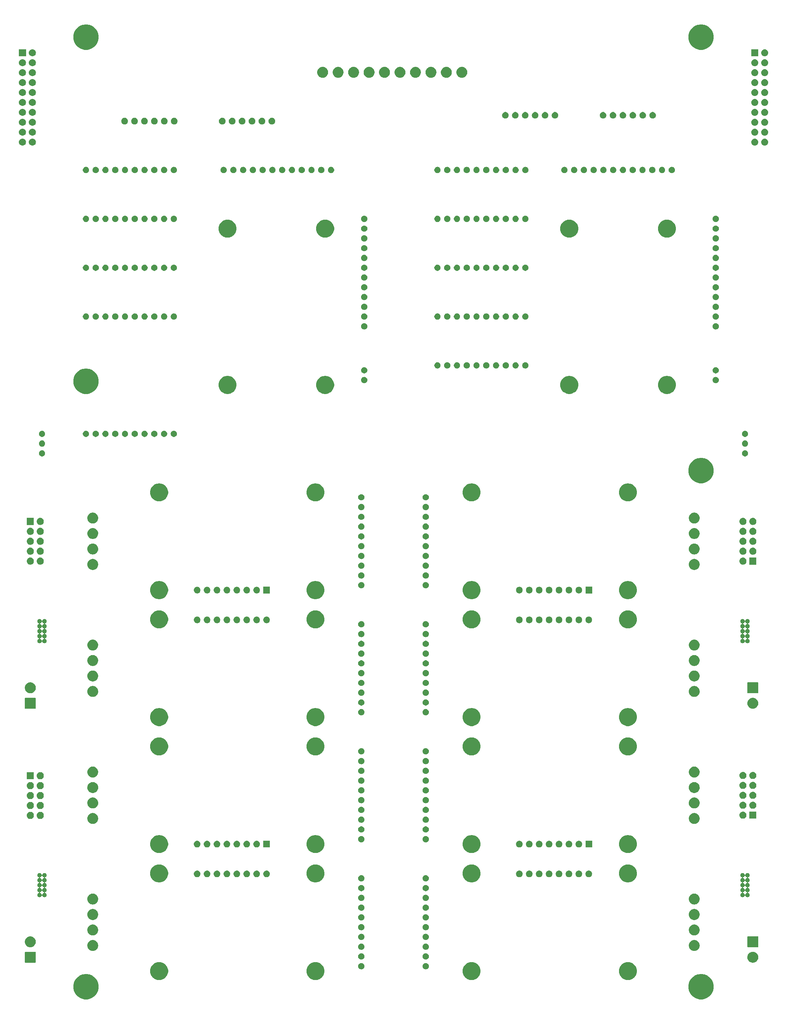
<source format=gbs>
G04 #@! TF.GenerationSoftware,KiCad,Pcbnew,(5.1.4)-1*
G04 #@! TF.CreationDate,2019-11-12T14:47:24+09:00*
G04 #@! TF.ProjectId,doubleRocketInterfacingUnit,646f7562-6c65-4526-9f63-6b6574496e74,rev?*
G04 #@! TF.SameCoordinates,Original*
G04 #@! TF.FileFunction,Soldermask,Bot*
G04 #@! TF.FilePolarity,Negative*
%FSLAX46Y46*%
G04 Gerber Fmt 4.6, Leading zero omitted, Abs format (unit mm)*
G04 Created by KiCad (PCBNEW (5.1.4)-1) date 2019-11-12 14:47:24*
%MOMM*%
%LPD*%
G04 APERTURE LIST*
%ADD10C,0.100000*%
G04 APERTURE END LIST*
D10*
G36*
X194694239Y-361311467D02*
G01*
X195008282Y-361373934D01*
X195599926Y-361619001D01*
X196026477Y-361904014D01*
X196120447Y-361966802D01*
X196132392Y-361974784D01*
X196585216Y-362427608D01*
X196940999Y-362960074D01*
X197186066Y-363551718D01*
X197311000Y-364179804D01*
X197311000Y-364820196D01*
X197186066Y-365448282D01*
X196940999Y-366039926D01*
X196585216Y-366572392D01*
X196132392Y-367025216D01*
X195599926Y-367380999D01*
X195008282Y-367626066D01*
X194694239Y-367688533D01*
X194380197Y-367751000D01*
X193739803Y-367751000D01*
X193425761Y-367688533D01*
X193111718Y-367626066D01*
X192520074Y-367380999D01*
X191987608Y-367025216D01*
X191534784Y-366572392D01*
X191179001Y-366039926D01*
X190933934Y-365448282D01*
X190809000Y-364820196D01*
X190809000Y-364179804D01*
X190933934Y-363551718D01*
X191179001Y-362960074D01*
X191534784Y-362427608D01*
X191987608Y-361974784D01*
X191999554Y-361966802D01*
X192093523Y-361904014D01*
X192520074Y-361619001D01*
X193111718Y-361373934D01*
X193425761Y-361311467D01*
X193739803Y-361249000D01*
X194380197Y-361249000D01*
X194694239Y-361311467D01*
X194694239Y-361311467D01*
G37*
G36*
X37214239Y-361311467D02*
G01*
X37528282Y-361373934D01*
X38119926Y-361619001D01*
X38546477Y-361904014D01*
X38640447Y-361966802D01*
X38652392Y-361974784D01*
X39105216Y-362427608D01*
X39460999Y-362960074D01*
X39706066Y-363551718D01*
X39831000Y-364179804D01*
X39831000Y-364820196D01*
X39706066Y-365448282D01*
X39460999Y-366039926D01*
X39105216Y-366572392D01*
X38652392Y-367025216D01*
X38119926Y-367380999D01*
X37528282Y-367626066D01*
X37214239Y-367688533D01*
X36900197Y-367751000D01*
X36259803Y-367751000D01*
X35945761Y-367688533D01*
X35631718Y-367626066D01*
X35040074Y-367380999D01*
X34507608Y-367025216D01*
X34054784Y-366572392D01*
X33699001Y-366039926D01*
X33453934Y-365448282D01*
X33329000Y-364820196D01*
X33329000Y-364179804D01*
X33453934Y-363551718D01*
X33699001Y-362960074D01*
X34054784Y-362427608D01*
X34507608Y-361974784D01*
X34519554Y-361966802D01*
X34613523Y-361904014D01*
X35040074Y-361619001D01*
X35631718Y-361373934D01*
X35945761Y-361311467D01*
X36259803Y-361249000D01*
X36900197Y-361249000D01*
X37214239Y-361311467D01*
X37214239Y-361311467D01*
G37*
G36*
X55722742Y-358234031D02*
G01*
X55991177Y-358287426D01*
X56409932Y-358460880D01*
X56786802Y-358712696D01*
X57107304Y-359033198D01*
X57359120Y-359410068D01*
X57532574Y-359828823D01*
X57621000Y-360273371D01*
X57621000Y-360726629D01*
X57532574Y-361171177D01*
X57359120Y-361589932D01*
X57107304Y-361966802D01*
X56786802Y-362287304D01*
X56409932Y-362539120D01*
X55991177Y-362712574D01*
X55768903Y-362756787D01*
X55546630Y-362801000D01*
X55093370Y-362801000D01*
X54871097Y-362756787D01*
X54648823Y-362712574D01*
X54230068Y-362539120D01*
X53853198Y-362287304D01*
X53532696Y-361966802D01*
X53280880Y-361589932D01*
X53107426Y-361171177D01*
X53019000Y-360726629D01*
X53019000Y-360273371D01*
X53107426Y-359828823D01*
X53280880Y-359410068D01*
X53532696Y-359033198D01*
X53853198Y-358712696D01*
X54230068Y-358460880D01*
X54648823Y-358287426D01*
X54917258Y-358234031D01*
X55093370Y-358199000D01*
X55546630Y-358199000D01*
X55722742Y-358234031D01*
X55722742Y-358234031D01*
G37*
G36*
X175722742Y-358234031D02*
G01*
X175991177Y-358287426D01*
X176409932Y-358460880D01*
X176786802Y-358712696D01*
X177107304Y-359033198D01*
X177359120Y-359410068D01*
X177532574Y-359828823D01*
X177621000Y-360273371D01*
X177621000Y-360726629D01*
X177532574Y-361171177D01*
X177359120Y-361589932D01*
X177107304Y-361966802D01*
X176786802Y-362287304D01*
X176409932Y-362539120D01*
X175991177Y-362712574D01*
X175768903Y-362756787D01*
X175546630Y-362801000D01*
X175093370Y-362801000D01*
X174871097Y-362756787D01*
X174648823Y-362712574D01*
X174230068Y-362539120D01*
X173853198Y-362287304D01*
X173532696Y-361966802D01*
X173280880Y-361589932D01*
X173107426Y-361171177D01*
X173019000Y-360726629D01*
X173019000Y-360273371D01*
X173107426Y-359828823D01*
X173280880Y-359410068D01*
X173532696Y-359033198D01*
X173853198Y-358712696D01*
X174230068Y-358460880D01*
X174648823Y-358287426D01*
X174917258Y-358234031D01*
X175093370Y-358199000D01*
X175546630Y-358199000D01*
X175722742Y-358234031D01*
X175722742Y-358234031D01*
G37*
G36*
X135722742Y-358234031D02*
G01*
X135991177Y-358287426D01*
X136409932Y-358460880D01*
X136786802Y-358712696D01*
X137107304Y-359033198D01*
X137359120Y-359410068D01*
X137532574Y-359828823D01*
X137621000Y-360273371D01*
X137621000Y-360726629D01*
X137532574Y-361171177D01*
X137359120Y-361589932D01*
X137107304Y-361966802D01*
X136786802Y-362287304D01*
X136409932Y-362539120D01*
X135991177Y-362712574D01*
X135768903Y-362756787D01*
X135546630Y-362801000D01*
X135093370Y-362801000D01*
X134871097Y-362756787D01*
X134648823Y-362712574D01*
X134230068Y-362539120D01*
X133853198Y-362287304D01*
X133532696Y-361966802D01*
X133280880Y-361589932D01*
X133107426Y-361171177D01*
X133019000Y-360726629D01*
X133019000Y-360273371D01*
X133107426Y-359828823D01*
X133280880Y-359410068D01*
X133532696Y-359033198D01*
X133853198Y-358712696D01*
X134230068Y-358460880D01*
X134648823Y-358287426D01*
X134917258Y-358234031D01*
X135093370Y-358199000D01*
X135546630Y-358199000D01*
X135722742Y-358234031D01*
X135722742Y-358234031D01*
G37*
G36*
X95722742Y-358234031D02*
G01*
X95991177Y-358287426D01*
X96409932Y-358460880D01*
X96786802Y-358712696D01*
X97107304Y-359033198D01*
X97359120Y-359410068D01*
X97532574Y-359828823D01*
X97621000Y-360273371D01*
X97621000Y-360726629D01*
X97532574Y-361171177D01*
X97359120Y-361589932D01*
X97107304Y-361966802D01*
X96786802Y-362287304D01*
X96409932Y-362539120D01*
X95991177Y-362712574D01*
X95768903Y-362756787D01*
X95546630Y-362801000D01*
X95093370Y-362801000D01*
X94871097Y-362756787D01*
X94648823Y-362712574D01*
X94230068Y-362539120D01*
X93853198Y-362287304D01*
X93532696Y-361966802D01*
X93280880Y-361589932D01*
X93107426Y-361171177D01*
X93019000Y-360726629D01*
X93019000Y-360273371D01*
X93107426Y-359828823D01*
X93280880Y-359410068D01*
X93532696Y-359033198D01*
X93853198Y-358712696D01*
X94230068Y-358460880D01*
X94648823Y-358287426D01*
X94917258Y-358234031D01*
X95093370Y-358199000D01*
X95546630Y-358199000D01*
X95722742Y-358234031D01*
X95722742Y-358234031D01*
G37*
G36*
X123803642Y-358479781D02*
G01*
X123949414Y-358540162D01*
X123949416Y-358540163D01*
X124080608Y-358627822D01*
X124192178Y-358739392D01*
X124279837Y-358870584D01*
X124279838Y-358870586D01*
X124340219Y-359016358D01*
X124371000Y-359171107D01*
X124371000Y-359328893D01*
X124340219Y-359483642D01*
X124279838Y-359629414D01*
X124279837Y-359629416D01*
X124192178Y-359760608D01*
X124080608Y-359872178D01*
X123949416Y-359959837D01*
X123949415Y-359959838D01*
X123949414Y-359959838D01*
X123803642Y-360020219D01*
X123648893Y-360051000D01*
X123491107Y-360051000D01*
X123336358Y-360020219D01*
X123190586Y-359959838D01*
X123190585Y-359959838D01*
X123190584Y-359959837D01*
X123059392Y-359872178D01*
X122947822Y-359760608D01*
X122860163Y-359629416D01*
X122860162Y-359629414D01*
X122799781Y-359483642D01*
X122769000Y-359328893D01*
X122769000Y-359171107D01*
X122799781Y-359016358D01*
X122860162Y-358870586D01*
X122860163Y-358870584D01*
X122947822Y-358739392D01*
X123059392Y-358627822D01*
X123190584Y-358540163D01*
X123190586Y-358540162D01*
X123336358Y-358479781D01*
X123491107Y-358449000D01*
X123648893Y-358449000D01*
X123803642Y-358479781D01*
X123803642Y-358479781D01*
G37*
G36*
X107303642Y-358479781D02*
G01*
X107449414Y-358540162D01*
X107449416Y-358540163D01*
X107580608Y-358627822D01*
X107692178Y-358739392D01*
X107779837Y-358870584D01*
X107779838Y-358870586D01*
X107840219Y-359016358D01*
X107871000Y-359171107D01*
X107871000Y-359328893D01*
X107840219Y-359483642D01*
X107779838Y-359629414D01*
X107779837Y-359629416D01*
X107692178Y-359760608D01*
X107580608Y-359872178D01*
X107449416Y-359959837D01*
X107449415Y-359959838D01*
X107449414Y-359959838D01*
X107303642Y-360020219D01*
X107148893Y-360051000D01*
X106991107Y-360051000D01*
X106836358Y-360020219D01*
X106690586Y-359959838D01*
X106690585Y-359959838D01*
X106690584Y-359959837D01*
X106559392Y-359872178D01*
X106447822Y-359760608D01*
X106360163Y-359629416D01*
X106360162Y-359629414D01*
X106299781Y-359483642D01*
X106269000Y-359328893D01*
X106269000Y-359171107D01*
X106299781Y-359016358D01*
X106360162Y-358870586D01*
X106360163Y-358870584D01*
X106447822Y-358739392D01*
X106559392Y-358627822D01*
X106690584Y-358540163D01*
X106690586Y-358540162D01*
X106836358Y-358479781D01*
X106991107Y-358449000D01*
X107148893Y-358449000D01*
X107303642Y-358479781D01*
X107303642Y-358479781D01*
G37*
G36*
X207594038Y-355586062D02*
G01*
X207728657Y-355612839D01*
X207834097Y-355656514D01*
X207983621Y-355718449D01*
X208057525Y-355767830D01*
X208213086Y-355871772D01*
X208408228Y-356066914D01*
X208448925Y-356127822D01*
X208561551Y-356296379D01*
X208623415Y-356445733D01*
X208652670Y-356516358D01*
X208667161Y-356551344D01*
X208721000Y-356822012D01*
X208721000Y-357097988D01*
X208688653Y-357260607D01*
X208667161Y-357368657D01*
X208629393Y-357459837D01*
X208561551Y-357623621D01*
X208561550Y-357623622D01*
X208408228Y-357853086D01*
X208213086Y-358048228D01*
X208133276Y-358101555D01*
X207983621Y-358201551D01*
X207905207Y-358234031D01*
X207728657Y-358307161D01*
X207638433Y-358325107D01*
X207457988Y-358361000D01*
X207182012Y-358361000D01*
X207001567Y-358325107D01*
X206911343Y-358307161D01*
X206734793Y-358234031D01*
X206656379Y-358201551D01*
X206506724Y-358101555D01*
X206426914Y-358048228D01*
X206231772Y-357853086D01*
X206078450Y-357623622D01*
X206078449Y-357623621D01*
X206010607Y-357459837D01*
X205972839Y-357368657D01*
X205951347Y-357260607D01*
X205919000Y-357097988D01*
X205919000Y-356822012D01*
X205972839Y-356551344D01*
X205987331Y-356516358D01*
X206016585Y-356445733D01*
X206078449Y-356296379D01*
X206191075Y-356127822D01*
X206231772Y-356066914D01*
X206426914Y-355871772D01*
X206582475Y-355767830D01*
X206656379Y-355718449D01*
X206805903Y-355656514D01*
X206911343Y-355612839D01*
X207045962Y-355586062D01*
X207182012Y-355559000D01*
X207457988Y-355559000D01*
X207594038Y-355586062D01*
X207594038Y-355586062D01*
G37*
G36*
X23594031Y-355562621D02*
G01*
X23623486Y-355571556D01*
X23650623Y-355586062D01*
X23674414Y-355605586D01*
X23693938Y-355629377D01*
X23708444Y-355656514D01*
X23717379Y-355685969D01*
X23721000Y-355722734D01*
X23721000Y-358197266D01*
X23717379Y-358234031D01*
X23708444Y-358263486D01*
X23693938Y-358290623D01*
X23674414Y-358314414D01*
X23650623Y-358333938D01*
X23623486Y-358348444D01*
X23594031Y-358357379D01*
X23557266Y-358361000D01*
X21082734Y-358361000D01*
X21045969Y-358357379D01*
X21016514Y-358348444D01*
X20989377Y-358333938D01*
X20965586Y-358314414D01*
X20946062Y-358290623D01*
X20931556Y-358263486D01*
X20922621Y-358234031D01*
X20919000Y-358197266D01*
X20919000Y-355722734D01*
X20922621Y-355685969D01*
X20931556Y-355656514D01*
X20946062Y-355629377D01*
X20965586Y-355605586D01*
X20989377Y-355586062D01*
X21016514Y-355571556D01*
X21045969Y-355562621D01*
X21082734Y-355559000D01*
X23557266Y-355559000D01*
X23594031Y-355562621D01*
X23594031Y-355562621D01*
G37*
G36*
X107303642Y-355979781D02*
G01*
X107449414Y-356040162D01*
X107449416Y-356040163D01*
X107580608Y-356127822D01*
X107692178Y-356239392D01*
X107730255Y-356296379D01*
X107779838Y-356370586D01*
X107840219Y-356516358D01*
X107871000Y-356671107D01*
X107871000Y-356828893D01*
X107840219Y-356983642D01*
X107792856Y-357097986D01*
X107779837Y-357129416D01*
X107692178Y-357260608D01*
X107580608Y-357372178D01*
X107449416Y-357459837D01*
X107449415Y-357459838D01*
X107449414Y-357459838D01*
X107303642Y-357520219D01*
X107148893Y-357551000D01*
X106991107Y-357551000D01*
X106836358Y-357520219D01*
X106690586Y-357459838D01*
X106690585Y-357459838D01*
X106690584Y-357459837D01*
X106559392Y-357372178D01*
X106447822Y-357260608D01*
X106360163Y-357129416D01*
X106347144Y-357097986D01*
X106299781Y-356983642D01*
X106269000Y-356828893D01*
X106269000Y-356671107D01*
X106299781Y-356516358D01*
X106360162Y-356370586D01*
X106409745Y-356296379D01*
X106447822Y-356239392D01*
X106559392Y-356127822D01*
X106690584Y-356040163D01*
X106690586Y-356040162D01*
X106836358Y-355979781D01*
X106991107Y-355949000D01*
X107148893Y-355949000D01*
X107303642Y-355979781D01*
X107303642Y-355979781D01*
G37*
G36*
X123803642Y-355979781D02*
G01*
X123949414Y-356040162D01*
X123949416Y-356040163D01*
X124080608Y-356127822D01*
X124192178Y-356239392D01*
X124230255Y-356296379D01*
X124279838Y-356370586D01*
X124340219Y-356516358D01*
X124371000Y-356671107D01*
X124371000Y-356828893D01*
X124340219Y-356983642D01*
X124292856Y-357097986D01*
X124279837Y-357129416D01*
X124192178Y-357260608D01*
X124080608Y-357372178D01*
X123949416Y-357459837D01*
X123949415Y-357459838D01*
X123949414Y-357459838D01*
X123803642Y-357520219D01*
X123648893Y-357551000D01*
X123491107Y-357551000D01*
X123336358Y-357520219D01*
X123190586Y-357459838D01*
X123190585Y-357459838D01*
X123190584Y-357459837D01*
X123059392Y-357372178D01*
X122947822Y-357260608D01*
X122860163Y-357129416D01*
X122847144Y-357097986D01*
X122799781Y-356983642D01*
X122769000Y-356828893D01*
X122769000Y-356671107D01*
X122799781Y-356516358D01*
X122860162Y-356370586D01*
X122909745Y-356296379D01*
X122947822Y-356239392D01*
X123059392Y-356127822D01*
X123190584Y-356040163D01*
X123190586Y-356040162D01*
X123336358Y-355979781D01*
X123491107Y-355949000D01*
X123648893Y-355949000D01*
X123803642Y-355979781D01*
X123803642Y-355979781D01*
G37*
G36*
X192638433Y-352574893D02*
G01*
X192728657Y-352592839D01*
X192834267Y-352636585D01*
X192983621Y-352698449D01*
X192983622Y-352698450D01*
X193213086Y-352851772D01*
X193408228Y-353046914D01*
X193469080Y-353137986D01*
X193561551Y-353276379D01*
X193616342Y-353408656D01*
X193645804Y-353479782D01*
X193667161Y-353531344D01*
X193721000Y-353802012D01*
X193721000Y-354077988D01*
X193702477Y-354171108D01*
X193667161Y-354348657D01*
X193623415Y-354454267D01*
X193561551Y-354603621D01*
X193544315Y-354629416D01*
X193408228Y-354833086D01*
X193213086Y-355028228D01*
X193059763Y-355130675D01*
X192983621Y-355181551D01*
X192834267Y-355243415D01*
X192728657Y-355287161D01*
X192638433Y-355305107D01*
X192457988Y-355341000D01*
X192182012Y-355341000D01*
X192001567Y-355305107D01*
X191911343Y-355287161D01*
X191805733Y-355243415D01*
X191656379Y-355181551D01*
X191580237Y-355130675D01*
X191426914Y-355028228D01*
X191231772Y-354833086D01*
X191095685Y-354629416D01*
X191078449Y-354603621D01*
X191016585Y-354454267D01*
X190972839Y-354348657D01*
X190937523Y-354171108D01*
X190919000Y-354077988D01*
X190919000Y-353802012D01*
X190972839Y-353531344D01*
X190994197Y-353479782D01*
X191023658Y-353408656D01*
X191078449Y-353276379D01*
X191170920Y-353137986D01*
X191231772Y-353046914D01*
X191426914Y-352851772D01*
X191656378Y-352698450D01*
X191656379Y-352698449D01*
X191805733Y-352636585D01*
X191911343Y-352592839D01*
X192001567Y-352574893D01*
X192182012Y-352539000D01*
X192457988Y-352539000D01*
X192638433Y-352574893D01*
X192638433Y-352574893D01*
G37*
G36*
X38638433Y-352574893D02*
G01*
X38728657Y-352592839D01*
X38834267Y-352636585D01*
X38983621Y-352698449D01*
X38983622Y-352698450D01*
X39213086Y-352851772D01*
X39408228Y-353046914D01*
X39469080Y-353137986D01*
X39561551Y-353276379D01*
X39616342Y-353408656D01*
X39645804Y-353479782D01*
X39667161Y-353531344D01*
X39721000Y-353802012D01*
X39721000Y-354077988D01*
X39702477Y-354171108D01*
X39667161Y-354348657D01*
X39623415Y-354454267D01*
X39561551Y-354603621D01*
X39544315Y-354629416D01*
X39408228Y-354833086D01*
X39213086Y-355028228D01*
X39059763Y-355130675D01*
X38983621Y-355181551D01*
X38834267Y-355243415D01*
X38728657Y-355287161D01*
X38638433Y-355305107D01*
X38457988Y-355341000D01*
X38182012Y-355341000D01*
X38001567Y-355305107D01*
X37911343Y-355287161D01*
X37805733Y-355243415D01*
X37656379Y-355181551D01*
X37580237Y-355130675D01*
X37426914Y-355028228D01*
X37231772Y-354833086D01*
X37095685Y-354629416D01*
X37078449Y-354603621D01*
X37016585Y-354454267D01*
X36972839Y-354348657D01*
X36937523Y-354171108D01*
X36919000Y-354077988D01*
X36919000Y-353802012D01*
X36972839Y-353531344D01*
X36994197Y-353479782D01*
X37023658Y-353408656D01*
X37078449Y-353276379D01*
X37170920Y-353137986D01*
X37231772Y-353046914D01*
X37426914Y-352851772D01*
X37656378Y-352698450D01*
X37656379Y-352698449D01*
X37805733Y-352636585D01*
X37911343Y-352592839D01*
X38001567Y-352574893D01*
X38182012Y-352539000D01*
X38457988Y-352539000D01*
X38638433Y-352574893D01*
X38638433Y-352574893D01*
G37*
G36*
X107303642Y-353479781D02*
G01*
X107449414Y-353540162D01*
X107449416Y-353540163D01*
X107580608Y-353627822D01*
X107692178Y-353739392D01*
X107734019Y-353802012D01*
X107779838Y-353870586D01*
X107840219Y-354016358D01*
X107871000Y-354171107D01*
X107871000Y-354328893D01*
X107840219Y-354483642D01*
X107790522Y-354603621D01*
X107779837Y-354629416D01*
X107692178Y-354760608D01*
X107580608Y-354872178D01*
X107449416Y-354959837D01*
X107449415Y-354959838D01*
X107449414Y-354959838D01*
X107303642Y-355020219D01*
X107148893Y-355051000D01*
X106991107Y-355051000D01*
X106836358Y-355020219D01*
X106690586Y-354959838D01*
X106690585Y-354959838D01*
X106690584Y-354959837D01*
X106559392Y-354872178D01*
X106447822Y-354760608D01*
X106360163Y-354629416D01*
X106349478Y-354603621D01*
X106299781Y-354483642D01*
X106269000Y-354328893D01*
X106269000Y-354171107D01*
X106299781Y-354016358D01*
X106360162Y-353870586D01*
X106405981Y-353802012D01*
X106447822Y-353739392D01*
X106559392Y-353627822D01*
X106690584Y-353540163D01*
X106690586Y-353540162D01*
X106836358Y-353479781D01*
X106991107Y-353449000D01*
X107148893Y-353449000D01*
X107303642Y-353479781D01*
X107303642Y-353479781D01*
G37*
G36*
X123803642Y-353479781D02*
G01*
X123949414Y-353540162D01*
X123949416Y-353540163D01*
X124080608Y-353627822D01*
X124192178Y-353739392D01*
X124234019Y-353802012D01*
X124279838Y-353870586D01*
X124340219Y-354016358D01*
X124371000Y-354171107D01*
X124371000Y-354328893D01*
X124340219Y-354483642D01*
X124290522Y-354603621D01*
X124279837Y-354629416D01*
X124192178Y-354760608D01*
X124080608Y-354872178D01*
X123949416Y-354959837D01*
X123949415Y-354959838D01*
X123949414Y-354959838D01*
X123803642Y-355020219D01*
X123648893Y-355051000D01*
X123491107Y-355051000D01*
X123336358Y-355020219D01*
X123190586Y-354959838D01*
X123190585Y-354959838D01*
X123190584Y-354959837D01*
X123059392Y-354872178D01*
X122947822Y-354760608D01*
X122860163Y-354629416D01*
X122849478Y-354603621D01*
X122799781Y-354483642D01*
X122769000Y-354328893D01*
X122769000Y-354171107D01*
X122799781Y-354016358D01*
X122860162Y-353870586D01*
X122905981Y-353802012D01*
X122947822Y-353739392D01*
X123059392Y-353627822D01*
X123190584Y-353540163D01*
X123190586Y-353540162D01*
X123336358Y-353479781D01*
X123491107Y-353449000D01*
X123648893Y-353449000D01*
X123803642Y-353479781D01*
X123803642Y-353479781D01*
G37*
G36*
X22594038Y-351626062D02*
G01*
X22728657Y-351652839D01*
X22834097Y-351696514D01*
X22983621Y-351758449D01*
X23057525Y-351807830D01*
X23213086Y-351911772D01*
X23408228Y-352106914D01*
X23423263Y-352129416D01*
X23561551Y-352336379D01*
X23576379Y-352372178D01*
X23667161Y-352591343D01*
X23685107Y-352681567D01*
X23721000Y-352862012D01*
X23721000Y-353137988D01*
X23667161Y-353408656D01*
X23561551Y-353663621D01*
X23561550Y-353663622D01*
X23408228Y-353893086D01*
X23213086Y-354088228D01*
X23059763Y-354190675D01*
X22983621Y-354241551D01*
X22905207Y-354274031D01*
X22728657Y-354347161D01*
X22638433Y-354365107D01*
X22457988Y-354401000D01*
X22182012Y-354401000D01*
X22001567Y-354365107D01*
X21911343Y-354347161D01*
X21734793Y-354274031D01*
X21656379Y-354241551D01*
X21580237Y-354190675D01*
X21426914Y-354088228D01*
X21231772Y-353893086D01*
X21078450Y-353663622D01*
X21078449Y-353663621D01*
X20972839Y-353408656D01*
X20919000Y-353137988D01*
X20919000Y-352862012D01*
X20954893Y-352681567D01*
X20972839Y-352591343D01*
X21063621Y-352372178D01*
X21078449Y-352336379D01*
X21216737Y-352129416D01*
X21231772Y-352106914D01*
X21426914Y-351911772D01*
X21582475Y-351807830D01*
X21656379Y-351758449D01*
X21805903Y-351696514D01*
X21911343Y-351652839D01*
X22045962Y-351626062D01*
X22182012Y-351599000D01*
X22457988Y-351599000D01*
X22594038Y-351626062D01*
X22594038Y-351626062D01*
G37*
G36*
X208594031Y-351602621D02*
G01*
X208623486Y-351611556D01*
X208650623Y-351626062D01*
X208674414Y-351645586D01*
X208693938Y-351669377D01*
X208708444Y-351696514D01*
X208717379Y-351725969D01*
X208721000Y-351762734D01*
X208721000Y-354237266D01*
X208717379Y-354274031D01*
X208708444Y-354303486D01*
X208693938Y-354330623D01*
X208674414Y-354354414D01*
X208650623Y-354373938D01*
X208623486Y-354388444D01*
X208594031Y-354397379D01*
X208557266Y-354401000D01*
X206082734Y-354401000D01*
X206045969Y-354397379D01*
X206016514Y-354388444D01*
X205989377Y-354373938D01*
X205965586Y-354354414D01*
X205946062Y-354330623D01*
X205931556Y-354303486D01*
X205922621Y-354274031D01*
X205919000Y-354237266D01*
X205919000Y-351762734D01*
X205922621Y-351725969D01*
X205931556Y-351696514D01*
X205946062Y-351669377D01*
X205965586Y-351645586D01*
X205989377Y-351626062D01*
X206016514Y-351611556D01*
X206045969Y-351602621D01*
X206082734Y-351599000D01*
X208557266Y-351599000D01*
X208594031Y-351602621D01*
X208594031Y-351602621D01*
G37*
G36*
X107303642Y-350979781D02*
G01*
X107449414Y-351040162D01*
X107449416Y-351040163D01*
X107580608Y-351127822D01*
X107692178Y-351239392D01*
X107779837Y-351370584D01*
X107779838Y-351370586D01*
X107840219Y-351516358D01*
X107871000Y-351671107D01*
X107871000Y-351828893D01*
X107840219Y-351983642D01*
X107789158Y-352106914D01*
X107779837Y-352129416D01*
X107692178Y-352260608D01*
X107580608Y-352372178D01*
X107449416Y-352459837D01*
X107449415Y-352459838D01*
X107449414Y-352459838D01*
X107303642Y-352520219D01*
X107148893Y-352551000D01*
X106991107Y-352551000D01*
X106836358Y-352520219D01*
X106690586Y-352459838D01*
X106690585Y-352459838D01*
X106690584Y-352459837D01*
X106559392Y-352372178D01*
X106447822Y-352260608D01*
X106360163Y-352129416D01*
X106350842Y-352106914D01*
X106299781Y-351983642D01*
X106269000Y-351828893D01*
X106269000Y-351671107D01*
X106299781Y-351516358D01*
X106360162Y-351370586D01*
X106360163Y-351370584D01*
X106447822Y-351239392D01*
X106559392Y-351127822D01*
X106690584Y-351040163D01*
X106690586Y-351040162D01*
X106836358Y-350979781D01*
X106991107Y-350949000D01*
X107148893Y-350949000D01*
X107303642Y-350979781D01*
X107303642Y-350979781D01*
G37*
G36*
X123803642Y-350979781D02*
G01*
X123949414Y-351040162D01*
X123949416Y-351040163D01*
X124080608Y-351127822D01*
X124192178Y-351239392D01*
X124279837Y-351370584D01*
X124279838Y-351370586D01*
X124340219Y-351516358D01*
X124371000Y-351671107D01*
X124371000Y-351828893D01*
X124340219Y-351983642D01*
X124289158Y-352106914D01*
X124279837Y-352129416D01*
X124192178Y-352260608D01*
X124080608Y-352372178D01*
X123949416Y-352459837D01*
X123949415Y-352459838D01*
X123949414Y-352459838D01*
X123803642Y-352520219D01*
X123648893Y-352551000D01*
X123491107Y-352551000D01*
X123336358Y-352520219D01*
X123190586Y-352459838D01*
X123190585Y-352459838D01*
X123190584Y-352459837D01*
X123059392Y-352372178D01*
X122947822Y-352260608D01*
X122860163Y-352129416D01*
X122850842Y-352106914D01*
X122799781Y-351983642D01*
X122769000Y-351828893D01*
X122769000Y-351671107D01*
X122799781Y-351516358D01*
X122860162Y-351370586D01*
X122860163Y-351370584D01*
X122947822Y-351239392D01*
X123059392Y-351127822D01*
X123190584Y-351040163D01*
X123190586Y-351040162D01*
X123336358Y-350979781D01*
X123491107Y-350949000D01*
X123648893Y-350949000D01*
X123803642Y-350979781D01*
X123803642Y-350979781D01*
G37*
G36*
X192638433Y-348614893D02*
G01*
X192728657Y-348632839D01*
X192834267Y-348676585D01*
X192983621Y-348738449D01*
X193059763Y-348789325D01*
X193213086Y-348891772D01*
X193408228Y-349086914D01*
X193464484Y-349171108D01*
X193561551Y-349316379D01*
X193667161Y-349571344D01*
X193721000Y-349842012D01*
X193721000Y-350117988D01*
X193667161Y-350388656D01*
X193561551Y-350643621D01*
X193561550Y-350643622D01*
X193408228Y-350873086D01*
X193213086Y-351068228D01*
X193059763Y-351170675D01*
X192983621Y-351221551D01*
X192834267Y-351283415D01*
X192728657Y-351327161D01*
X192638433Y-351345107D01*
X192457988Y-351381000D01*
X192182012Y-351381000D01*
X192001567Y-351345107D01*
X191911343Y-351327161D01*
X191805733Y-351283415D01*
X191656379Y-351221551D01*
X191580237Y-351170675D01*
X191426914Y-351068228D01*
X191231772Y-350873086D01*
X191078450Y-350643622D01*
X191078449Y-350643621D01*
X190972839Y-350388656D01*
X190919000Y-350117988D01*
X190919000Y-349842012D01*
X190972839Y-349571344D01*
X191078449Y-349316379D01*
X191175516Y-349171108D01*
X191231772Y-349086914D01*
X191426914Y-348891772D01*
X191580237Y-348789325D01*
X191656379Y-348738449D01*
X191805733Y-348676585D01*
X191911343Y-348632839D01*
X192001567Y-348614893D01*
X192182012Y-348579000D01*
X192457988Y-348579000D01*
X192638433Y-348614893D01*
X192638433Y-348614893D01*
G37*
G36*
X38638433Y-348614893D02*
G01*
X38728657Y-348632839D01*
X38834267Y-348676585D01*
X38983621Y-348738449D01*
X39059763Y-348789325D01*
X39213086Y-348891772D01*
X39408228Y-349086914D01*
X39464484Y-349171108D01*
X39561551Y-349316379D01*
X39667161Y-349571344D01*
X39721000Y-349842012D01*
X39721000Y-350117988D01*
X39667161Y-350388656D01*
X39561551Y-350643621D01*
X39561550Y-350643622D01*
X39408228Y-350873086D01*
X39213086Y-351068228D01*
X39059763Y-351170675D01*
X38983621Y-351221551D01*
X38834267Y-351283415D01*
X38728657Y-351327161D01*
X38638433Y-351345107D01*
X38457988Y-351381000D01*
X38182012Y-351381000D01*
X38001567Y-351345107D01*
X37911343Y-351327161D01*
X37805733Y-351283415D01*
X37656379Y-351221551D01*
X37580237Y-351170675D01*
X37426914Y-351068228D01*
X37231772Y-350873086D01*
X37078450Y-350643622D01*
X37078449Y-350643621D01*
X36972839Y-350388656D01*
X36919000Y-350117988D01*
X36919000Y-349842012D01*
X36972839Y-349571344D01*
X37078449Y-349316379D01*
X37175516Y-349171108D01*
X37231772Y-349086914D01*
X37426914Y-348891772D01*
X37580237Y-348789325D01*
X37656379Y-348738449D01*
X37805733Y-348676585D01*
X37911343Y-348632839D01*
X38001567Y-348614893D01*
X38182012Y-348579000D01*
X38457988Y-348579000D01*
X38638433Y-348614893D01*
X38638433Y-348614893D01*
G37*
G36*
X123803642Y-348479781D02*
G01*
X123949414Y-348540162D01*
X123949416Y-348540163D01*
X124080608Y-348627822D01*
X124192178Y-348739392D01*
X124279837Y-348870584D01*
X124279838Y-348870586D01*
X124340219Y-349016358D01*
X124371000Y-349171107D01*
X124371000Y-349328893D01*
X124340219Y-349483642D01*
X124303892Y-349571343D01*
X124279837Y-349629416D01*
X124192178Y-349760608D01*
X124080608Y-349872178D01*
X123949416Y-349959837D01*
X123949415Y-349959838D01*
X123949414Y-349959838D01*
X123803642Y-350020219D01*
X123648893Y-350051000D01*
X123491107Y-350051000D01*
X123336358Y-350020219D01*
X123190586Y-349959838D01*
X123190585Y-349959838D01*
X123190584Y-349959837D01*
X123059392Y-349872178D01*
X122947822Y-349760608D01*
X122860163Y-349629416D01*
X122836108Y-349571343D01*
X122799781Y-349483642D01*
X122769000Y-349328893D01*
X122769000Y-349171107D01*
X122799781Y-349016358D01*
X122860162Y-348870586D01*
X122860163Y-348870584D01*
X122947822Y-348739392D01*
X123059392Y-348627822D01*
X123190584Y-348540163D01*
X123190586Y-348540162D01*
X123336358Y-348479781D01*
X123491107Y-348449000D01*
X123648893Y-348449000D01*
X123803642Y-348479781D01*
X123803642Y-348479781D01*
G37*
G36*
X107303642Y-348479781D02*
G01*
X107449414Y-348540162D01*
X107449416Y-348540163D01*
X107580608Y-348627822D01*
X107692178Y-348739392D01*
X107779837Y-348870584D01*
X107779838Y-348870586D01*
X107840219Y-349016358D01*
X107871000Y-349171107D01*
X107871000Y-349328893D01*
X107840219Y-349483642D01*
X107803892Y-349571343D01*
X107779837Y-349629416D01*
X107692178Y-349760608D01*
X107580608Y-349872178D01*
X107449416Y-349959837D01*
X107449415Y-349959838D01*
X107449414Y-349959838D01*
X107303642Y-350020219D01*
X107148893Y-350051000D01*
X106991107Y-350051000D01*
X106836358Y-350020219D01*
X106690586Y-349959838D01*
X106690585Y-349959838D01*
X106690584Y-349959837D01*
X106559392Y-349872178D01*
X106447822Y-349760608D01*
X106360163Y-349629416D01*
X106336108Y-349571343D01*
X106299781Y-349483642D01*
X106269000Y-349328893D01*
X106269000Y-349171107D01*
X106299781Y-349016358D01*
X106360162Y-348870586D01*
X106360163Y-348870584D01*
X106447822Y-348739392D01*
X106559392Y-348627822D01*
X106690584Y-348540163D01*
X106690586Y-348540162D01*
X106836358Y-348479781D01*
X106991107Y-348449000D01*
X107148893Y-348449000D01*
X107303642Y-348479781D01*
X107303642Y-348479781D01*
G37*
G36*
X123803642Y-345979781D02*
G01*
X123949414Y-346040162D01*
X123949416Y-346040163D01*
X124080608Y-346127822D01*
X124192178Y-346239392D01*
X124279837Y-346370584D01*
X124279838Y-346370586D01*
X124340219Y-346516358D01*
X124371000Y-346671107D01*
X124371000Y-346828893D01*
X124340219Y-346983642D01*
X124279838Y-347129414D01*
X124279837Y-347129416D01*
X124192178Y-347260608D01*
X124080608Y-347372178D01*
X123949416Y-347459837D01*
X123949415Y-347459838D01*
X123949414Y-347459838D01*
X123803642Y-347520219D01*
X123648893Y-347551000D01*
X123491107Y-347551000D01*
X123336358Y-347520219D01*
X123190586Y-347459838D01*
X123190585Y-347459838D01*
X123190584Y-347459837D01*
X123059392Y-347372178D01*
X122947822Y-347260608D01*
X122860163Y-347129416D01*
X122860162Y-347129414D01*
X122799781Y-346983642D01*
X122769000Y-346828893D01*
X122769000Y-346671107D01*
X122799781Y-346516358D01*
X122860162Y-346370586D01*
X122860163Y-346370584D01*
X122947822Y-346239392D01*
X123059392Y-346127822D01*
X123190584Y-346040163D01*
X123190586Y-346040162D01*
X123336358Y-345979781D01*
X123491107Y-345949000D01*
X123648893Y-345949000D01*
X123803642Y-345979781D01*
X123803642Y-345979781D01*
G37*
G36*
X107303642Y-345979781D02*
G01*
X107449414Y-346040162D01*
X107449416Y-346040163D01*
X107580608Y-346127822D01*
X107692178Y-346239392D01*
X107779837Y-346370584D01*
X107779838Y-346370586D01*
X107840219Y-346516358D01*
X107871000Y-346671107D01*
X107871000Y-346828893D01*
X107840219Y-346983642D01*
X107779838Y-347129414D01*
X107779837Y-347129416D01*
X107692178Y-347260608D01*
X107580608Y-347372178D01*
X107449416Y-347459837D01*
X107449415Y-347459838D01*
X107449414Y-347459838D01*
X107303642Y-347520219D01*
X107148893Y-347551000D01*
X106991107Y-347551000D01*
X106836358Y-347520219D01*
X106690586Y-347459838D01*
X106690585Y-347459838D01*
X106690584Y-347459837D01*
X106559392Y-347372178D01*
X106447822Y-347260608D01*
X106360163Y-347129416D01*
X106360162Y-347129414D01*
X106299781Y-346983642D01*
X106269000Y-346828893D01*
X106269000Y-346671107D01*
X106299781Y-346516358D01*
X106360162Y-346370586D01*
X106360163Y-346370584D01*
X106447822Y-346239392D01*
X106559392Y-346127822D01*
X106690584Y-346040163D01*
X106690586Y-346040162D01*
X106836358Y-345979781D01*
X106991107Y-345949000D01*
X107148893Y-345949000D01*
X107303642Y-345979781D01*
X107303642Y-345979781D01*
G37*
G36*
X38638433Y-344654893D02*
G01*
X38728657Y-344672839D01*
X38834267Y-344716585D01*
X38983621Y-344778449D01*
X38983622Y-344778450D01*
X39213086Y-344931772D01*
X39408228Y-345126914D01*
X39510675Y-345280237D01*
X39561551Y-345356379D01*
X39667161Y-345611344D01*
X39721000Y-345882012D01*
X39721000Y-346157988D01*
X39667161Y-346428656D01*
X39561551Y-346683621D01*
X39561550Y-346683622D01*
X39408228Y-346913086D01*
X39213086Y-347108228D01*
X39059763Y-347210675D01*
X38983621Y-347261551D01*
X38834267Y-347323415D01*
X38728657Y-347367161D01*
X38703434Y-347372178D01*
X38457988Y-347421000D01*
X38182012Y-347421000D01*
X37936566Y-347372178D01*
X37911343Y-347367161D01*
X37805733Y-347323415D01*
X37656379Y-347261551D01*
X37580237Y-347210675D01*
X37426914Y-347108228D01*
X37231772Y-346913086D01*
X37078450Y-346683622D01*
X37078449Y-346683621D01*
X36972839Y-346428656D01*
X36919000Y-346157988D01*
X36919000Y-345882012D01*
X36972839Y-345611344D01*
X37078449Y-345356379D01*
X37129325Y-345280237D01*
X37231772Y-345126914D01*
X37426914Y-344931772D01*
X37656378Y-344778450D01*
X37656379Y-344778449D01*
X37805733Y-344716585D01*
X37911343Y-344672839D01*
X38001567Y-344654893D01*
X38182012Y-344619000D01*
X38457988Y-344619000D01*
X38638433Y-344654893D01*
X38638433Y-344654893D01*
G37*
G36*
X192638433Y-344654893D02*
G01*
X192728657Y-344672839D01*
X192834267Y-344716585D01*
X192983621Y-344778449D01*
X192983622Y-344778450D01*
X193213086Y-344931772D01*
X193408228Y-345126914D01*
X193510675Y-345280237D01*
X193561551Y-345356379D01*
X193667161Y-345611344D01*
X193721000Y-345882012D01*
X193721000Y-346157988D01*
X193667161Y-346428656D01*
X193561551Y-346683621D01*
X193561550Y-346683622D01*
X193408228Y-346913086D01*
X193213086Y-347108228D01*
X193059763Y-347210675D01*
X192983621Y-347261551D01*
X192834267Y-347323415D01*
X192728657Y-347367161D01*
X192703434Y-347372178D01*
X192457988Y-347421000D01*
X192182012Y-347421000D01*
X191936566Y-347372178D01*
X191911343Y-347367161D01*
X191805733Y-347323415D01*
X191656379Y-347261551D01*
X191580237Y-347210675D01*
X191426914Y-347108228D01*
X191231772Y-346913086D01*
X191078450Y-346683622D01*
X191078449Y-346683621D01*
X190972839Y-346428656D01*
X190919000Y-346157988D01*
X190919000Y-345882012D01*
X190972839Y-345611344D01*
X191078449Y-345356379D01*
X191129325Y-345280237D01*
X191231772Y-345126914D01*
X191426914Y-344931772D01*
X191656378Y-344778450D01*
X191656379Y-344778449D01*
X191805733Y-344716585D01*
X191911343Y-344672839D01*
X192001567Y-344654893D01*
X192182012Y-344619000D01*
X192457988Y-344619000D01*
X192638433Y-344654893D01*
X192638433Y-344654893D01*
G37*
G36*
X123803642Y-343479781D02*
G01*
X123949414Y-343540162D01*
X123949416Y-343540163D01*
X124080608Y-343627822D01*
X124192178Y-343739392D01*
X124279837Y-343870584D01*
X124279838Y-343870586D01*
X124340219Y-344016358D01*
X124371000Y-344171107D01*
X124371000Y-344328893D01*
X124340219Y-344483642D01*
X124279838Y-344629414D01*
X124279837Y-344629416D01*
X124192178Y-344760608D01*
X124080608Y-344872178D01*
X123949416Y-344959837D01*
X123949415Y-344959838D01*
X123949414Y-344959838D01*
X123803642Y-345020219D01*
X123648893Y-345051000D01*
X123491107Y-345051000D01*
X123336358Y-345020219D01*
X123190586Y-344959838D01*
X123190585Y-344959838D01*
X123190584Y-344959837D01*
X123059392Y-344872178D01*
X122947822Y-344760608D01*
X122860163Y-344629416D01*
X122860162Y-344629414D01*
X122799781Y-344483642D01*
X122769000Y-344328893D01*
X122769000Y-344171107D01*
X122799781Y-344016358D01*
X122860162Y-343870586D01*
X122860163Y-343870584D01*
X122947822Y-343739392D01*
X123059392Y-343627822D01*
X123190584Y-343540163D01*
X123190586Y-343540162D01*
X123336358Y-343479781D01*
X123491107Y-343449000D01*
X123648893Y-343449000D01*
X123803642Y-343479781D01*
X123803642Y-343479781D01*
G37*
G36*
X107303642Y-343479781D02*
G01*
X107449414Y-343540162D01*
X107449416Y-343540163D01*
X107580608Y-343627822D01*
X107692178Y-343739392D01*
X107779837Y-343870584D01*
X107779838Y-343870586D01*
X107840219Y-344016358D01*
X107871000Y-344171107D01*
X107871000Y-344328893D01*
X107840219Y-344483642D01*
X107779838Y-344629414D01*
X107779837Y-344629416D01*
X107692178Y-344760608D01*
X107580608Y-344872178D01*
X107449416Y-344959837D01*
X107449415Y-344959838D01*
X107449414Y-344959838D01*
X107303642Y-345020219D01*
X107148893Y-345051000D01*
X106991107Y-345051000D01*
X106836358Y-345020219D01*
X106690586Y-344959838D01*
X106690585Y-344959838D01*
X106690584Y-344959837D01*
X106559392Y-344872178D01*
X106447822Y-344760608D01*
X106360163Y-344629416D01*
X106360162Y-344629414D01*
X106299781Y-344483642D01*
X106269000Y-344328893D01*
X106269000Y-344171107D01*
X106299781Y-344016358D01*
X106360162Y-343870586D01*
X106360163Y-343870584D01*
X106447822Y-343739392D01*
X106559392Y-343627822D01*
X106690584Y-343540163D01*
X106690586Y-343540162D01*
X106836358Y-343479781D01*
X106991107Y-343449000D01*
X107148893Y-343449000D01*
X107303642Y-343479781D01*
X107303642Y-343479781D01*
G37*
G36*
X38607592Y-340688758D02*
G01*
X38728657Y-340712839D01*
X38834267Y-340756585D01*
X38983621Y-340818449D01*
X38983622Y-340818450D01*
X39213086Y-340971772D01*
X39408228Y-341166914D01*
X39497818Y-341300996D01*
X39561551Y-341396379D01*
X39667161Y-341651344D01*
X39702478Y-341828893D01*
X39721000Y-341922014D01*
X39721000Y-342197986D01*
X39667161Y-342468657D01*
X39645803Y-342520219D01*
X39561551Y-342723621D01*
X39561550Y-342723622D01*
X39408228Y-342953086D01*
X39213086Y-343148228D01*
X39059763Y-343250675D01*
X38983621Y-343301551D01*
X38834267Y-343363415D01*
X38728657Y-343407161D01*
X38638433Y-343425107D01*
X38457988Y-343461000D01*
X38182012Y-343461000D01*
X38001567Y-343425107D01*
X37911343Y-343407161D01*
X37805733Y-343363415D01*
X37656379Y-343301551D01*
X37580237Y-343250675D01*
X37426914Y-343148228D01*
X37231772Y-342953086D01*
X37078450Y-342723622D01*
X37078449Y-342723621D01*
X36994197Y-342520219D01*
X36972839Y-342468657D01*
X36919000Y-342197986D01*
X36919000Y-341922014D01*
X36937523Y-341828893D01*
X36972839Y-341651344D01*
X37078449Y-341396379D01*
X37142182Y-341300996D01*
X37231772Y-341166914D01*
X37426914Y-340971772D01*
X37656378Y-340818450D01*
X37656379Y-340818449D01*
X37805733Y-340756585D01*
X37911343Y-340712839D01*
X38032408Y-340688758D01*
X38182012Y-340659000D01*
X38457988Y-340659000D01*
X38607592Y-340688758D01*
X38607592Y-340688758D01*
G37*
G36*
X192607592Y-340688758D02*
G01*
X192728657Y-340712839D01*
X192834267Y-340756585D01*
X192983621Y-340818449D01*
X192983622Y-340818450D01*
X193213086Y-340971772D01*
X193408228Y-341166914D01*
X193497818Y-341300996D01*
X193561551Y-341396379D01*
X193667161Y-341651344D01*
X193702478Y-341828893D01*
X193721000Y-341922014D01*
X193721000Y-342197986D01*
X193667161Y-342468657D01*
X193645803Y-342520219D01*
X193561551Y-342723621D01*
X193561550Y-342723622D01*
X193408228Y-342953086D01*
X193213086Y-343148228D01*
X193059763Y-343250675D01*
X192983621Y-343301551D01*
X192834267Y-343363415D01*
X192728657Y-343407161D01*
X192638433Y-343425107D01*
X192457988Y-343461000D01*
X192182012Y-343461000D01*
X192001567Y-343425107D01*
X191911343Y-343407161D01*
X191805733Y-343363415D01*
X191656379Y-343301551D01*
X191580237Y-343250675D01*
X191426914Y-343148228D01*
X191231772Y-342953086D01*
X191078450Y-342723622D01*
X191078449Y-342723621D01*
X190994197Y-342520219D01*
X190972839Y-342468657D01*
X190919000Y-342197986D01*
X190919000Y-341922014D01*
X190937523Y-341828893D01*
X190972839Y-341651344D01*
X191078449Y-341396379D01*
X191142182Y-341300996D01*
X191231772Y-341166914D01*
X191426914Y-340971772D01*
X191656378Y-340818450D01*
X191656379Y-340818449D01*
X191805733Y-340756585D01*
X191911343Y-340712839D01*
X192032408Y-340688758D01*
X192182012Y-340659000D01*
X192457988Y-340659000D01*
X192607592Y-340688758D01*
X192607592Y-340688758D01*
G37*
G36*
X123803642Y-340979781D02*
G01*
X123949414Y-341040162D01*
X123949416Y-341040163D01*
X124080608Y-341127822D01*
X124192178Y-341239392D01*
X124233339Y-341300995D01*
X124279838Y-341370586D01*
X124340219Y-341516358D01*
X124371000Y-341671107D01*
X124371000Y-341828893D01*
X124340219Y-341983642D01*
X124279838Y-342129414D01*
X124279837Y-342129416D01*
X124192178Y-342260608D01*
X124080608Y-342372178D01*
X123949416Y-342459837D01*
X123949415Y-342459838D01*
X123949414Y-342459838D01*
X123803642Y-342520219D01*
X123648893Y-342551000D01*
X123491107Y-342551000D01*
X123336358Y-342520219D01*
X123190586Y-342459838D01*
X123190585Y-342459838D01*
X123190584Y-342459837D01*
X123059392Y-342372178D01*
X122947822Y-342260608D01*
X122860163Y-342129416D01*
X122860162Y-342129414D01*
X122799781Y-341983642D01*
X122769000Y-341828893D01*
X122769000Y-341671107D01*
X122799781Y-341516358D01*
X122860162Y-341370586D01*
X122906661Y-341300995D01*
X122947822Y-341239392D01*
X123059392Y-341127822D01*
X123190584Y-341040163D01*
X123190586Y-341040162D01*
X123336358Y-340979781D01*
X123491107Y-340949000D01*
X123648893Y-340949000D01*
X123803642Y-340979781D01*
X123803642Y-340979781D01*
G37*
G36*
X107303642Y-340979781D02*
G01*
X107449414Y-341040162D01*
X107449416Y-341040163D01*
X107580608Y-341127822D01*
X107692178Y-341239392D01*
X107733339Y-341300995D01*
X107779838Y-341370586D01*
X107840219Y-341516358D01*
X107871000Y-341671107D01*
X107871000Y-341828893D01*
X107840219Y-341983642D01*
X107779838Y-342129414D01*
X107779837Y-342129416D01*
X107692178Y-342260608D01*
X107580608Y-342372178D01*
X107449416Y-342459837D01*
X107449415Y-342459838D01*
X107449414Y-342459838D01*
X107303642Y-342520219D01*
X107148893Y-342551000D01*
X106991107Y-342551000D01*
X106836358Y-342520219D01*
X106690586Y-342459838D01*
X106690585Y-342459838D01*
X106690584Y-342459837D01*
X106559392Y-342372178D01*
X106447822Y-342260608D01*
X106360163Y-342129416D01*
X106360162Y-342129414D01*
X106299781Y-341983642D01*
X106269000Y-341828893D01*
X106269000Y-341671107D01*
X106299781Y-341516358D01*
X106360162Y-341370586D01*
X106406661Y-341300995D01*
X106447822Y-341239392D01*
X106559392Y-341127822D01*
X106690584Y-341040163D01*
X106690586Y-341040162D01*
X106836358Y-340979781D01*
X106991107Y-340949000D01*
X107148893Y-340949000D01*
X107303642Y-340979781D01*
X107303642Y-340979781D01*
G37*
G36*
X204845721Y-335430174D02*
G01*
X204945995Y-335471709D01*
X204945996Y-335471710D01*
X205036242Y-335532010D01*
X205112990Y-335608758D01*
X205143345Y-335654188D01*
X205173291Y-335699005D01*
X205204516Y-335774389D01*
X205216067Y-335796000D01*
X205231612Y-335814941D01*
X205250554Y-335830487D01*
X205272165Y-335842038D01*
X205295614Y-335849151D01*
X205320000Y-335851553D01*
X205344386Y-335849151D01*
X205367835Y-335842038D01*
X205389446Y-335830487D01*
X205408387Y-335814942D01*
X205423933Y-335796000D01*
X205435484Y-335774389D01*
X205466709Y-335699005D01*
X205496655Y-335654188D01*
X205527010Y-335608758D01*
X205603758Y-335532010D01*
X205694004Y-335471710D01*
X205694005Y-335471709D01*
X205794279Y-335430174D01*
X205900730Y-335409000D01*
X206009270Y-335409000D01*
X206115721Y-335430174D01*
X206215995Y-335471709D01*
X206215996Y-335471710D01*
X206306242Y-335532010D01*
X206382990Y-335608758D01*
X206413345Y-335654188D01*
X206443291Y-335699005D01*
X206484826Y-335799279D01*
X206506000Y-335905730D01*
X206506000Y-336014270D01*
X206484826Y-336120721D01*
X206443291Y-336220995D01*
X206430998Y-336239392D01*
X206382990Y-336311242D01*
X206306242Y-336387990D01*
X206273264Y-336410025D01*
X206215995Y-336448291D01*
X206140611Y-336479516D01*
X206119000Y-336491067D01*
X206100059Y-336506612D01*
X206084513Y-336525554D01*
X206072962Y-336547165D01*
X206065849Y-336570614D01*
X206063447Y-336595000D01*
X206065849Y-336619386D01*
X206072962Y-336642835D01*
X206084513Y-336664446D01*
X206100058Y-336683387D01*
X206119000Y-336698933D01*
X206140611Y-336710484D01*
X206215995Y-336741709D01*
X206215996Y-336741710D01*
X206306242Y-336802010D01*
X206382990Y-336878758D01*
X206382991Y-336878760D01*
X206443291Y-336969005D01*
X206484826Y-337069279D01*
X206506000Y-337175730D01*
X206506000Y-337284270D01*
X206484826Y-337390721D01*
X206443291Y-337490995D01*
X206443290Y-337490996D01*
X206382990Y-337581242D01*
X206306242Y-337657990D01*
X206260812Y-337688345D01*
X206215995Y-337718291D01*
X206140611Y-337749516D01*
X206119000Y-337761067D01*
X206100059Y-337776612D01*
X206084513Y-337795554D01*
X206072962Y-337817165D01*
X206065849Y-337840614D01*
X206063447Y-337865000D01*
X206065849Y-337889386D01*
X206072962Y-337912835D01*
X206084513Y-337934446D01*
X206100058Y-337953387D01*
X206119000Y-337968933D01*
X206140611Y-337980484D01*
X206215995Y-338011709D01*
X206215996Y-338011710D01*
X206306242Y-338072010D01*
X206382990Y-338148758D01*
X206382991Y-338148760D01*
X206443291Y-338239005D01*
X206484826Y-338339279D01*
X206506000Y-338445730D01*
X206506000Y-338554270D01*
X206484826Y-338660721D01*
X206443291Y-338760995D01*
X206443290Y-338760996D01*
X206382990Y-338851242D01*
X206306242Y-338927990D01*
X206260812Y-338958345D01*
X206215995Y-338988291D01*
X206140611Y-339019516D01*
X206119000Y-339031067D01*
X206100059Y-339046612D01*
X206084513Y-339065554D01*
X206072962Y-339087165D01*
X206065849Y-339110614D01*
X206063447Y-339135000D01*
X206065849Y-339159386D01*
X206072962Y-339182835D01*
X206084513Y-339204446D01*
X206100058Y-339223387D01*
X206119000Y-339238933D01*
X206140611Y-339250484D01*
X206215995Y-339281709D01*
X206215996Y-339281710D01*
X206306242Y-339342010D01*
X206382990Y-339418758D01*
X206382991Y-339418760D01*
X206443291Y-339509005D01*
X206484826Y-339609279D01*
X206506000Y-339715730D01*
X206506000Y-339824270D01*
X206484826Y-339930721D01*
X206443291Y-340030995D01*
X206443290Y-340030996D01*
X206382990Y-340121242D01*
X206306242Y-340197990D01*
X206260812Y-340228345D01*
X206215995Y-340258291D01*
X206140611Y-340289516D01*
X206119000Y-340301067D01*
X206100059Y-340316612D01*
X206084513Y-340335554D01*
X206072962Y-340357165D01*
X206065849Y-340380614D01*
X206063447Y-340405000D01*
X206065849Y-340429386D01*
X206072962Y-340452835D01*
X206084513Y-340474446D01*
X206100058Y-340493387D01*
X206119000Y-340508933D01*
X206140611Y-340520484D01*
X206215995Y-340551709D01*
X206215996Y-340551710D01*
X206306242Y-340612010D01*
X206382990Y-340688758D01*
X206382991Y-340688760D01*
X206443291Y-340779005D01*
X206484826Y-340879279D01*
X206506000Y-340985730D01*
X206506000Y-341094270D01*
X206484826Y-341200721D01*
X206443291Y-341300995D01*
X206443290Y-341300996D01*
X206382990Y-341391242D01*
X206306242Y-341467990D01*
X206260812Y-341498345D01*
X206215995Y-341528291D01*
X206115721Y-341569826D01*
X206009270Y-341591000D01*
X205900730Y-341591000D01*
X205794279Y-341569826D01*
X205694005Y-341528291D01*
X205649188Y-341498345D01*
X205603758Y-341467990D01*
X205527010Y-341391242D01*
X205466710Y-341300996D01*
X205466709Y-341300995D01*
X205435484Y-341225611D01*
X205423933Y-341204000D01*
X205408388Y-341185059D01*
X205389446Y-341169513D01*
X205367835Y-341157962D01*
X205344386Y-341150849D01*
X205320000Y-341148447D01*
X205295614Y-341150849D01*
X205272165Y-341157962D01*
X205250554Y-341169513D01*
X205231613Y-341185058D01*
X205216067Y-341204000D01*
X205204516Y-341225611D01*
X205173291Y-341300995D01*
X205173290Y-341300996D01*
X205112990Y-341391242D01*
X205036242Y-341467990D01*
X204990812Y-341498345D01*
X204945995Y-341528291D01*
X204845721Y-341569826D01*
X204739270Y-341591000D01*
X204630730Y-341591000D01*
X204524279Y-341569826D01*
X204424005Y-341528291D01*
X204379188Y-341498345D01*
X204333758Y-341467990D01*
X204257010Y-341391242D01*
X204196710Y-341300996D01*
X204196709Y-341300995D01*
X204155174Y-341200721D01*
X204134000Y-341094270D01*
X204134000Y-340985730D01*
X204155174Y-340879279D01*
X204196709Y-340779005D01*
X204257009Y-340688760D01*
X204257010Y-340688758D01*
X204333758Y-340612010D01*
X204424004Y-340551710D01*
X204424005Y-340551709D01*
X204499389Y-340520484D01*
X204521000Y-340508933D01*
X204539941Y-340493388D01*
X204555487Y-340474446D01*
X204567038Y-340452835D01*
X204574151Y-340429386D01*
X204576553Y-340405000D01*
X204793447Y-340405000D01*
X204795849Y-340429386D01*
X204802962Y-340452835D01*
X204814513Y-340474446D01*
X204830058Y-340493387D01*
X204849000Y-340508933D01*
X204870611Y-340520484D01*
X204945995Y-340551709D01*
X204945996Y-340551710D01*
X205036242Y-340612010D01*
X205112990Y-340688758D01*
X205112991Y-340688760D01*
X205173291Y-340779005D01*
X205204516Y-340854389D01*
X205216067Y-340876000D01*
X205231612Y-340894941D01*
X205250554Y-340910487D01*
X205272165Y-340922038D01*
X205295614Y-340929151D01*
X205320000Y-340931553D01*
X205344386Y-340929151D01*
X205367835Y-340922038D01*
X205389446Y-340910487D01*
X205408387Y-340894942D01*
X205423933Y-340876000D01*
X205435484Y-340854389D01*
X205466709Y-340779005D01*
X205527009Y-340688760D01*
X205527010Y-340688758D01*
X205603758Y-340612010D01*
X205694004Y-340551710D01*
X205694005Y-340551709D01*
X205769389Y-340520484D01*
X205791000Y-340508933D01*
X205809941Y-340493388D01*
X205825487Y-340474446D01*
X205837038Y-340452835D01*
X205844151Y-340429386D01*
X205846553Y-340405000D01*
X205844151Y-340380614D01*
X205837038Y-340357165D01*
X205825487Y-340335554D01*
X205809942Y-340316613D01*
X205791000Y-340301067D01*
X205769389Y-340289516D01*
X205694005Y-340258291D01*
X205649188Y-340228345D01*
X205603758Y-340197990D01*
X205527010Y-340121242D01*
X205466710Y-340030996D01*
X205466709Y-340030995D01*
X205435484Y-339955611D01*
X205423933Y-339934000D01*
X205408388Y-339915059D01*
X205389446Y-339899513D01*
X205367835Y-339887962D01*
X205344386Y-339880849D01*
X205320000Y-339878447D01*
X205295614Y-339880849D01*
X205272165Y-339887962D01*
X205250554Y-339899513D01*
X205231613Y-339915058D01*
X205216067Y-339934000D01*
X205204516Y-339955611D01*
X205173291Y-340030995D01*
X205173290Y-340030996D01*
X205112990Y-340121242D01*
X205036242Y-340197990D01*
X204990812Y-340228345D01*
X204945995Y-340258291D01*
X204870611Y-340289516D01*
X204849000Y-340301067D01*
X204830059Y-340316612D01*
X204814513Y-340335554D01*
X204802962Y-340357165D01*
X204795849Y-340380614D01*
X204793447Y-340405000D01*
X204576553Y-340405000D01*
X204574151Y-340380614D01*
X204567038Y-340357165D01*
X204555487Y-340335554D01*
X204539942Y-340316613D01*
X204521000Y-340301067D01*
X204499389Y-340289516D01*
X204424005Y-340258291D01*
X204379188Y-340228345D01*
X204333758Y-340197990D01*
X204257010Y-340121242D01*
X204196710Y-340030996D01*
X204196709Y-340030995D01*
X204155174Y-339930721D01*
X204134000Y-339824270D01*
X204134000Y-339715730D01*
X204155174Y-339609279D01*
X204196709Y-339509005D01*
X204257009Y-339418760D01*
X204257010Y-339418758D01*
X204333758Y-339342010D01*
X204424004Y-339281710D01*
X204424005Y-339281709D01*
X204499389Y-339250484D01*
X204521000Y-339238933D01*
X204539941Y-339223388D01*
X204555487Y-339204446D01*
X204567038Y-339182835D01*
X204574151Y-339159386D01*
X204576553Y-339135000D01*
X204793447Y-339135000D01*
X204795849Y-339159386D01*
X204802962Y-339182835D01*
X204814513Y-339204446D01*
X204830058Y-339223387D01*
X204849000Y-339238933D01*
X204870611Y-339250484D01*
X204945995Y-339281709D01*
X204945996Y-339281710D01*
X205036242Y-339342010D01*
X205112990Y-339418758D01*
X205112991Y-339418760D01*
X205173291Y-339509005D01*
X205204516Y-339584389D01*
X205216067Y-339606000D01*
X205231612Y-339624941D01*
X205250554Y-339640487D01*
X205272165Y-339652038D01*
X205295614Y-339659151D01*
X205320000Y-339661553D01*
X205344386Y-339659151D01*
X205367835Y-339652038D01*
X205389446Y-339640487D01*
X205408387Y-339624942D01*
X205423933Y-339606000D01*
X205435484Y-339584389D01*
X205466709Y-339509005D01*
X205527009Y-339418760D01*
X205527010Y-339418758D01*
X205603758Y-339342010D01*
X205694004Y-339281710D01*
X205694005Y-339281709D01*
X205769389Y-339250484D01*
X205791000Y-339238933D01*
X205809941Y-339223388D01*
X205825487Y-339204446D01*
X205837038Y-339182835D01*
X205844151Y-339159386D01*
X205846553Y-339135000D01*
X205844151Y-339110614D01*
X205837038Y-339087165D01*
X205825487Y-339065554D01*
X205809942Y-339046613D01*
X205791000Y-339031067D01*
X205769389Y-339019516D01*
X205694005Y-338988291D01*
X205649188Y-338958345D01*
X205603758Y-338927990D01*
X205527010Y-338851242D01*
X205466710Y-338760996D01*
X205466709Y-338760995D01*
X205435484Y-338685611D01*
X205423933Y-338664000D01*
X205408388Y-338645059D01*
X205389446Y-338629513D01*
X205367835Y-338617962D01*
X205344386Y-338610849D01*
X205320000Y-338608447D01*
X205295614Y-338610849D01*
X205272165Y-338617962D01*
X205250554Y-338629513D01*
X205231613Y-338645058D01*
X205216067Y-338664000D01*
X205204516Y-338685611D01*
X205173291Y-338760995D01*
X205173290Y-338760996D01*
X205112990Y-338851242D01*
X205036242Y-338927990D01*
X204990812Y-338958345D01*
X204945995Y-338988291D01*
X204870611Y-339019516D01*
X204849000Y-339031067D01*
X204830059Y-339046612D01*
X204814513Y-339065554D01*
X204802962Y-339087165D01*
X204795849Y-339110614D01*
X204793447Y-339135000D01*
X204576553Y-339135000D01*
X204574151Y-339110614D01*
X204567038Y-339087165D01*
X204555487Y-339065554D01*
X204539942Y-339046613D01*
X204521000Y-339031067D01*
X204499389Y-339019516D01*
X204424005Y-338988291D01*
X204379188Y-338958345D01*
X204333758Y-338927990D01*
X204257010Y-338851242D01*
X204196710Y-338760996D01*
X204196709Y-338760995D01*
X204155174Y-338660721D01*
X204134000Y-338554270D01*
X204134000Y-338445730D01*
X204155174Y-338339279D01*
X204196709Y-338239005D01*
X204257009Y-338148760D01*
X204257010Y-338148758D01*
X204333758Y-338072010D01*
X204424004Y-338011710D01*
X204424005Y-338011709D01*
X204499389Y-337980484D01*
X204521000Y-337968933D01*
X204539941Y-337953388D01*
X204555487Y-337934446D01*
X204567038Y-337912835D01*
X204574151Y-337889386D01*
X204576553Y-337865000D01*
X204793447Y-337865000D01*
X204795849Y-337889386D01*
X204802962Y-337912835D01*
X204814513Y-337934446D01*
X204830058Y-337953387D01*
X204849000Y-337968933D01*
X204870611Y-337980484D01*
X204945995Y-338011709D01*
X204945996Y-338011710D01*
X205036242Y-338072010D01*
X205112990Y-338148758D01*
X205112991Y-338148760D01*
X205173291Y-338239005D01*
X205204516Y-338314389D01*
X205216067Y-338336000D01*
X205231612Y-338354941D01*
X205250554Y-338370487D01*
X205272165Y-338382038D01*
X205295614Y-338389151D01*
X205320000Y-338391553D01*
X205344386Y-338389151D01*
X205367835Y-338382038D01*
X205389446Y-338370487D01*
X205408387Y-338354942D01*
X205423933Y-338336000D01*
X205435484Y-338314389D01*
X205466709Y-338239005D01*
X205527009Y-338148760D01*
X205527010Y-338148758D01*
X205603758Y-338072010D01*
X205694004Y-338011710D01*
X205694005Y-338011709D01*
X205769389Y-337980484D01*
X205791000Y-337968933D01*
X205809941Y-337953388D01*
X205825487Y-337934446D01*
X205837038Y-337912835D01*
X205844151Y-337889386D01*
X205846553Y-337865000D01*
X205844151Y-337840614D01*
X205837038Y-337817165D01*
X205825487Y-337795554D01*
X205809942Y-337776613D01*
X205791000Y-337761067D01*
X205769389Y-337749516D01*
X205694005Y-337718291D01*
X205649188Y-337688345D01*
X205603758Y-337657990D01*
X205527010Y-337581242D01*
X205466710Y-337490996D01*
X205466709Y-337490995D01*
X205435484Y-337415611D01*
X205423933Y-337394000D01*
X205408388Y-337375059D01*
X205389446Y-337359513D01*
X205367835Y-337347962D01*
X205344386Y-337340849D01*
X205320000Y-337338447D01*
X205295614Y-337340849D01*
X205272165Y-337347962D01*
X205250554Y-337359513D01*
X205231613Y-337375058D01*
X205216067Y-337394000D01*
X205204516Y-337415611D01*
X205173291Y-337490995D01*
X205173290Y-337490996D01*
X205112990Y-337581242D01*
X205036242Y-337657990D01*
X204990812Y-337688345D01*
X204945995Y-337718291D01*
X204870611Y-337749516D01*
X204849000Y-337761067D01*
X204830059Y-337776612D01*
X204814513Y-337795554D01*
X204802962Y-337817165D01*
X204795849Y-337840614D01*
X204793447Y-337865000D01*
X204576553Y-337865000D01*
X204574151Y-337840614D01*
X204567038Y-337817165D01*
X204555487Y-337795554D01*
X204539942Y-337776613D01*
X204521000Y-337761067D01*
X204499389Y-337749516D01*
X204424005Y-337718291D01*
X204379188Y-337688345D01*
X204333758Y-337657990D01*
X204257010Y-337581242D01*
X204196710Y-337490996D01*
X204196709Y-337490995D01*
X204155174Y-337390721D01*
X204134000Y-337284270D01*
X204134000Y-337175730D01*
X204155174Y-337069279D01*
X204196709Y-336969005D01*
X204257009Y-336878760D01*
X204257010Y-336878758D01*
X204333758Y-336802010D01*
X204424004Y-336741710D01*
X204424005Y-336741709D01*
X204499389Y-336710484D01*
X204521000Y-336698933D01*
X204539941Y-336683388D01*
X204555487Y-336664446D01*
X204567038Y-336642835D01*
X204574151Y-336619386D01*
X204576553Y-336595000D01*
X204793447Y-336595000D01*
X204795849Y-336619386D01*
X204802962Y-336642835D01*
X204814513Y-336664446D01*
X204830058Y-336683387D01*
X204849000Y-336698933D01*
X204870611Y-336710484D01*
X204945995Y-336741709D01*
X204945996Y-336741710D01*
X205036242Y-336802010D01*
X205112990Y-336878758D01*
X205112991Y-336878760D01*
X205173291Y-336969005D01*
X205204516Y-337044389D01*
X205216067Y-337066000D01*
X205231612Y-337084941D01*
X205250554Y-337100487D01*
X205272165Y-337112038D01*
X205295614Y-337119151D01*
X205320000Y-337121553D01*
X205344386Y-337119151D01*
X205367835Y-337112038D01*
X205389446Y-337100487D01*
X205408387Y-337084942D01*
X205423933Y-337066000D01*
X205435484Y-337044389D01*
X205466709Y-336969005D01*
X205527009Y-336878760D01*
X205527010Y-336878758D01*
X205603758Y-336802010D01*
X205694004Y-336741710D01*
X205694005Y-336741709D01*
X205769389Y-336710484D01*
X205791000Y-336698933D01*
X205809941Y-336683388D01*
X205825487Y-336664446D01*
X205837038Y-336642835D01*
X205844151Y-336619386D01*
X205846553Y-336595000D01*
X205844151Y-336570614D01*
X205837038Y-336547165D01*
X205825487Y-336525554D01*
X205809942Y-336506613D01*
X205791000Y-336491067D01*
X205769389Y-336479516D01*
X205694005Y-336448291D01*
X205636736Y-336410025D01*
X205603758Y-336387990D01*
X205527010Y-336311242D01*
X205479002Y-336239392D01*
X205466709Y-336220995D01*
X205435484Y-336145611D01*
X205423933Y-336124000D01*
X205408388Y-336105059D01*
X205389446Y-336089513D01*
X205367835Y-336077962D01*
X205344386Y-336070849D01*
X205320000Y-336068447D01*
X205295614Y-336070849D01*
X205272165Y-336077962D01*
X205250554Y-336089513D01*
X205231613Y-336105058D01*
X205216067Y-336124000D01*
X205204516Y-336145611D01*
X205173291Y-336220995D01*
X205160998Y-336239392D01*
X205112990Y-336311242D01*
X205036242Y-336387990D01*
X205003264Y-336410025D01*
X204945995Y-336448291D01*
X204870611Y-336479516D01*
X204849000Y-336491067D01*
X204830059Y-336506612D01*
X204814513Y-336525554D01*
X204802962Y-336547165D01*
X204795849Y-336570614D01*
X204793447Y-336595000D01*
X204576553Y-336595000D01*
X204574151Y-336570614D01*
X204567038Y-336547165D01*
X204555487Y-336525554D01*
X204539942Y-336506613D01*
X204521000Y-336491067D01*
X204499389Y-336479516D01*
X204424005Y-336448291D01*
X204366736Y-336410025D01*
X204333758Y-336387990D01*
X204257010Y-336311242D01*
X204209002Y-336239392D01*
X204196709Y-336220995D01*
X204155174Y-336120721D01*
X204134000Y-336014270D01*
X204134000Y-335905730D01*
X204155174Y-335799279D01*
X204196709Y-335699005D01*
X204226655Y-335654188D01*
X204257010Y-335608758D01*
X204333758Y-335532010D01*
X204424004Y-335471710D01*
X204424005Y-335471709D01*
X204524279Y-335430174D01*
X204630730Y-335409000D01*
X204739270Y-335409000D01*
X204845721Y-335430174D01*
X204845721Y-335430174D01*
G37*
G36*
X24845721Y-335430174D02*
G01*
X24945995Y-335471709D01*
X24945996Y-335471710D01*
X25036242Y-335532010D01*
X25112990Y-335608758D01*
X25143345Y-335654188D01*
X25173291Y-335699005D01*
X25204516Y-335774389D01*
X25216067Y-335796000D01*
X25231612Y-335814941D01*
X25250554Y-335830487D01*
X25272165Y-335842038D01*
X25295614Y-335849151D01*
X25320000Y-335851553D01*
X25344386Y-335849151D01*
X25367835Y-335842038D01*
X25389446Y-335830487D01*
X25408387Y-335814942D01*
X25423933Y-335796000D01*
X25435484Y-335774389D01*
X25466709Y-335699005D01*
X25496655Y-335654188D01*
X25527010Y-335608758D01*
X25603758Y-335532010D01*
X25694004Y-335471710D01*
X25694005Y-335471709D01*
X25794279Y-335430174D01*
X25900730Y-335409000D01*
X26009270Y-335409000D01*
X26115721Y-335430174D01*
X26215995Y-335471709D01*
X26215996Y-335471710D01*
X26306242Y-335532010D01*
X26382990Y-335608758D01*
X26413345Y-335654188D01*
X26443291Y-335699005D01*
X26484826Y-335799279D01*
X26506000Y-335905730D01*
X26506000Y-336014270D01*
X26484826Y-336120721D01*
X26443291Y-336220995D01*
X26430998Y-336239392D01*
X26382990Y-336311242D01*
X26306242Y-336387990D01*
X26273264Y-336410025D01*
X26215995Y-336448291D01*
X26140611Y-336479516D01*
X26119000Y-336491067D01*
X26100059Y-336506612D01*
X26084513Y-336525554D01*
X26072962Y-336547165D01*
X26065849Y-336570614D01*
X26063447Y-336595000D01*
X26065849Y-336619386D01*
X26072962Y-336642835D01*
X26084513Y-336664446D01*
X26100058Y-336683387D01*
X26119000Y-336698933D01*
X26140611Y-336710484D01*
X26215995Y-336741709D01*
X26215996Y-336741710D01*
X26306242Y-336802010D01*
X26382990Y-336878758D01*
X26382991Y-336878760D01*
X26443291Y-336969005D01*
X26484826Y-337069279D01*
X26506000Y-337175730D01*
X26506000Y-337284270D01*
X26484826Y-337390721D01*
X26443291Y-337490995D01*
X26443290Y-337490996D01*
X26382990Y-337581242D01*
X26306242Y-337657990D01*
X26260812Y-337688345D01*
X26215995Y-337718291D01*
X26140611Y-337749516D01*
X26119000Y-337761067D01*
X26100059Y-337776612D01*
X26084513Y-337795554D01*
X26072962Y-337817165D01*
X26065849Y-337840614D01*
X26063447Y-337865000D01*
X26065849Y-337889386D01*
X26072962Y-337912835D01*
X26084513Y-337934446D01*
X26100058Y-337953387D01*
X26119000Y-337968933D01*
X26140611Y-337980484D01*
X26215995Y-338011709D01*
X26215996Y-338011710D01*
X26306242Y-338072010D01*
X26382990Y-338148758D01*
X26382991Y-338148760D01*
X26443291Y-338239005D01*
X26484826Y-338339279D01*
X26506000Y-338445730D01*
X26506000Y-338554270D01*
X26484826Y-338660721D01*
X26443291Y-338760995D01*
X26443290Y-338760996D01*
X26382990Y-338851242D01*
X26306242Y-338927990D01*
X26260812Y-338958345D01*
X26215995Y-338988291D01*
X26140611Y-339019516D01*
X26119000Y-339031067D01*
X26100059Y-339046612D01*
X26084513Y-339065554D01*
X26072962Y-339087165D01*
X26065849Y-339110614D01*
X26063447Y-339135000D01*
X26065849Y-339159386D01*
X26072962Y-339182835D01*
X26084513Y-339204446D01*
X26100058Y-339223387D01*
X26119000Y-339238933D01*
X26140611Y-339250484D01*
X26215995Y-339281709D01*
X26215996Y-339281710D01*
X26306242Y-339342010D01*
X26382990Y-339418758D01*
X26382991Y-339418760D01*
X26443291Y-339509005D01*
X26484826Y-339609279D01*
X26506000Y-339715730D01*
X26506000Y-339824270D01*
X26484826Y-339930721D01*
X26443291Y-340030995D01*
X26443290Y-340030996D01*
X26382990Y-340121242D01*
X26306242Y-340197990D01*
X26260812Y-340228345D01*
X26215995Y-340258291D01*
X26140611Y-340289516D01*
X26119000Y-340301067D01*
X26100059Y-340316612D01*
X26084513Y-340335554D01*
X26072962Y-340357165D01*
X26065849Y-340380614D01*
X26063447Y-340405000D01*
X26065849Y-340429386D01*
X26072962Y-340452835D01*
X26084513Y-340474446D01*
X26100058Y-340493387D01*
X26119000Y-340508933D01*
X26140611Y-340520484D01*
X26215995Y-340551709D01*
X26215996Y-340551710D01*
X26306242Y-340612010D01*
X26382990Y-340688758D01*
X26382991Y-340688760D01*
X26443291Y-340779005D01*
X26484826Y-340879279D01*
X26506000Y-340985730D01*
X26506000Y-341094270D01*
X26484826Y-341200721D01*
X26443291Y-341300995D01*
X26443290Y-341300996D01*
X26382990Y-341391242D01*
X26306242Y-341467990D01*
X26260812Y-341498345D01*
X26215995Y-341528291D01*
X26115721Y-341569826D01*
X26009270Y-341591000D01*
X25900730Y-341591000D01*
X25794279Y-341569826D01*
X25694005Y-341528291D01*
X25649188Y-341498345D01*
X25603758Y-341467990D01*
X25527010Y-341391242D01*
X25466710Y-341300996D01*
X25466709Y-341300995D01*
X25435484Y-341225611D01*
X25423933Y-341204000D01*
X25408388Y-341185059D01*
X25389446Y-341169513D01*
X25367835Y-341157962D01*
X25344386Y-341150849D01*
X25320000Y-341148447D01*
X25295614Y-341150849D01*
X25272165Y-341157962D01*
X25250554Y-341169513D01*
X25231613Y-341185058D01*
X25216067Y-341204000D01*
X25204516Y-341225611D01*
X25173291Y-341300995D01*
X25173290Y-341300996D01*
X25112990Y-341391242D01*
X25036242Y-341467990D01*
X24990812Y-341498345D01*
X24945995Y-341528291D01*
X24845721Y-341569826D01*
X24739270Y-341591000D01*
X24630730Y-341591000D01*
X24524279Y-341569826D01*
X24424005Y-341528291D01*
X24379188Y-341498345D01*
X24333758Y-341467990D01*
X24257010Y-341391242D01*
X24196710Y-341300996D01*
X24196709Y-341300995D01*
X24155174Y-341200721D01*
X24134000Y-341094270D01*
X24134000Y-340985730D01*
X24155174Y-340879279D01*
X24196709Y-340779005D01*
X24257009Y-340688760D01*
X24257010Y-340688758D01*
X24333758Y-340612010D01*
X24424004Y-340551710D01*
X24424005Y-340551709D01*
X24499389Y-340520484D01*
X24521000Y-340508933D01*
X24539941Y-340493388D01*
X24555487Y-340474446D01*
X24567038Y-340452835D01*
X24574151Y-340429386D01*
X24576553Y-340405000D01*
X24793447Y-340405000D01*
X24795849Y-340429386D01*
X24802962Y-340452835D01*
X24814513Y-340474446D01*
X24830058Y-340493387D01*
X24849000Y-340508933D01*
X24870611Y-340520484D01*
X24945995Y-340551709D01*
X24945996Y-340551710D01*
X25036242Y-340612010D01*
X25112990Y-340688758D01*
X25112991Y-340688760D01*
X25173291Y-340779005D01*
X25204516Y-340854389D01*
X25216067Y-340876000D01*
X25231612Y-340894941D01*
X25250554Y-340910487D01*
X25272165Y-340922038D01*
X25295614Y-340929151D01*
X25320000Y-340931553D01*
X25344386Y-340929151D01*
X25367835Y-340922038D01*
X25389446Y-340910487D01*
X25408387Y-340894942D01*
X25423933Y-340876000D01*
X25435484Y-340854389D01*
X25466709Y-340779005D01*
X25527009Y-340688760D01*
X25527010Y-340688758D01*
X25603758Y-340612010D01*
X25694004Y-340551710D01*
X25694005Y-340551709D01*
X25769389Y-340520484D01*
X25791000Y-340508933D01*
X25809941Y-340493388D01*
X25825487Y-340474446D01*
X25837038Y-340452835D01*
X25844151Y-340429386D01*
X25846553Y-340405000D01*
X25844151Y-340380614D01*
X25837038Y-340357165D01*
X25825487Y-340335554D01*
X25809942Y-340316613D01*
X25791000Y-340301067D01*
X25769389Y-340289516D01*
X25694005Y-340258291D01*
X25649188Y-340228345D01*
X25603758Y-340197990D01*
X25527010Y-340121242D01*
X25466710Y-340030996D01*
X25466709Y-340030995D01*
X25435484Y-339955611D01*
X25423933Y-339934000D01*
X25408388Y-339915059D01*
X25389446Y-339899513D01*
X25367835Y-339887962D01*
X25344386Y-339880849D01*
X25320000Y-339878447D01*
X25295614Y-339880849D01*
X25272165Y-339887962D01*
X25250554Y-339899513D01*
X25231613Y-339915058D01*
X25216067Y-339934000D01*
X25204516Y-339955611D01*
X25173291Y-340030995D01*
X25173290Y-340030996D01*
X25112990Y-340121242D01*
X25036242Y-340197990D01*
X24990812Y-340228345D01*
X24945995Y-340258291D01*
X24870611Y-340289516D01*
X24849000Y-340301067D01*
X24830059Y-340316612D01*
X24814513Y-340335554D01*
X24802962Y-340357165D01*
X24795849Y-340380614D01*
X24793447Y-340405000D01*
X24576553Y-340405000D01*
X24574151Y-340380614D01*
X24567038Y-340357165D01*
X24555487Y-340335554D01*
X24539942Y-340316613D01*
X24521000Y-340301067D01*
X24499389Y-340289516D01*
X24424005Y-340258291D01*
X24379188Y-340228345D01*
X24333758Y-340197990D01*
X24257010Y-340121242D01*
X24196710Y-340030996D01*
X24196709Y-340030995D01*
X24155174Y-339930721D01*
X24134000Y-339824270D01*
X24134000Y-339715730D01*
X24155174Y-339609279D01*
X24196709Y-339509005D01*
X24257009Y-339418760D01*
X24257010Y-339418758D01*
X24333758Y-339342010D01*
X24424004Y-339281710D01*
X24424005Y-339281709D01*
X24499389Y-339250484D01*
X24521000Y-339238933D01*
X24539941Y-339223388D01*
X24555487Y-339204446D01*
X24567038Y-339182835D01*
X24574151Y-339159386D01*
X24576553Y-339135000D01*
X24793447Y-339135000D01*
X24795849Y-339159386D01*
X24802962Y-339182835D01*
X24814513Y-339204446D01*
X24830058Y-339223387D01*
X24849000Y-339238933D01*
X24870611Y-339250484D01*
X24945995Y-339281709D01*
X24945996Y-339281710D01*
X25036242Y-339342010D01*
X25112990Y-339418758D01*
X25112991Y-339418760D01*
X25173291Y-339509005D01*
X25204516Y-339584389D01*
X25216067Y-339606000D01*
X25231612Y-339624941D01*
X25250554Y-339640487D01*
X25272165Y-339652038D01*
X25295614Y-339659151D01*
X25320000Y-339661553D01*
X25344386Y-339659151D01*
X25367835Y-339652038D01*
X25389446Y-339640487D01*
X25408387Y-339624942D01*
X25423933Y-339606000D01*
X25435484Y-339584389D01*
X25466709Y-339509005D01*
X25527009Y-339418760D01*
X25527010Y-339418758D01*
X25603758Y-339342010D01*
X25694004Y-339281710D01*
X25694005Y-339281709D01*
X25769389Y-339250484D01*
X25791000Y-339238933D01*
X25809941Y-339223388D01*
X25825487Y-339204446D01*
X25837038Y-339182835D01*
X25844151Y-339159386D01*
X25846553Y-339135000D01*
X25844151Y-339110614D01*
X25837038Y-339087165D01*
X25825487Y-339065554D01*
X25809942Y-339046613D01*
X25791000Y-339031067D01*
X25769389Y-339019516D01*
X25694005Y-338988291D01*
X25649188Y-338958345D01*
X25603758Y-338927990D01*
X25527010Y-338851242D01*
X25466710Y-338760996D01*
X25466709Y-338760995D01*
X25435484Y-338685611D01*
X25423933Y-338664000D01*
X25408388Y-338645059D01*
X25389446Y-338629513D01*
X25367835Y-338617962D01*
X25344386Y-338610849D01*
X25320000Y-338608447D01*
X25295614Y-338610849D01*
X25272165Y-338617962D01*
X25250554Y-338629513D01*
X25231613Y-338645058D01*
X25216067Y-338664000D01*
X25204516Y-338685611D01*
X25173291Y-338760995D01*
X25173290Y-338760996D01*
X25112990Y-338851242D01*
X25036242Y-338927990D01*
X24990812Y-338958345D01*
X24945995Y-338988291D01*
X24870611Y-339019516D01*
X24849000Y-339031067D01*
X24830059Y-339046612D01*
X24814513Y-339065554D01*
X24802962Y-339087165D01*
X24795849Y-339110614D01*
X24793447Y-339135000D01*
X24576553Y-339135000D01*
X24574151Y-339110614D01*
X24567038Y-339087165D01*
X24555487Y-339065554D01*
X24539942Y-339046613D01*
X24521000Y-339031067D01*
X24499389Y-339019516D01*
X24424005Y-338988291D01*
X24379188Y-338958345D01*
X24333758Y-338927990D01*
X24257010Y-338851242D01*
X24196710Y-338760996D01*
X24196709Y-338760995D01*
X24155174Y-338660721D01*
X24134000Y-338554270D01*
X24134000Y-338445730D01*
X24155174Y-338339279D01*
X24196709Y-338239005D01*
X24257009Y-338148760D01*
X24257010Y-338148758D01*
X24333758Y-338072010D01*
X24424004Y-338011710D01*
X24424005Y-338011709D01*
X24499389Y-337980484D01*
X24521000Y-337968933D01*
X24539941Y-337953388D01*
X24555487Y-337934446D01*
X24567038Y-337912835D01*
X24574151Y-337889386D01*
X24576553Y-337865000D01*
X24793447Y-337865000D01*
X24795849Y-337889386D01*
X24802962Y-337912835D01*
X24814513Y-337934446D01*
X24830058Y-337953387D01*
X24849000Y-337968933D01*
X24870611Y-337980484D01*
X24945995Y-338011709D01*
X24945996Y-338011710D01*
X25036242Y-338072010D01*
X25112990Y-338148758D01*
X25112991Y-338148760D01*
X25173291Y-338239005D01*
X25204516Y-338314389D01*
X25216067Y-338336000D01*
X25231612Y-338354941D01*
X25250554Y-338370487D01*
X25272165Y-338382038D01*
X25295614Y-338389151D01*
X25320000Y-338391553D01*
X25344386Y-338389151D01*
X25367835Y-338382038D01*
X25389446Y-338370487D01*
X25408387Y-338354942D01*
X25423933Y-338336000D01*
X25435484Y-338314389D01*
X25466709Y-338239005D01*
X25527009Y-338148760D01*
X25527010Y-338148758D01*
X25603758Y-338072010D01*
X25694004Y-338011710D01*
X25694005Y-338011709D01*
X25769389Y-337980484D01*
X25791000Y-337968933D01*
X25809941Y-337953388D01*
X25825487Y-337934446D01*
X25837038Y-337912835D01*
X25844151Y-337889386D01*
X25846553Y-337865000D01*
X25844151Y-337840614D01*
X25837038Y-337817165D01*
X25825487Y-337795554D01*
X25809942Y-337776613D01*
X25791000Y-337761067D01*
X25769389Y-337749516D01*
X25694005Y-337718291D01*
X25649188Y-337688345D01*
X25603758Y-337657990D01*
X25527010Y-337581242D01*
X25466710Y-337490996D01*
X25466709Y-337490995D01*
X25435484Y-337415611D01*
X25423933Y-337394000D01*
X25408388Y-337375059D01*
X25389446Y-337359513D01*
X25367835Y-337347962D01*
X25344386Y-337340849D01*
X25320000Y-337338447D01*
X25295614Y-337340849D01*
X25272165Y-337347962D01*
X25250554Y-337359513D01*
X25231613Y-337375058D01*
X25216067Y-337394000D01*
X25204516Y-337415611D01*
X25173291Y-337490995D01*
X25173290Y-337490996D01*
X25112990Y-337581242D01*
X25036242Y-337657990D01*
X24990812Y-337688345D01*
X24945995Y-337718291D01*
X24870611Y-337749516D01*
X24849000Y-337761067D01*
X24830059Y-337776612D01*
X24814513Y-337795554D01*
X24802962Y-337817165D01*
X24795849Y-337840614D01*
X24793447Y-337865000D01*
X24576553Y-337865000D01*
X24574151Y-337840614D01*
X24567038Y-337817165D01*
X24555487Y-337795554D01*
X24539942Y-337776613D01*
X24521000Y-337761067D01*
X24499389Y-337749516D01*
X24424005Y-337718291D01*
X24379188Y-337688345D01*
X24333758Y-337657990D01*
X24257010Y-337581242D01*
X24196710Y-337490996D01*
X24196709Y-337490995D01*
X24155174Y-337390721D01*
X24134000Y-337284270D01*
X24134000Y-337175730D01*
X24155174Y-337069279D01*
X24196709Y-336969005D01*
X24257009Y-336878760D01*
X24257010Y-336878758D01*
X24333758Y-336802010D01*
X24424004Y-336741710D01*
X24424005Y-336741709D01*
X24499389Y-336710484D01*
X24521000Y-336698933D01*
X24539941Y-336683388D01*
X24555487Y-336664446D01*
X24567038Y-336642835D01*
X24574151Y-336619386D01*
X24576553Y-336595000D01*
X24793447Y-336595000D01*
X24795849Y-336619386D01*
X24802962Y-336642835D01*
X24814513Y-336664446D01*
X24830058Y-336683387D01*
X24849000Y-336698933D01*
X24870611Y-336710484D01*
X24945995Y-336741709D01*
X24945996Y-336741710D01*
X25036242Y-336802010D01*
X25112990Y-336878758D01*
X25112991Y-336878760D01*
X25173291Y-336969005D01*
X25204516Y-337044389D01*
X25216067Y-337066000D01*
X25231612Y-337084941D01*
X25250554Y-337100487D01*
X25272165Y-337112038D01*
X25295614Y-337119151D01*
X25320000Y-337121553D01*
X25344386Y-337119151D01*
X25367835Y-337112038D01*
X25389446Y-337100487D01*
X25408387Y-337084942D01*
X25423933Y-337066000D01*
X25435484Y-337044389D01*
X25466709Y-336969005D01*
X25527009Y-336878760D01*
X25527010Y-336878758D01*
X25603758Y-336802010D01*
X25694004Y-336741710D01*
X25694005Y-336741709D01*
X25769389Y-336710484D01*
X25791000Y-336698933D01*
X25809941Y-336683388D01*
X25825487Y-336664446D01*
X25837038Y-336642835D01*
X25844151Y-336619386D01*
X25846553Y-336595000D01*
X25844151Y-336570614D01*
X25837038Y-336547165D01*
X25825487Y-336525554D01*
X25809942Y-336506613D01*
X25791000Y-336491067D01*
X25769389Y-336479516D01*
X25694005Y-336448291D01*
X25636736Y-336410025D01*
X25603758Y-336387990D01*
X25527010Y-336311242D01*
X25479002Y-336239392D01*
X25466709Y-336220995D01*
X25435484Y-336145611D01*
X25423933Y-336124000D01*
X25408388Y-336105059D01*
X25389446Y-336089513D01*
X25367835Y-336077962D01*
X25344386Y-336070849D01*
X25320000Y-336068447D01*
X25295614Y-336070849D01*
X25272165Y-336077962D01*
X25250554Y-336089513D01*
X25231613Y-336105058D01*
X25216067Y-336124000D01*
X25204516Y-336145611D01*
X25173291Y-336220995D01*
X25160998Y-336239392D01*
X25112990Y-336311242D01*
X25036242Y-336387990D01*
X25003264Y-336410025D01*
X24945995Y-336448291D01*
X24870611Y-336479516D01*
X24849000Y-336491067D01*
X24830059Y-336506612D01*
X24814513Y-336525554D01*
X24802962Y-336547165D01*
X24795849Y-336570614D01*
X24793447Y-336595000D01*
X24576553Y-336595000D01*
X24574151Y-336570614D01*
X24567038Y-336547165D01*
X24555487Y-336525554D01*
X24539942Y-336506613D01*
X24521000Y-336491067D01*
X24499389Y-336479516D01*
X24424005Y-336448291D01*
X24366736Y-336410025D01*
X24333758Y-336387990D01*
X24257010Y-336311242D01*
X24209002Y-336239392D01*
X24196709Y-336220995D01*
X24155174Y-336120721D01*
X24134000Y-336014270D01*
X24134000Y-335905730D01*
X24155174Y-335799279D01*
X24196709Y-335699005D01*
X24226655Y-335654188D01*
X24257010Y-335608758D01*
X24333758Y-335532010D01*
X24424004Y-335471710D01*
X24424005Y-335471709D01*
X24524279Y-335430174D01*
X24630730Y-335409000D01*
X24739270Y-335409000D01*
X24845721Y-335430174D01*
X24845721Y-335430174D01*
G37*
G36*
X107303642Y-338479781D02*
G01*
X107449414Y-338540162D01*
X107449416Y-338540163D01*
X107580608Y-338627822D01*
X107692178Y-338739392D01*
X107766913Y-338851242D01*
X107779838Y-338870586D01*
X107840219Y-339016358D01*
X107871000Y-339171107D01*
X107871000Y-339328893D01*
X107840219Y-339483642D01*
X107829713Y-339509005D01*
X107779837Y-339629416D01*
X107692178Y-339760608D01*
X107580608Y-339872178D01*
X107449416Y-339959837D01*
X107449415Y-339959838D01*
X107449414Y-339959838D01*
X107303642Y-340020219D01*
X107148893Y-340051000D01*
X106991107Y-340051000D01*
X106836358Y-340020219D01*
X106690586Y-339959838D01*
X106690585Y-339959838D01*
X106690584Y-339959837D01*
X106559392Y-339872178D01*
X106447822Y-339760608D01*
X106360163Y-339629416D01*
X106310287Y-339509005D01*
X106299781Y-339483642D01*
X106269000Y-339328893D01*
X106269000Y-339171107D01*
X106299781Y-339016358D01*
X106360162Y-338870586D01*
X106373087Y-338851242D01*
X106447822Y-338739392D01*
X106559392Y-338627822D01*
X106690584Y-338540163D01*
X106690586Y-338540162D01*
X106836358Y-338479781D01*
X106991107Y-338449000D01*
X107148893Y-338449000D01*
X107303642Y-338479781D01*
X107303642Y-338479781D01*
G37*
G36*
X123803642Y-338479781D02*
G01*
X123949414Y-338540162D01*
X123949416Y-338540163D01*
X124080608Y-338627822D01*
X124192178Y-338739392D01*
X124266913Y-338851242D01*
X124279838Y-338870586D01*
X124340219Y-339016358D01*
X124371000Y-339171107D01*
X124371000Y-339328893D01*
X124340219Y-339483642D01*
X124329713Y-339509005D01*
X124279837Y-339629416D01*
X124192178Y-339760608D01*
X124080608Y-339872178D01*
X123949416Y-339959837D01*
X123949415Y-339959838D01*
X123949414Y-339959838D01*
X123803642Y-340020219D01*
X123648893Y-340051000D01*
X123491107Y-340051000D01*
X123336358Y-340020219D01*
X123190586Y-339959838D01*
X123190585Y-339959838D01*
X123190584Y-339959837D01*
X123059392Y-339872178D01*
X122947822Y-339760608D01*
X122860163Y-339629416D01*
X122810287Y-339509005D01*
X122799781Y-339483642D01*
X122769000Y-339328893D01*
X122769000Y-339171107D01*
X122799781Y-339016358D01*
X122860162Y-338870586D01*
X122873087Y-338851242D01*
X122947822Y-338739392D01*
X123059392Y-338627822D01*
X123190584Y-338540163D01*
X123190586Y-338540162D01*
X123336358Y-338479781D01*
X123491107Y-338449000D01*
X123648893Y-338449000D01*
X123803642Y-338479781D01*
X123803642Y-338479781D01*
G37*
G36*
X95768903Y-333243213D02*
G01*
X95991177Y-333287426D01*
X96409932Y-333460880D01*
X96786802Y-333712696D01*
X97107304Y-334033198D01*
X97359120Y-334410068D01*
X97512895Y-334781314D01*
X97532574Y-334828824D01*
X97621000Y-335273370D01*
X97621000Y-335726630D01*
X97600341Y-335830487D01*
X97532574Y-336171177D01*
X97359120Y-336589932D01*
X97107304Y-336966802D01*
X96786802Y-337287304D01*
X96409932Y-337539120D01*
X95991177Y-337712574D01*
X95805457Y-337749516D01*
X95546630Y-337801000D01*
X95093370Y-337801000D01*
X94834543Y-337749516D01*
X94648823Y-337712574D01*
X94230068Y-337539120D01*
X93853198Y-337287304D01*
X93532696Y-336966802D01*
X93280880Y-336589932D01*
X93107426Y-336171177D01*
X93039659Y-335830487D01*
X93019000Y-335726630D01*
X93019000Y-335273370D01*
X93107426Y-334828824D01*
X93127105Y-334781314D01*
X93280880Y-334410068D01*
X93532696Y-334033198D01*
X93853198Y-333712696D01*
X94230068Y-333460880D01*
X94648823Y-333287426D01*
X94871097Y-333243213D01*
X95093370Y-333199000D01*
X95546630Y-333199000D01*
X95768903Y-333243213D01*
X95768903Y-333243213D01*
G37*
G36*
X175768903Y-333243213D02*
G01*
X175991177Y-333287426D01*
X176409932Y-333460880D01*
X176786802Y-333712696D01*
X177107304Y-334033198D01*
X177359120Y-334410068D01*
X177512895Y-334781314D01*
X177532574Y-334828824D01*
X177621000Y-335273370D01*
X177621000Y-335726630D01*
X177600341Y-335830487D01*
X177532574Y-336171177D01*
X177359120Y-336589932D01*
X177107304Y-336966802D01*
X176786802Y-337287304D01*
X176409932Y-337539120D01*
X175991177Y-337712574D01*
X175805457Y-337749516D01*
X175546630Y-337801000D01*
X175093370Y-337801000D01*
X174834543Y-337749516D01*
X174648823Y-337712574D01*
X174230068Y-337539120D01*
X173853198Y-337287304D01*
X173532696Y-336966802D01*
X173280880Y-336589932D01*
X173107426Y-336171177D01*
X173039659Y-335830487D01*
X173019000Y-335726630D01*
X173019000Y-335273370D01*
X173107426Y-334828824D01*
X173127105Y-334781314D01*
X173280880Y-334410068D01*
X173532696Y-334033198D01*
X173853198Y-333712696D01*
X174230068Y-333460880D01*
X174648823Y-333287426D01*
X174871097Y-333243213D01*
X175093370Y-333199000D01*
X175546630Y-333199000D01*
X175768903Y-333243213D01*
X175768903Y-333243213D01*
G37*
G36*
X135768903Y-333243213D02*
G01*
X135991177Y-333287426D01*
X136409932Y-333460880D01*
X136786802Y-333712696D01*
X137107304Y-334033198D01*
X137359120Y-334410068D01*
X137512895Y-334781314D01*
X137532574Y-334828824D01*
X137621000Y-335273370D01*
X137621000Y-335726630D01*
X137600341Y-335830487D01*
X137532574Y-336171177D01*
X137359120Y-336589932D01*
X137107304Y-336966802D01*
X136786802Y-337287304D01*
X136409932Y-337539120D01*
X135991177Y-337712574D01*
X135805457Y-337749516D01*
X135546630Y-337801000D01*
X135093370Y-337801000D01*
X134834543Y-337749516D01*
X134648823Y-337712574D01*
X134230068Y-337539120D01*
X133853198Y-337287304D01*
X133532696Y-336966802D01*
X133280880Y-336589932D01*
X133107426Y-336171177D01*
X133039659Y-335830487D01*
X133019000Y-335726630D01*
X133019000Y-335273370D01*
X133107426Y-334828824D01*
X133127105Y-334781314D01*
X133280880Y-334410068D01*
X133532696Y-334033198D01*
X133853198Y-333712696D01*
X134230068Y-333460880D01*
X134648823Y-333287426D01*
X134871097Y-333243213D01*
X135093370Y-333199000D01*
X135546630Y-333199000D01*
X135768903Y-333243213D01*
X135768903Y-333243213D01*
G37*
G36*
X55768903Y-333243213D02*
G01*
X55991177Y-333287426D01*
X56409932Y-333460880D01*
X56786802Y-333712696D01*
X57107304Y-334033198D01*
X57359120Y-334410068D01*
X57512895Y-334781314D01*
X57532574Y-334828824D01*
X57621000Y-335273370D01*
X57621000Y-335726630D01*
X57600341Y-335830487D01*
X57532574Y-336171177D01*
X57359120Y-336589932D01*
X57107304Y-336966802D01*
X56786802Y-337287304D01*
X56409932Y-337539120D01*
X55991177Y-337712574D01*
X55805457Y-337749516D01*
X55546630Y-337801000D01*
X55093370Y-337801000D01*
X54834543Y-337749516D01*
X54648823Y-337712574D01*
X54230068Y-337539120D01*
X53853198Y-337287304D01*
X53532696Y-336966802D01*
X53280880Y-336589932D01*
X53107426Y-336171177D01*
X53039659Y-335830487D01*
X53019000Y-335726630D01*
X53019000Y-335273370D01*
X53107426Y-334828824D01*
X53127105Y-334781314D01*
X53280880Y-334410068D01*
X53532696Y-334033198D01*
X53853198Y-333712696D01*
X54230068Y-333460880D01*
X54648823Y-333287426D01*
X54871097Y-333243213D01*
X55093370Y-333199000D01*
X55546630Y-333199000D01*
X55768903Y-333243213D01*
X55768903Y-333243213D01*
G37*
G36*
X123803642Y-335979781D02*
G01*
X123886905Y-336014270D01*
X123949416Y-336040163D01*
X124080608Y-336127822D01*
X124192178Y-336239392D01*
X124253391Y-336331005D01*
X124279838Y-336370586D01*
X124340219Y-336516358D01*
X124371000Y-336671107D01*
X124371000Y-336828893D01*
X124340219Y-336983642D01*
X124298259Y-337084941D01*
X124279837Y-337129416D01*
X124192178Y-337260608D01*
X124080608Y-337372178D01*
X123949416Y-337459837D01*
X123949415Y-337459838D01*
X123949414Y-337459838D01*
X123803642Y-337520219D01*
X123648893Y-337551000D01*
X123491107Y-337551000D01*
X123336358Y-337520219D01*
X123190586Y-337459838D01*
X123190585Y-337459838D01*
X123190584Y-337459837D01*
X123059392Y-337372178D01*
X122947822Y-337260608D01*
X122860163Y-337129416D01*
X122841741Y-337084941D01*
X122799781Y-336983642D01*
X122769000Y-336828893D01*
X122769000Y-336671107D01*
X122799781Y-336516358D01*
X122860162Y-336370586D01*
X122886609Y-336331005D01*
X122947822Y-336239392D01*
X123059392Y-336127822D01*
X123190584Y-336040163D01*
X123253095Y-336014270D01*
X123336358Y-335979781D01*
X123491107Y-335949000D01*
X123648893Y-335949000D01*
X123803642Y-335979781D01*
X123803642Y-335979781D01*
G37*
G36*
X107303642Y-335979781D02*
G01*
X107386905Y-336014270D01*
X107449416Y-336040163D01*
X107580608Y-336127822D01*
X107692178Y-336239392D01*
X107753391Y-336331005D01*
X107779838Y-336370586D01*
X107840219Y-336516358D01*
X107871000Y-336671107D01*
X107871000Y-336828893D01*
X107840219Y-336983642D01*
X107798259Y-337084941D01*
X107779837Y-337129416D01*
X107692178Y-337260608D01*
X107580608Y-337372178D01*
X107449416Y-337459837D01*
X107449415Y-337459838D01*
X107449414Y-337459838D01*
X107303642Y-337520219D01*
X107148893Y-337551000D01*
X106991107Y-337551000D01*
X106836358Y-337520219D01*
X106690586Y-337459838D01*
X106690585Y-337459838D01*
X106690584Y-337459837D01*
X106559392Y-337372178D01*
X106447822Y-337260608D01*
X106360163Y-337129416D01*
X106341741Y-337084941D01*
X106299781Y-336983642D01*
X106269000Y-336828893D01*
X106269000Y-336671107D01*
X106299781Y-336516358D01*
X106360162Y-336370586D01*
X106386609Y-336331005D01*
X106447822Y-336239392D01*
X106559392Y-336127822D01*
X106690584Y-336040163D01*
X106753095Y-336014270D01*
X106836358Y-335979781D01*
X106991107Y-335949000D01*
X107148893Y-335949000D01*
X107303642Y-335979781D01*
X107303642Y-335979781D01*
G37*
G36*
X67746823Y-334781313D02*
G01*
X67877380Y-334820917D01*
X67903445Y-334828824D01*
X67907242Y-334829976D01*
X68039906Y-334900886D01*
X68055078Y-334908996D01*
X68184659Y-335015341D01*
X68291004Y-335144922D01*
X68291005Y-335144924D01*
X68370024Y-335292758D01*
X68418687Y-335453177D01*
X68435117Y-335620000D01*
X68418687Y-335786823D01*
X68370024Y-335947242D01*
X68303955Y-336070849D01*
X68291004Y-336095078D01*
X68184659Y-336224659D01*
X68055078Y-336331004D01*
X68055076Y-336331005D01*
X67907242Y-336410024D01*
X67746823Y-336458687D01*
X67621804Y-336471000D01*
X67538196Y-336471000D01*
X67413177Y-336458687D01*
X67252758Y-336410024D01*
X67104924Y-336331005D01*
X67104922Y-336331004D01*
X66975341Y-336224659D01*
X66868996Y-336095078D01*
X66856045Y-336070849D01*
X66789976Y-335947242D01*
X66741313Y-335786823D01*
X66724883Y-335620000D01*
X66741313Y-335453177D01*
X66789976Y-335292758D01*
X66868995Y-335144924D01*
X66868996Y-335144922D01*
X66975341Y-335015341D01*
X67104922Y-334908996D01*
X67120094Y-334900886D01*
X67252758Y-334829976D01*
X67256556Y-334828824D01*
X67282620Y-334820917D01*
X67413177Y-334781313D01*
X67538196Y-334769000D01*
X67621804Y-334769000D01*
X67746823Y-334781313D01*
X67746823Y-334781313D01*
G37*
G36*
X65206823Y-334781313D02*
G01*
X65337380Y-334820917D01*
X65363445Y-334828824D01*
X65367242Y-334829976D01*
X65499906Y-334900886D01*
X65515078Y-334908996D01*
X65644659Y-335015341D01*
X65751004Y-335144922D01*
X65751005Y-335144924D01*
X65830024Y-335292758D01*
X65878687Y-335453177D01*
X65895117Y-335620000D01*
X65878687Y-335786823D01*
X65830024Y-335947242D01*
X65763955Y-336070849D01*
X65751004Y-336095078D01*
X65644659Y-336224659D01*
X65515078Y-336331004D01*
X65515076Y-336331005D01*
X65367242Y-336410024D01*
X65206823Y-336458687D01*
X65081804Y-336471000D01*
X64998196Y-336471000D01*
X64873177Y-336458687D01*
X64712758Y-336410024D01*
X64564924Y-336331005D01*
X64564922Y-336331004D01*
X64435341Y-336224659D01*
X64328996Y-336095078D01*
X64316045Y-336070849D01*
X64249976Y-335947242D01*
X64201313Y-335786823D01*
X64184883Y-335620000D01*
X64201313Y-335453177D01*
X64249976Y-335292758D01*
X64328995Y-335144924D01*
X64328996Y-335144922D01*
X64435341Y-335015341D01*
X64564922Y-334908996D01*
X64580094Y-334900886D01*
X64712758Y-334829976D01*
X64716556Y-334828824D01*
X64742620Y-334820917D01*
X64873177Y-334781313D01*
X64998196Y-334769000D01*
X65081804Y-334769000D01*
X65206823Y-334781313D01*
X65206823Y-334781313D01*
G37*
G36*
X72826823Y-334781313D02*
G01*
X72957380Y-334820917D01*
X72983445Y-334828824D01*
X72987242Y-334829976D01*
X73119906Y-334900886D01*
X73135078Y-334908996D01*
X73264659Y-335015341D01*
X73371004Y-335144922D01*
X73371005Y-335144924D01*
X73450024Y-335292758D01*
X73498687Y-335453177D01*
X73515117Y-335620000D01*
X73498687Y-335786823D01*
X73450024Y-335947242D01*
X73383955Y-336070849D01*
X73371004Y-336095078D01*
X73264659Y-336224659D01*
X73135078Y-336331004D01*
X73135076Y-336331005D01*
X72987242Y-336410024D01*
X72826823Y-336458687D01*
X72701804Y-336471000D01*
X72618196Y-336471000D01*
X72493177Y-336458687D01*
X72332758Y-336410024D01*
X72184924Y-336331005D01*
X72184922Y-336331004D01*
X72055341Y-336224659D01*
X71948996Y-336095078D01*
X71936045Y-336070849D01*
X71869976Y-335947242D01*
X71821313Y-335786823D01*
X71804883Y-335620000D01*
X71821313Y-335453177D01*
X71869976Y-335292758D01*
X71948995Y-335144924D01*
X71948996Y-335144922D01*
X72055341Y-335015341D01*
X72184922Y-334908996D01*
X72200094Y-334900886D01*
X72332758Y-334829976D01*
X72336556Y-334828824D01*
X72362620Y-334820917D01*
X72493177Y-334781313D01*
X72618196Y-334769000D01*
X72701804Y-334769000D01*
X72826823Y-334781313D01*
X72826823Y-334781313D01*
G37*
G36*
X150246823Y-334781313D02*
G01*
X150377380Y-334820917D01*
X150403445Y-334828824D01*
X150407242Y-334829976D01*
X150539906Y-334900886D01*
X150555078Y-334908996D01*
X150684659Y-335015341D01*
X150791004Y-335144922D01*
X150791005Y-335144924D01*
X150870024Y-335292758D01*
X150918687Y-335453177D01*
X150935117Y-335620000D01*
X150918687Y-335786823D01*
X150870024Y-335947242D01*
X150803955Y-336070849D01*
X150791004Y-336095078D01*
X150684659Y-336224659D01*
X150555078Y-336331004D01*
X150555076Y-336331005D01*
X150407242Y-336410024D01*
X150246823Y-336458687D01*
X150121804Y-336471000D01*
X150038196Y-336471000D01*
X149913177Y-336458687D01*
X149752758Y-336410024D01*
X149604924Y-336331005D01*
X149604922Y-336331004D01*
X149475341Y-336224659D01*
X149368996Y-336095078D01*
X149356045Y-336070849D01*
X149289976Y-335947242D01*
X149241313Y-335786823D01*
X149224883Y-335620000D01*
X149241313Y-335453177D01*
X149289976Y-335292758D01*
X149368995Y-335144924D01*
X149368996Y-335144922D01*
X149475341Y-335015341D01*
X149604922Y-334908996D01*
X149620094Y-334900886D01*
X149752758Y-334829976D01*
X149756556Y-334828824D01*
X149782620Y-334820917D01*
X149913177Y-334781313D01*
X150038196Y-334769000D01*
X150121804Y-334769000D01*
X150246823Y-334781313D01*
X150246823Y-334781313D01*
G37*
G36*
X152786823Y-334781313D02*
G01*
X152917380Y-334820917D01*
X152943445Y-334828824D01*
X152947242Y-334829976D01*
X153079906Y-334900886D01*
X153095078Y-334908996D01*
X153224659Y-335015341D01*
X153331004Y-335144922D01*
X153331005Y-335144924D01*
X153410024Y-335292758D01*
X153458687Y-335453177D01*
X153475117Y-335620000D01*
X153458687Y-335786823D01*
X153410024Y-335947242D01*
X153343955Y-336070849D01*
X153331004Y-336095078D01*
X153224659Y-336224659D01*
X153095078Y-336331004D01*
X153095076Y-336331005D01*
X152947242Y-336410024D01*
X152786823Y-336458687D01*
X152661804Y-336471000D01*
X152578196Y-336471000D01*
X152453177Y-336458687D01*
X152292758Y-336410024D01*
X152144924Y-336331005D01*
X152144922Y-336331004D01*
X152015341Y-336224659D01*
X151908996Y-336095078D01*
X151896045Y-336070849D01*
X151829976Y-335947242D01*
X151781313Y-335786823D01*
X151764883Y-335620000D01*
X151781313Y-335453177D01*
X151829976Y-335292758D01*
X151908995Y-335144924D01*
X151908996Y-335144922D01*
X152015341Y-335015341D01*
X152144922Y-334908996D01*
X152160094Y-334900886D01*
X152292758Y-334829976D01*
X152296556Y-334828824D01*
X152322620Y-334820917D01*
X152453177Y-334781313D01*
X152578196Y-334769000D01*
X152661804Y-334769000D01*
X152786823Y-334781313D01*
X152786823Y-334781313D01*
G37*
G36*
X155326823Y-334781313D02*
G01*
X155457380Y-334820917D01*
X155483445Y-334828824D01*
X155487242Y-334829976D01*
X155619906Y-334900886D01*
X155635078Y-334908996D01*
X155764659Y-335015341D01*
X155871004Y-335144922D01*
X155871005Y-335144924D01*
X155950024Y-335292758D01*
X155998687Y-335453177D01*
X156015117Y-335620000D01*
X155998687Y-335786823D01*
X155950024Y-335947242D01*
X155883955Y-336070849D01*
X155871004Y-336095078D01*
X155764659Y-336224659D01*
X155635078Y-336331004D01*
X155635076Y-336331005D01*
X155487242Y-336410024D01*
X155326823Y-336458687D01*
X155201804Y-336471000D01*
X155118196Y-336471000D01*
X154993177Y-336458687D01*
X154832758Y-336410024D01*
X154684924Y-336331005D01*
X154684922Y-336331004D01*
X154555341Y-336224659D01*
X154448996Y-336095078D01*
X154436045Y-336070849D01*
X154369976Y-335947242D01*
X154321313Y-335786823D01*
X154304883Y-335620000D01*
X154321313Y-335453177D01*
X154369976Y-335292758D01*
X154448995Y-335144924D01*
X154448996Y-335144922D01*
X154555341Y-335015341D01*
X154684922Y-334908996D01*
X154700094Y-334900886D01*
X154832758Y-334829976D01*
X154836556Y-334828824D01*
X154862620Y-334820917D01*
X154993177Y-334781313D01*
X155118196Y-334769000D01*
X155201804Y-334769000D01*
X155326823Y-334781313D01*
X155326823Y-334781313D01*
G37*
G36*
X157866823Y-334781313D02*
G01*
X157997380Y-334820917D01*
X158023445Y-334828824D01*
X158027242Y-334829976D01*
X158159906Y-334900886D01*
X158175078Y-334908996D01*
X158304659Y-335015341D01*
X158411004Y-335144922D01*
X158411005Y-335144924D01*
X158490024Y-335292758D01*
X158538687Y-335453177D01*
X158555117Y-335620000D01*
X158538687Y-335786823D01*
X158490024Y-335947242D01*
X158423955Y-336070849D01*
X158411004Y-336095078D01*
X158304659Y-336224659D01*
X158175078Y-336331004D01*
X158175076Y-336331005D01*
X158027242Y-336410024D01*
X157866823Y-336458687D01*
X157741804Y-336471000D01*
X157658196Y-336471000D01*
X157533177Y-336458687D01*
X157372758Y-336410024D01*
X157224924Y-336331005D01*
X157224922Y-336331004D01*
X157095341Y-336224659D01*
X156988996Y-336095078D01*
X156976045Y-336070849D01*
X156909976Y-335947242D01*
X156861313Y-335786823D01*
X156844883Y-335620000D01*
X156861313Y-335453177D01*
X156909976Y-335292758D01*
X156988995Y-335144924D01*
X156988996Y-335144922D01*
X157095341Y-335015341D01*
X157224922Y-334908996D01*
X157240094Y-334900886D01*
X157372758Y-334829976D01*
X157376556Y-334828824D01*
X157402620Y-334820917D01*
X157533177Y-334781313D01*
X157658196Y-334769000D01*
X157741804Y-334769000D01*
X157866823Y-334781313D01*
X157866823Y-334781313D01*
G37*
G36*
X160406823Y-334781313D02*
G01*
X160537380Y-334820917D01*
X160563445Y-334828824D01*
X160567242Y-334829976D01*
X160699906Y-334900886D01*
X160715078Y-334908996D01*
X160844659Y-335015341D01*
X160951004Y-335144922D01*
X160951005Y-335144924D01*
X161030024Y-335292758D01*
X161078687Y-335453177D01*
X161095117Y-335620000D01*
X161078687Y-335786823D01*
X161030024Y-335947242D01*
X160963955Y-336070849D01*
X160951004Y-336095078D01*
X160844659Y-336224659D01*
X160715078Y-336331004D01*
X160715076Y-336331005D01*
X160567242Y-336410024D01*
X160406823Y-336458687D01*
X160281804Y-336471000D01*
X160198196Y-336471000D01*
X160073177Y-336458687D01*
X159912758Y-336410024D01*
X159764924Y-336331005D01*
X159764922Y-336331004D01*
X159635341Y-336224659D01*
X159528996Y-336095078D01*
X159516045Y-336070849D01*
X159449976Y-335947242D01*
X159401313Y-335786823D01*
X159384883Y-335620000D01*
X159401313Y-335453177D01*
X159449976Y-335292758D01*
X159528995Y-335144924D01*
X159528996Y-335144922D01*
X159635341Y-335015341D01*
X159764922Y-334908996D01*
X159780094Y-334900886D01*
X159912758Y-334829976D01*
X159916556Y-334828824D01*
X159942620Y-334820917D01*
X160073177Y-334781313D01*
X160198196Y-334769000D01*
X160281804Y-334769000D01*
X160406823Y-334781313D01*
X160406823Y-334781313D01*
G37*
G36*
X162946823Y-334781313D02*
G01*
X163077380Y-334820917D01*
X163103445Y-334828824D01*
X163107242Y-334829976D01*
X163239906Y-334900886D01*
X163255078Y-334908996D01*
X163384659Y-335015341D01*
X163491004Y-335144922D01*
X163491005Y-335144924D01*
X163570024Y-335292758D01*
X163618687Y-335453177D01*
X163635117Y-335620000D01*
X163618687Y-335786823D01*
X163570024Y-335947242D01*
X163503955Y-336070849D01*
X163491004Y-336095078D01*
X163384659Y-336224659D01*
X163255078Y-336331004D01*
X163255076Y-336331005D01*
X163107242Y-336410024D01*
X162946823Y-336458687D01*
X162821804Y-336471000D01*
X162738196Y-336471000D01*
X162613177Y-336458687D01*
X162452758Y-336410024D01*
X162304924Y-336331005D01*
X162304922Y-336331004D01*
X162175341Y-336224659D01*
X162068996Y-336095078D01*
X162056045Y-336070849D01*
X161989976Y-335947242D01*
X161941313Y-335786823D01*
X161924883Y-335620000D01*
X161941313Y-335453177D01*
X161989976Y-335292758D01*
X162068995Y-335144924D01*
X162068996Y-335144922D01*
X162175341Y-335015341D01*
X162304922Y-334908996D01*
X162320094Y-334900886D01*
X162452758Y-334829976D01*
X162456556Y-334828824D01*
X162482620Y-334820917D01*
X162613177Y-334781313D01*
X162738196Y-334769000D01*
X162821804Y-334769000D01*
X162946823Y-334781313D01*
X162946823Y-334781313D01*
G37*
G36*
X82986823Y-334781313D02*
G01*
X83117380Y-334820917D01*
X83143445Y-334828824D01*
X83147242Y-334829976D01*
X83279906Y-334900886D01*
X83295078Y-334908996D01*
X83424659Y-335015341D01*
X83531004Y-335144922D01*
X83531005Y-335144924D01*
X83610024Y-335292758D01*
X83658687Y-335453177D01*
X83675117Y-335620000D01*
X83658687Y-335786823D01*
X83610024Y-335947242D01*
X83543955Y-336070849D01*
X83531004Y-336095078D01*
X83424659Y-336224659D01*
X83295078Y-336331004D01*
X83295076Y-336331005D01*
X83147242Y-336410024D01*
X82986823Y-336458687D01*
X82861804Y-336471000D01*
X82778196Y-336471000D01*
X82653177Y-336458687D01*
X82492758Y-336410024D01*
X82344924Y-336331005D01*
X82344922Y-336331004D01*
X82215341Y-336224659D01*
X82108996Y-336095078D01*
X82096045Y-336070849D01*
X82029976Y-335947242D01*
X81981313Y-335786823D01*
X81964883Y-335620000D01*
X81981313Y-335453177D01*
X82029976Y-335292758D01*
X82108995Y-335144924D01*
X82108996Y-335144922D01*
X82215341Y-335015341D01*
X82344922Y-334908996D01*
X82360094Y-334900886D01*
X82492758Y-334829976D01*
X82496556Y-334828824D01*
X82522620Y-334820917D01*
X82653177Y-334781313D01*
X82778196Y-334769000D01*
X82861804Y-334769000D01*
X82986823Y-334781313D01*
X82986823Y-334781313D01*
G37*
G36*
X165486823Y-334781313D02*
G01*
X165617380Y-334820917D01*
X165643445Y-334828824D01*
X165647242Y-334829976D01*
X165779906Y-334900886D01*
X165795078Y-334908996D01*
X165924659Y-335015341D01*
X166031004Y-335144922D01*
X166031005Y-335144924D01*
X166110024Y-335292758D01*
X166158687Y-335453177D01*
X166175117Y-335620000D01*
X166158687Y-335786823D01*
X166110024Y-335947242D01*
X166043955Y-336070849D01*
X166031004Y-336095078D01*
X165924659Y-336224659D01*
X165795078Y-336331004D01*
X165795076Y-336331005D01*
X165647242Y-336410024D01*
X165486823Y-336458687D01*
X165361804Y-336471000D01*
X165278196Y-336471000D01*
X165153177Y-336458687D01*
X164992758Y-336410024D01*
X164844924Y-336331005D01*
X164844922Y-336331004D01*
X164715341Y-336224659D01*
X164608996Y-336095078D01*
X164596045Y-336070849D01*
X164529976Y-335947242D01*
X164481313Y-335786823D01*
X164464883Y-335620000D01*
X164481313Y-335453177D01*
X164529976Y-335292758D01*
X164608995Y-335144924D01*
X164608996Y-335144922D01*
X164715341Y-335015341D01*
X164844922Y-334908996D01*
X164860094Y-334900886D01*
X164992758Y-334829976D01*
X164996556Y-334828824D01*
X165022620Y-334820917D01*
X165153177Y-334781313D01*
X165278196Y-334769000D01*
X165361804Y-334769000D01*
X165486823Y-334781313D01*
X165486823Y-334781313D01*
G37*
G36*
X75366823Y-334781313D02*
G01*
X75497380Y-334820917D01*
X75523445Y-334828824D01*
X75527242Y-334829976D01*
X75659906Y-334900886D01*
X75675078Y-334908996D01*
X75804659Y-335015341D01*
X75911004Y-335144922D01*
X75911005Y-335144924D01*
X75990024Y-335292758D01*
X76038687Y-335453177D01*
X76055117Y-335620000D01*
X76038687Y-335786823D01*
X75990024Y-335947242D01*
X75923955Y-336070849D01*
X75911004Y-336095078D01*
X75804659Y-336224659D01*
X75675078Y-336331004D01*
X75675076Y-336331005D01*
X75527242Y-336410024D01*
X75366823Y-336458687D01*
X75241804Y-336471000D01*
X75158196Y-336471000D01*
X75033177Y-336458687D01*
X74872758Y-336410024D01*
X74724924Y-336331005D01*
X74724922Y-336331004D01*
X74595341Y-336224659D01*
X74488996Y-336095078D01*
X74476045Y-336070849D01*
X74409976Y-335947242D01*
X74361313Y-335786823D01*
X74344883Y-335620000D01*
X74361313Y-335453177D01*
X74409976Y-335292758D01*
X74488995Y-335144924D01*
X74488996Y-335144922D01*
X74595341Y-335015341D01*
X74724922Y-334908996D01*
X74740094Y-334900886D01*
X74872758Y-334829976D01*
X74876556Y-334828824D01*
X74902620Y-334820917D01*
X75033177Y-334781313D01*
X75158196Y-334769000D01*
X75241804Y-334769000D01*
X75366823Y-334781313D01*
X75366823Y-334781313D01*
G37*
G36*
X147706823Y-334781313D02*
G01*
X147837380Y-334820917D01*
X147863445Y-334828824D01*
X147867242Y-334829976D01*
X147999906Y-334900886D01*
X148015078Y-334908996D01*
X148144659Y-335015341D01*
X148251004Y-335144922D01*
X148251005Y-335144924D01*
X148330024Y-335292758D01*
X148378687Y-335453177D01*
X148395117Y-335620000D01*
X148378687Y-335786823D01*
X148330024Y-335947242D01*
X148263955Y-336070849D01*
X148251004Y-336095078D01*
X148144659Y-336224659D01*
X148015078Y-336331004D01*
X148015076Y-336331005D01*
X147867242Y-336410024D01*
X147706823Y-336458687D01*
X147581804Y-336471000D01*
X147498196Y-336471000D01*
X147373177Y-336458687D01*
X147212758Y-336410024D01*
X147064924Y-336331005D01*
X147064922Y-336331004D01*
X146935341Y-336224659D01*
X146828996Y-336095078D01*
X146816045Y-336070849D01*
X146749976Y-335947242D01*
X146701313Y-335786823D01*
X146684883Y-335620000D01*
X146701313Y-335453177D01*
X146749976Y-335292758D01*
X146828995Y-335144924D01*
X146828996Y-335144922D01*
X146935341Y-335015341D01*
X147064922Y-334908996D01*
X147080094Y-334900886D01*
X147212758Y-334829976D01*
X147216556Y-334828824D01*
X147242620Y-334820917D01*
X147373177Y-334781313D01*
X147498196Y-334769000D01*
X147581804Y-334769000D01*
X147706823Y-334781313D01*
X147706823Y-334781313D01*
G37*
G36*
X77906823Y-334781313D02*
G01*
X78037380Y-334820917D01*
X78063445Y-334828824D01*
X78067242Y-334829976D01*
X78199906Y-334900886D01*
X78215078Y-334908996D01*
X78344659Y-335015341D01*
X78451004Y-335144922D01*
X78451005Y-335144924D01*
X78530024Y-335292758D01*
X78578687Y-335453177D01*
X78595117Y-335620000D01*
X78578687Y-335786823D01*
X78530024Y-335947242D01*
X78463955Y-336070849D01*
X78451004Y-336095078D01*
X78344659Y-336224659D01*
X78215078Y-336331004D01*
X78215076Y-336331005D01*
X78067242Y-336410024D01*
X77906823Y-336458687D01*
X77781804Y-336471000D01*
X77698196Y-336471000D01*
X77573177Y-336458687D01*
X77412758Y-336410024D01*
X77264924Y-336331005D01*
X77264922Y-336331004D01*
X77135341Y-336224659D01*
X77028996Y-336095078D01*
X77016045Y-336070849D01*
X76949976Y-335947242D01*
X76901313Y-335786823D01*
X76884883Y-335620000D01*
X76901313Y-335453177D01*
X76949976Y-335292758D01*
X77028995Y-335144924D01*
X77028996Y-335144922D01*
X77135341Y-335015341D01*
X77264922Y-334908996D01*
X77280094Y-334900886D01*
X77412758Y-334829976D01*
X77416556Y-334828824D01*
X77442620Y-334820917D01*
X77573177Y-334781313D01*
X77698196Y-334769000D01*
X77781804Y-334769000D01*
X77906823Y-334781313D01*
X77906823Y-334781313D01*
G37*
G36*
X70286823Y-334781313D02*
G01*
X70417380Y-334820917D01*
X70443445Y-334828824D01*
X70447242Y-334829976D01*
X70579906Y-334900886D01*
X70595078Y-334908996D01*
X70724659Y-335015341D01*
X70831004Y-335144922D01*
X70831005Y-335144924D01*
X70910024Y-335292758D01*
X70958687Y-335453177D01*
X70975117Y-335620000D01*
X70958687Y-335786823D01*
X70910024Y-335947242D01*
X70843955Y-336070849D01*
X70831004Y-336095078D01*
X70724659Y-336224659D01*
X70595078Y-336331004D01*
X70595076Y-336331005D01*
X70447242Y-336410024D01*
X70286823Y-336458687D01*
X70161804Y-336471000D01*
X70078196Y-336471000D01*
X69953177Y-336458687D01*
X69792758Y-336410024D01*
X69644924Y-336331005D01*
X69644922Y-336331004D01*
X69515341Y-336224659D01*
X69408996Y-336095078D01*
X69396045Y-336070849D01*
X69329976Y-335947242D01*
X69281313Y-335786823D01*
X69264883Y-335620000D01*
X69281313Y-335453177D01*
X69329976Y-335292758D01*
X69408995Y-335144924D01*
X69408996Y-335144922D01*
X69515341Y-335015341D01*
X69644922Y-334908996D01*
X69660094Y-334900886D01*
X69792758Y-334829976D01*
X69796556Y-334828824D01*
X69822620Y-334820917D01*
X69953177Y-334781313D01*
X70078196Y-334769000D01*
X70161804Y-334769000D01*
X70286823Y-334781313D01*
X70286823Y-334781313D01*
G37*
G36*
X80446823Y-334781313D02*
G01*
X80577380Y-334820917D01*
X80603445Y-334828824D01*
X80607242Y-334829976D01*
X80739906Y-334900886D01*
X80755078Y-334908996D01*
X80884659Y-335015341D01*
X80991004Y-335144922D01*
X80991005Y-335144924D01*
X81070024Y-335292758D01*
X81118687Y-335453177D01*
X81135117Y-335620000D01*
X81118687Y-335786823D01*
X81070024Y-335947242D01*
X81003955Y-336070849D01*
X80991004Y-336095078D01*
X80884659Y-336224659D01*
X80755078Y-336331004D01*
X80755076Y-336331005D01*
X80607242Y-336410024D01*
X80446823Y-336458687D01*
X80321804Y-336471000D01*
X80238196Y-336471000D01*
X80113177Y-336458687D01*
X79952758Y-336410024D01*
X79804924Y-336331005D01*
X79804922Y-336331004D01*
X79675341Y-336224659D01*
X79568996Y-336095078D01*
X79556045Y-336070849D01*
X79489976Y-335947242D01*
X79441313Y-335786823D01*
X79424883Y-335620000D01*
X79441313Y-335453177D01*
X79489976Y-335292758D01*
X79568995Y-335144924D01*
X79568996Y-335144922D01*
X79675341Y-335015341D01*
X79804922Y-334908996D01*
X79820094Y-334900886D01*
X79952758Y-334829976D01*
X79956556Y-334828824D01*
X79982620Y-334820917D01*
X80113177Y-334781313D01*
X80238196Y-334769000D01*
X80321804Y-334769000D01*
X80446823Y-334781313D01*
X80446823Y-334781313D01*
G37*
G36*
X135768903Y-325743213D02*
G01*
X135991177Y-325787426D01*
X136409932Y-325960880D01*
X136786802Y-326212696D01*
X137107304Y-326533198D01*
X137359120Y-326910068D01*
X137516077Y-327288996D01*
X137532574Y-327328824D01*
X137621000Y-327773370D01*
X137621000Y-328226630D01*
X137600987Y-328327242D01*
X137532574Y-328671177D01*
X137359120Y-329089932D01*
X137107304Y-329466802D01*
X136786802Y-329787304D01*
X136409932Y-330039120D01*
X135991177Y-330212574D01*
X135768903Y-330256787D01*
X135546630Y-330301000D01*
X135093370Y-330301000D01*
X134871097Y-330256787D01*
X134648823Y-330212574D01*
X134230068Y-330039120D01*
X133853198Y-329787304D01*
X133532696Y-329466802D01*
X133280880Y-329089932D01*
X133107426Y-328671177D01*
X133039013Y-328327242D01*
X133019000Y-328226630D01*
X133019000Y-327773370D01*
X133107426Y-327328824D01*
X133123923Y-327288996D01*
X133280880Y-326910068D01*
X133532696Y-326533198D01*
X133853198Y-326212696D01*
X134230068Y-325960880D01*
X134648823Y-325787426D01*
X134871097Y-325743213D01*
X135093370Y-325699000D01*
X135546630Y-325699000D01*
X135768903Y-325743213D01*
X135768903Y-325743213D01*
G37*
G36*
X95768903Y-325743213D02*
G01*
X95991177Y-325787426D01*
X96409932Y-325960880D01*
X96786802Y-326212696D01*
X97107304Y-326533198D01*
X97359120Y-326910068D01*
X97516077Y-327288996D01*
X97532574Y-327328824D01*
X97621000Y-327773370D01*
X97621000Y-328226630D01*
X97600987Y-328327242D01*
X97532574Y-328671177D01*
X97359120Y-329089932D01*
X97107304Y-329466802D01*
X96786802Y-329787304D01*
X96409932Y-330039120D01*
X95991177Y-330212574D01*
X95768903Y-330256787D01*
X95546630Y-330301000D01*
X95093370Y-330301000D01*
X94871097Y-330256787D01*
X94648823Y-330212574D01*
X94230068Y-330039120D01*
X93853198Y-329787304D01*
X93532696Y-329466802D01*
X93280880Y-329089932D01*
X93107426Y-328671177D01*
X93039013Y-328327242D01*
X93019000Y-328226630D01*
X93019000Y-327773370D01*
X93107426Y-327328824D01*
X93123923Y-327288996D01*
X93280880Y-326910068D01*
X93532696Y-326533198D01*
X93853198Y-326212696D01*
X94230068Y-325960880D01*
X94648823Y-325787426D01*
X94871097Y-325743213D01*
X95093370Y-325699000D01*
X95546630Y-325699000D01*
X95768903Y-325743213D01*
X95768903Y-325743213D01*
G37*
G36*
X55768903Y-325743213D02*
G01*
X55991177Y-325787426D01*
X56409932Y-325960880D01*
X56786802Y-326212696D01*
X57107304Y-326533198D01*
X57359120Y-326910068D01*
X57516077Y-327288996D01*
X57532574Y-327328824D01*
X57621000Y-327773370D01*
X57621000Y-328226630D01*
X57600987Y-328327242D01*
X57532574Y-328671177D01*
X57359120Y-329089932D01*
X57107304Y-329466802D01*
X56786802Y-329787304D01*
X56409932Y-330039120D01*
X55991177Y-330212574D01*
X55768903Y-330256787D01*
X55546630Y-330301000D01*
X55093370Y-330301000D01*
X54871097Y-330256787D01*
X54648823Y-330212574D01*
X54230068Y-330039120D01*
X53853198Y-329787304D01*
X53532696Y-329466802D01*
X53280880Y-329089932D01*
X53107426Y-328671177D01*
X53039013Y-328327242D01*
X53019000Y-328226630D01*
X53019000Y-327773370D01*
X53107426Y-327328824D01*
X53123923Y-327288996D01*
X53280880Y-326910068D01*
X53532696Y-326533198D01*
X53853198Y-326212696D01*
X54230068Y-325960880D01*
X54648823Y-325787426D01*
X54871097Y-325743213D01*
X55093370Y-325699000D01*
X55546630Y-325699000D01*
X55768903Y-325743213D01*
X55768903Y-325743213D01*
G37*
G36*
X175768903Y-325743213D02*
G01*
X175991177Y-325787426D01*
X176409932Y-325960880D01*
X176786802Y-326212696D01*
X177107304Y-326533198D01*
X177359120Y-326910068D01*
X177516077Y-327288996D01*
X177532574Y-327328824D01*
X177621000Y-327773370D01*
X177621000Y-328226630D01*
X177600987Y-328327242D01*
X177532574Y-328671177D01*
X177359120Y-329089932D01*
X177107304Y-329466802D01*
X176786802Y-329787304D01*
X176409932Y-330039120D01*
X175991177Y-330212574D01*
X175768903Y-330256787D01*
X175546630Y-330301000D01*
X175093370Y-330301000D01*
X174871097Y-330256787D01*
X174648823Y-330212574D01*
X174230068Y-330039120D01*
X173853198Y-329787304D01*
X173532696Y-329466802D01*
X173280880Y-329089932D01*
X173107426Y-328671177D01*
X173039013Y-328327242D01*
X173019000Y-328226630D01*
X173019000Y-327773370D01*
X173107426Y-327328824D01*
X173123923Y-327288996D01*
X173280880Y-326910068D01*
X173532696Y-326533198D01*
X173853198Y-326212696D01*
X174230068Y-325960880D01*
X174648823Y-325787426D01*
X174871097Y-325743213D01*
X175093370Y-325699000D01*
X175546630Y-325699000D01*
X175768903Y-325743213D01*
X175768903Y-325743213D01*
G37*
G36*
X72826823Y-327161313D02*
G01*
X72987242Y-327209976D01*
X73119906Y-327280886D01*
X73135078Y-327288996D01*
X73264659Y-327395341D01*
X73371004Y-327524922D01*
X73371005Y-327524924D01*
X73450024Y-327672758D01*
X73498687Y-327833177D01*
X73515117Y-328000000D01*
X73498687Y-328166823D01*
X73450024Y-328327242D01*
X73379114Y-328459906D01*
X73371004Y-328475078D01*
X73264659Y-328604659D01*
X73135078Y-328711004D01*
X73135076Y-328711005D01*
X72987242Y-328790024D01*
X72826823Y-328838687D01*
X72701804Y-328851000D01*
X72618196Y-328851000D01*
X72493177Y-328838687D01*
X72332758Y-328790024D01*
X72184924Y-328711005D01*
X72184922Y-328711004D01*
X72055341Y-328604659D01*
X71948996Y-328475078D01*
X71940886Y-328459906D01*
X71869976Y-328327242D01*
X71821313Y-328166823D01*
X71804883Y-328000000D01*
X71821313Y-327833177D01*
X71869976Y-327672758D01*
X71948995Y-327524924D01*
X71948996Y-327524922D01*
X72055341Y-327395341D01*
X72184922Y-327288996D01*
X72200094Y-327280886D01*
X72332758Y-327209976D01*
X72493177Y-327161313D01*
X72618196Y-327149000D01*
X72701804Y-327149000D01*
X72826823Y-327161313D01*
X72826823Y-327161313D01*
G37*
G36*
X75366823Y-327161313D02*
G01*
X75527242Y-327209976D01*
X75659906Y-327280886D01*
X75675078Y-327288996D01*
X75804659Y-327395341D01*
X75911004Y-327524922D01*
X75911005Y-327524924D01*
X75990024Y-327672758D01*
X76038687Y-327833177D01*
X76055117Y-328000000D01*
X76038687Y-328166823D01*
X75990024Y-328327242D01*
X75919114Y-328459906D01*
X75911004Y-328475078D01*
X75804659Y-328604659D01*
X75675078Y-328711004D01*
X75675076Y-328711005D01*
X75527242Y-328790024D01*
X75366823Y-328838687D01*
X75241804Y-328851000D01*
X75158196Y-328851000D01*
X75033177Y-328838687D01*
X74872758Y-328790024D01*
X74724924Y-328711005D01*
X74724922Y-328711004D01*
X74595341Y-328604659D01*
X74488996Y-328475078D01*
X74480886Y-328459906D01*
X74409976Y-328327242D01*
X74361313Y-328166823D01*
X74344883Y-328000000D01*
X74361313Y-327833177D01*
X74409976Y-327672758D01*
X74488995Y-327524924D01*
X74488996Y-327524922D01*
X74595341Y-327395341D01*
X74724922Y-327288996D01*
X74740094Y-327280886D01*
X74872758Y-327209976D01*
X75033177Y-327161313D01*
X75158196Y-327149000D01*
X75241804Y-327149000D01*
X75366823Y-327161313D01*
X75366823Y-327161313D01*
G37*
G36*
X147706823Y-327161313D02*
G01*
X147867242Y-327209976D01*
X147999906Y-327280886D01*
X148015078Y-327288996D01*
X148144659Y-327395341D01*
X148251004Y-327524922D01*
X148251005Y-327524924D01*
X148330024Y-327672758D01*
X148378687Y-327833177D01*
X148395117Y-328000000D01*
X148378687Y-328166823D01*
X148330024Y-328327242D01*
X148259114Y-328459906D01*
X148251004Y-328475078D01*
X148144659Y-328604659D01*
X148015078Y-328711004D01*
X148015076Y-328711005D01*
X147867242Y-328790024D01*
X147706823Y-328838687D01*
X147581804Y-328851000D01*
X147498196Y-328851000D01*
X147373177Y-328838687D01*
X147212758Y-328790024D01*
X147064924Y-328711005D01*
X147064922Y-328711004D01*
X146935341Y-328604659D01*
X146828996Y-328475078D01*
X146820886Y-328459906D01*
X146749976Y-328327242D01*
X146701313Y-328166823D01*
X146684883Y-328000000D01*
X146701313Y-327833177D01*
X146749976Y-327672758D01*
X146828995Y-327524924D01*
X146828996Y-327524922D01*
X146935341Y-327395341D01*
X147064922Y-327288996D01*
X147080094Y-327280886D01*
X147212758Y-327209976D01*
X147373177Y-327161313D01*
X147498196Y-327149000D01*
X147581804Y-327149000D01*
X147706823Y-327161313D01*
X147706823Y-327161313D01*
G37*
G36*
X77906823Y-327161313D02*
G01*
X78067242Y-327209976D01*
X78199906Y-327280886D01*
X78215078Y-327288996D01*
X78344659Y-327395341D01*
X78451004Y-327524922D01*
X78451005Y-327524924D01*
X78530024Y-327672758D01*
X78578687Y-327833177D01*
X78595117Y-328000000D01*
X78578687Y-328166823D01*
X78530024Y-328327242D01*
X78459114Y-328459906D01*
X78451004Y-328475078D01*
X78344659Y-328604659D01*
X78215078Y-328711004D01*
X78215076Y-328711005D01*
X78067242Y-328790024D01*
X77906823Y-328838687D01*
X77781804Y-328851000D01*
X77698196Y-328851000D01*
X77573177Y-328838687D01*
X77412758Y-328790024D01*
X77264924Y-328711005D01*
X77264922Y-328711004D01*
X77135341Y-328604659D01*
X77028996Y-328475078D01*
X77020886Y-328459906D01*
X76949976Y-328327242D01*
X76901313Y-328166823D01*
X76884883Y-328000000D01*
X76901313Y-327833177D01*
X76949976Y-327672758D01*
X77028995Y-327524924D01*
X77028996Y-327524922D01*
X77135341Y-327395341D01*
X77264922Y-327288996D01*
X77280094Y-327280886D01*
X77412758Y-327209976D01*
X77573177Y-327161313D01*
X77698196Y-327149000D01*
X77781804Y-327149000D01*
X77906823Y-327161313D01*
X77906823Y-327161313D01*
G37*
G36*
X150246823Y-327161313D02*
G01*
X150407242Y-327209976D01*
X150539906Y-327280886D01*
X150555078Y-327288996D01*
X150684659Y-327395341D01*
X150791004Y-327524922D01*
X150791005Y-327524924D01*
X150870024Y-327672758D01*
X150918687Y-327833177D01*
X150935117Y-328000000D01*
X150918687Y-328166823D01*
X150870024Y-328327242D01*
X150799114Y-328459906D01*
X150791004Y-328475078D01*
X150684659Y-328604659D01*
X150555078Y-328711004D01*
X150555076Y-328711005D01*
X150407242Y-328790024D01*
X150246823Y-328838687D01*
X150121804Y-328851000D01*
X150038196Y-328851000D01*
X149913177Y-328838687D01*
X149752758Y-328790024D01*
X149604924Y-328711005D01*
X149604922Y-328711004D01*
X149475341Y-328604659D01*
X149368996Y-328475078D01*
X149360886Y-328459906D01*
X149289976Y-328327242D01*
X149241313Y-328166823D01*
X149224883Y-328000000D01*
X149241313Y-327833177D01*
X149289976Y-327672758D01*
X149368995Y-327524924D01*
X149368996Y-327524922D01*
X149475341Y-327395341D01*
X149604922Y-327288996D01*
X149620094Y-327280886D01*
X149752758Y-327209976D01*
X149913177Y-327161313D01*
X150038196Y-327149000D01*
X150121804Y-327149000D01*
X150246823Y-327161313D01*
X150246823Y-327161313D01*
G37*
G36*
X80446823Y-327161313D02*
G01*
X80607242Y-327209976D01*
X80739906Y-327280886D01*
X80755078Y-327288996D01*
X80884659Y-327395341D01*
X80991004Y-327524922D01*
X80991005Y-327524924D01*
X81070024Y-327672758D01*
X81118687Y-327833177D01*
X81135117Y-328000000D01*
X81118687Y-328166823D01*
X81070024Y-328327242D01*
X80999114Y-328459906D01*
X80991004Y-328475078D01*
X80884659Y-328604659D01*
X80755078Y-328711004D01*
X80755076Y-328711005D01*
X80607242Y-328790024D01*
X80446823Y-328838687D01*
X80321804Y-328851000D01*
X80238196Y-328851000D01*
X80113177Y-328838687D01*
X79952758Y-328790024D01*
X79804924Y-328711005D01*
X79804922Y-328711004D01*
X79675341Y-328604659D01*
X79568996Y-328475078D01*
X79560886Y-328459906D01*
X79489976Y-328327242D01*
X79441313Y-328166823D01*
X79424883Y-328000000D01*
X79441313Y-327833177D01*
X79489976Y-327672758D01*
X79568995Y-327524924D01*
X79568996Y-327524922D01*
X79675341Y-327395341D01*
X79804922Y-327288996D01*
X79820094Y-327280886D01*
X79952758Y-327209976D01*
X80113177Y-327161313D01*
X80238196Y-327149000D01*
X80321804Y-327149000D01*
X80446823Y-327161313D01*
X80446823Y-327161313D01*
G37*
G36*
X152786823Y-327161313D02*
G01*
X152947242Y-327209976D01*
X153079906Y-327280886D01*
X153095078Y-327288996D01*
X153224659Y-327395341D01*
X153331004Y-327524922D01*
X153331005Y-327524924D01*
X153410024Y-327672758D01*
X153458687Y-327833177D01*
X153475117Y-328000000D01*
X153458687Y-328166823D01*
X153410024Y-328327242D01*
X153339114Y-328459906D01*
X153331004Y-328475078D01*
X153224659Y-328604659D01*
X153095078Y-328711004D01*
X153095076Y-328711005D01*
X152947242Y-328790024D01*
X152786823Y-328838687D01*
X152661804Y-328851000D01*
X152578196Y-328851000D01*
X152453177Y-328838687D01*
X152292758Y-328790024D01*
X152144924Y-328711005D01*
X152144922Y-328711004D01*
X152015341Y-328604659D01*
X151908996Y-328475078D01*
X151900886Y-328459906D01*
X151829976Y-328327242D01*
X151781313Y-328166823D01*
X151764883Y-328000000D01*
X151781313Y-327833177D01*
X151829976Y-327672758D01*
X151908995Y-327524924D01*
X151908996Y-327524922D01*
X152015341Y-327395341D01*
X152144922Y-327288996D01*
X152160094Y-327280886D01*
X152292758Y-327209976D01*
X152453177Y-327161313D01*
X152578196Y-327149000D01*
X152661804Y-327149000D01*
X152786823Y-327161313D01*
X152786823Y-327161313D01*
G37*
G36*
X155326823Y-327161313D02*
G01*
X155487242Y-327209976D01*
X155619906Y-327280886D01*
X155635078Y-327288996D01*
X155764659Y-327395341D01*
X155871004Y-327524922D01*
X155871005Y-327524924D01*
X155950024Y-327672758D01*
X155998687Y-327833177D01*
X156015117Y-328000000D01*
X155998687Y-328166823D01*
X155950024Y-328327242D01*
X155879114Y-328459906D01*
X155871004Y-328475078D01*
X155764659Y-328604659D01*
X155635078Y-328711004D01*
X155635076Y-328711005D01*
X155487242Y-328790024D01*
X155326823Y-328838687D01*
X155201804Y-328851000D01*
X155118196Y-328851000D01*
X154993177Y-328838687D01*
X154832758Y-328790024D01*
X154684924Y-328711005D01*
X154684922Y-328711004D01*
X154555341Y-328604659D01*
X154448996Y-328475078D01*
X154440886Y-328459906D01*
X154369976Y-328327242D01*
X154321313Y-328166823D01*
X154304883Y-328000000D01*
X154321313Y-327833177D01*
X154369976Y-327672758D01*
X154448995Y-327524924D01*
X154448996Y-327524922D01*
X154555341Y-327395341D01*
X154684922Y-327288996D01*
X154700094Y-327280886D01*
X154832758Y-327209976D01*
X154993177Y-327161313D01*
X155118196Y-327149000D01*
X155201804Y-327149000D01*
X155326823Y-327161313D01*
X155326823Y-327161313D01*
G37*
G36*
X83671000Y-328851000D02*
G01*
X81969000Y-328851000D01*
X81969000Y-327149000D01*
X83671000Y-327149000D01*
X83671000Y-328851000D01*
X83671000Y-328851000D01*
G37*
G36*
X157866823Y-327161313D02*
G01*
X158027242Y-327209976D01*
X158159906Y-327280886D01*
X158175078Y-327288996D01*
X158304659Y-327395341D01*
X158411004Y-327524922D01*
X158411005Y-327524924D01*
X158490024Y-327672758D01*
X158538687Y-327833177D01*
X158555117Y-328000000D01*
X158538687Y-328166823D01*
X158490024Y-328327242D01*
X158419114Y-328459906D01*
X158411004Y-328475078D01*
X158304659Y-328604659D01*
X158175078Y-328711004D01*
X158175076Y-328711005D01*
X158027242Y-328790024D01*
X157866823Y-328838687D01*
X157741804Y-328851000D01*
X157658196Y-328851000D01*
X157533177Y-328838687D01*
X157372758Y-328790024D01*
X157224924Y-328711005D01*
X157224922Y-328711004D01*
X157095341Y-328604659D01*
X156988996Y-328475078D01*
X156980886Y-328459906D01*
X156909976Y-328327242D01*
X156861313Y-328166823D01*
X156844883Y-328000000D01*
X156861313Y-327833177D01*
X156909976Y-327672758D01*
X156988995Y-327524924D01*
X156988996Y-327524922D01*
X157095341Y-327395341D01*
X157224922Y-327288996D01*
X157240094Y-327280886D01*
X157372758Y-327209976D01*
X157533177Y-327161313D01*
X157658196Y-327149000D01*
X157741804Y-327149000D01*
X157866823Y-327161313D01*
X157866823Y-327161313D01*
G37*
G36*
X67746823Y-327161313D02*
G01*
X67907242Y-327209976D01*
X68039906Y-327280886D01*
X68055078Y-327288996D01*
X68184659Y-327395341D01*
X68291004Y-327524922D01*
X68291005Y-327524924D01*
X68370024Y-327672758D01*
X68418687Y-327833177D01*
X68435117Y-328000000D01*
X68418687Y-328166823D01*
X68370024Y-328327242D01*
X68299114Y-328459906D01*
X68291004Y-328475078D01*
X68184659Y-328604659D01*
X68055078Y-328711004D01*
X68055076Y-328711005D01*
X67907242Y-328790024D01*
X67746823Y-328838687D01*
X67621804Y-328851000D01*
X67538196Y-328851000D01*
X67413177Y-328838687D01*
X67252758Y-328790024D01*
X67104924Y-328711005D01*
X67104922Y-328711004D01*
X66975341Y-328604659D01*
X66868996Y-328475078D01*
X66860886Y-328459906D01*
X66789976Y-328327242D01*
X66741313Y-328166823D01*
X66724883Y-328000000D01*
X66741313Y-327833177D01*
X66789976Y-327672758D01*
X66868995Y-327524924D01*
X66868996Y-327524922D01*
X66975341Y-327395341D01*
X67104922Y-327288996D01*
X67120094Y-327280886D01*
X67252758Y-327209976D01*
X67413177Y-327161313D01*
X67538196Y-327149000D01*
X67621804Y-327149000D01*
X67746823Y-327161313D01*
X67746823Y-327161313D01*
G37*
G36*
X65206823Y-327161313D02*
G01*
X65367242Y-327209976D01*
X65499906Y-327280886D01*
X65515078Y-327288996D01*
X65644659Y-327395341D01*
X65751004Y-327524922D01*
X65751005Y-327524924D01*
X65830024Y-327672758D01*
X65878687Y-327833177D01*
X65895117Y-328000000D01*
X65878687Y-328166823D01*
X65830024Y-328327242D01*
X65759114Y-328459906D01*
X65751004Y-328475078D01*
X65644659Y-328604659D01*
X65515078Y-328711004D01*
X65515076Y-328711005D01*
X65367242Y-328790024D01*
X65206823Y-328838687D01*
X65081804Y-328851000D01*
X64998196Y-328851000D01*
X64873177Y-328838687D01*
X64712758Y-328790024D01*
X64564924Y-328711005D01*
X64564922Y-328711004D01*
X64435341Y-328604659D01*
X64328996Y-328475078D01*
X64320886Y-328459906D01*
X64249976Y-328327242D01*
X64201313Y-328166823D01*
X64184883Y-328000000D01*
X64201313Y-327833177D01*
X64249976Y-327672758D01*
X64328995Y-327524924D01*
X64328996Y-327524922D01*
X64435341Y-327395341D01*
X64564922Y-327288996D01*
X64580094Y-327280886D01*
X64712758Y-327209976D01*
X64873177Y-327161313D01*
X64998196Y-327149000D01*
X65081804Y-327149000D01*
X65206823Y-327161313D01*
X65206823Y-327161313D01*
G37*
G36*
X160406823Y-327161313D02*
G01*
X160567242Y-327209976D01*
X160699906Y-327280886D01*
X160715078Y-327288996D01*
X160844659Y-327395341D01*
X160951004Y-327524922D01*
X160951005Y-327524924D01*
X161030024Y-327672758D01*
X161078687Y-327833177D01*
X161095117Y-328000000D01*
X161078687Y-328166823D01*
X161030024Y-328327242D01*
X160959114Y-328459906D01*
X160951004Y-328475078D01*
X160844659Y-328604659D01*
X160715078Y-328711004D01*
X160715076Y-328711005D01*
X160567242Y-328790024D01*
X160406823Y-328838687D01*
X160281804Y-328851000D01*
X160198196Y-328851000D01*
X160073177Y-328838687D01*
X159912758Y-328790024D01*
X159764924Y-328711005D01*
X159764922Y-328711004D01*
X159635341Y-328604659D01*
X159528996Y-328475078D01*
X159520886Y-328459906D01*
X159449976Y-328327242D01*
X159401313Y-328166823D01*
X159384883Y-328000000D01*
X159401313Y-327833177D01*
X159449976Y-327672758D01*
X159528995Y-327524924D01*
X159528996Y-327524922D01*
X159635341Y-327395341D01*
X159764922Y-327288996D01*
X159780094Y-327280886D01*
X159912758Y-327209976D01*
X160073177Y-327161313D01*
X160198196Y-327149000D01*
X160281804Y-327149000D01*
X160406823Y-327161313D01*
X160406823Y-327161313D01*
G37*
G36*
X166171000Y-328851000D02*
G01*
X164469000Y-328851000D01*
X164469000Y-327149000D01*
X166171000Y-327149000D01*
X166171000Y-328851000D01*
X166171000Y-328851000D01*
G37*
G36*
X162946823Y-327161313D02*
G01*
X163107242Y-327209976D01*
X163239906Y-327280886D01*
X163255078Y-327288996D01*
X163384659Y-327395341D01*
X163491004Y-327524922D01*
X163491005Y-327524924D01*
X163570024Y-327672758D01*
X163618687Y-327833177D01*
X163635117Y-328000000D01*
X163618687Y-328166823D01*
X163570024Y-328327242D01*
X163499114Y-328459906D01*
X163491004Y-328475078D01*
X163384659Y-328604659D01*
X163255078Y-328711004D01*
X163255076Y-328711005D01*
X163107242Y-328790024D01*
X162946823Y-328838687D01*
X162821804Y-328851000D01*
X162738196Y-328851000D01*
X162613177Y-328838687D01*
X162452758Y-328790024D01*
X162304924Y-328711005D01*
X162304922Y-328711004D01*
X162175341Y-328604659D01*
X162068996Y-328475078D01*
X162060886Y-328459906D01*
X161989976Y-328327242D01*
X161941313Y-328166823D01*
X161924883Y-328000000D01*
X161941313Y-327833177D01*
X161989976Y-327672758D01*
X162068995Y-327524924D01*
X162068996Y-327524922D01*
X162175341Y-327395341D01*
X162304922Y-327288996D01*
X162320094Y-327280886D01*
X162452758Y-327209976D01*
X162613177Y-327161313D01*
X162738196Y-327149000D01*
X162821804Y-327149000D01*
X162946823Y-327161313D01*
X162946823Y-327161313D01*
G37*
G36*
X70286823Y-327161313D02*
G01*
X70447242Y-327209976D01*
X70579906Y-327280886D01*
X70595078Y-327288996D01*
X70724659Y-327395341D01*
X70831004Y-327524922D01*
X70831005Y-327524924D01*
X70910024Y-327672758D01*
X70958687Y-327833177D01*
X70975117Y-328000000D01*
X70958687Y-328166823D01*
X70910024Y-328327242D01*
X70839114Y-328459906D01*
X70831004Y-328475078D01*
X70724659Y-328604659D01*
X70595078Y-328711004D01*
X70595076Y-328711005D01*
X70447242Y-328790024D01*
X70286823Y-328838687D01*
X70161804Y-328851000D01*
X70078196Y-328851000D01*
X69953177Y-328838687D01*
X69792758Y-328790024D01*
X69644924Y-328711005D01*
X69644922Y-328711004D01*
X69515341Y-328604659D01*
X69408996Y-328475078D01*
X69400886Y-328459906D01*
X69329976Y-328327242D01*
X69281313Y-328166823D01*
X69264883Y-328000000D01*
X69281313Y-327833177D01*
X69329976Y-327672758D01*
X69408995Y-327524924D01*
X69408996Y-327524922D01*
X69515341Y-327395341D01*
X69644922Y-327288996D01*
X69660094Y-327280886D01*
X69792758Y-327209976D01*
X69953177Y-327161313D01*
X70078196Y-327149000D01*
X70161804Y-327149000D01*
X70286823Y-327161313D01*
X70286823Y-327161313D01*
G37*
G36*
X107303642Y-325979781D02*
G01*
X107449414Y-326040162D01*
X107449416Y-326040163D01*
X107580608Y-326127822D01*
X107692178Y-326239392D01*
X107779837Y-326370584D01*
X107779838Y-326370586D01*
X107840219Y-326516358D01*
X107871000Y-326671107D01*
X107871000Y-326828893D01*
X107840219Y-326983642D01*
X107779838Y-327129414D01*
X107779837Y-327129416D01*
X107692178Y-327260608D01*
X107580608Y-327372178D01*
X107449416Y-327459837D01*
X107449415Y-327459838D01*
X107449414Y-327459838D01*
X107303642Y-327520219D01*
X107148893Y-327551000D01*
X106991107Y-327551000D01*
X106836358Y-327520219D01*
X106690586Y-327459838D01*
X106690585Y-327459838D01*
X106690584Y-327459837D01*
X106559392Y-327372178D01*
X106447822Y-327260608D01*
X106360163Y-327129416D01*
X106360162Y-327129414D01*
X106299781Y-326983642D01*
X106269000Y-326828893D01*
X106269000Y-326671107D01*
X106299781Y-326516358D01*
X106360162Y-326370586D01*
X106360163Y-326370584D01*
X106447822Y-326239392D01*
X106559392Y-326127822D01*
X106690584Y-326040163D01*
X106690586Y-326040162D01*
X106836358Y-325979781D01*
X106991107Y-325949000D01*
X107148893Y-325949000D01*
X107303642Y-325979781D01*
X107303642Y-325979781D01*
G37*
G36*
X123803642Y-325979781D02*
G01*
X123949414Y-326040162D01*
X123949416Y-326040163D01*
X124080608Y-326127822D01*
X124192178Y-326239392D01*
X124279837Y-326370584D01*
X124279838Y-326370586D01*
X124340219Y-326516358D01*
X124371000Y-326671107D01*
X124371000Y-326828893D01*
X124340219Y-326983642D01*
X124279838Y-327129414D01*
X124279837Y-327129416D01*
X124192178Y-327260608D01*
X124080608Y-327372178D01*
X123949416Y-327459837D01*
X123949415Y-327459838D01*
X123949414Y-327459838D01*
X123803642Y-327520219D01*
X123648893Y-327551000D01*
X123491107Y-327551000D01*
X123336358Y-327520219D01*
X123190586Y-327459838D01*
X123190585Y-327459838D01*
X123190584Y-327459837D01*
X123059392Y-327372178D01*
X122947822Y-327260608D01*
X122860163Y-327129416D01*
X122860162Y-327129414D01*
X122799781Y-326983642D01*
X122769000Y-326828893D01*
X122769000Y-326671107D01*
X122799781Y-326516358D01*
X122860162Y-326370586D01*
X122860163Y-326370584D01*
X122947822Y-326239392D01*
X123059392Y-326127822D01*
X123190584Y-326040163D01*
X123190586Y-326040162D01*
X123336358Y-325979781D01*
X123491107Y-325949000D01*
X123648893Y-325949000D01*
X123803642Y-325979781D01*
X123803642Y-325979781D01*
G37*
G36*
X123803642Y-323479781D02*
G01*
X123949414Y-323540162D01*
X123949416Y-323540163D01*
X124080608Y-323627822D01*
X124192178Y-323739392D01*
X124279837Y-323870584D01*
X124279838Y-323870586D01*
X124340219Y-324016358D01*
X124371000Y-324171107D01*
X124371000Y-324328893D01*
X124340219Y-324483642D01*
X124279838Y-324629414D01*
X124279837Y-324629416D01*
X124192178Y-324760608D01*
X124080608Y-324872178D01*
X123949416Y-324959837D01*
X123949415Y-324959838D01*
X123949414Y-324959838D01*
X123803642Y-325020219D01*
X123648893Y-325051000D01*
X123491107Y-325051000D01*
X123336358Y-325020219D01*
X123190586Y-324959838D01*
X123190585Y-324959838D01*
X123190584Y-324959837D01*
X123059392Y-324872178D01*
X122947822Y-324760608D01*
X122860163Y-324629416D01*
X122860162Y-324629414D01*
X122799781Y-324483642D01*
X122769000Y-324328893D01*
X122769000Y-324171107D01*
X122799781Y-324016358D01*
X122860162Y-323870586D01*
X122860163Y-323870584D01*
X122947822Y-323739392D01*
X123059392Y-323627822D01*
X123190584Y-323540163D01*
X123190586Y-323540162D01*
X123336358Y-323479781D01*
X123491107Y-323449000D01*
X123648893Y-323449000D01*
X123803642Y-323479781D01*
X123803642Y-323479781D01*
G37*
G36*
X107303642Y-323479781D02*
G01*
X107449414Y-323540162D01*
X107449416Y-323540163D01*
X107580608Y-323627822D01*
X107692178Y-323739392D01*
X107779837Y-323870584D01*
X107779838Y-323870586D01*
X107840219Y-324016358D01*
X107871000Y-324171107D01*
X107871000Y-324328893D01*
X107840219Y-324483642D01*
X107779838Y-324629414D01*
X107779837Y-324629416D01*
X107692178Y-324760608D01*
X107580608Y-324872178D01*
X107449416Y-324959837D01*
X107449415Y-324959838D01*
X107449414Y-324959838D01*
X107303642Y-325020219D01*
X107148893Y-325051000D01*
X106991107Y-325051000D01*
X106836358Y-325020219D01*
X106690586Y-324959838D01*
X106690585Y-324959838D01*
X106690584Y-324959837D01*
X106559392Y-324872178D01*
X106447822Y-324760608D01*
X106360163Y-324629416D01*
X106360162Y-324629414D01*
X106299781Y-324483642D01*
X106269000Y-324328893D01*
X106269000Y-324171107D01*
X106299781Y-324016358D01*
X106360162Y-323870586D01*
X106360163Y-323870584D01*
X106447822Y-323739392D01*
X106559392Y-323627822D01*
X106690584Y-323540163D01*
X106690586Y-323540162D01*
X106836358Y-323479781D01*
X106991107Y-323449000D01*
X107148893Y-323449000D01*
X107303642Y-323479781D01*
X107303642Y-323479781D01*
G37*
G36*
X38610905Y-320069417D02*
G01*
X38728657Y-320092839D01*
X38834267Y-320136585D01*
X38983621Y-320198449D01*
X39059763Y-320249325D01*
X39213086Y-320351772D01*
X39408228Y-320546914D01*
X39430335Y-320580000D01*
X39561551Y-320776379D01*
X39587611Y-320839293D01*
X39645804Y-320979782D01*
X39667161Y-321031344D01*
X39721000Y-321302012D01*
X39721000Y-321577988D01*
X39667161Y-321848656D01*
X39561551Y-322103621D01*
X39544315Y-322129416D01*
X39408228Y-322333086D01*
X39213086Y-322528228D01*
X39059763Y-322630675D01*
X38983621Y-322681551D01*
X38834267Y-322743415D01*
X38728657Y-322787161D01*
X38638433Y-322805107D01*
X38457988Y-322841000D01*
X38182012Y-322841000D01*
X38001567Y-322805107D01*
X37911343Y-322787161D01*
X37805733Y-322743415D01*
X37656379Y-322681551D01*
X37580237Y-322630675D01*
X37426914Y-322528228D01*
X37231772Y-322333086D01*
X37095685Y-322129416D01*
X37078449Y-322103621D01*
X36972839Y-321848656D01*
X36919000Y-321577988D01*
X36919000Y-321302012D01*
X36972839Y-321031344D01*
X36994197Y-320979782D01*
X37052389Y-320839293D01*
X37078449Y-320776379D01*
X37209665Y-320580000D01*
X37231772Y-320546914D01*
X37426914Y-320351772D01*
X37580237Y-320249325D01*
X37656379Y-320198449D01*
X37805733Y-320136585D01*
X37911343Y-320092839D01*
X38029095Y-320069417D01*
X38182012Y-320039000D01*
X38457988Y-320039000D01*
X38610905Y-320069417D01*
X38610905Y-320069417D01*
G37*
G36*
X192610905Y-320069417D02*
G01*
X192728657Y-320092839D01*
X192834267Y-320136585D01*
X192983621Y-320198449D01*
X193059763Y-320249325D01*
X193213086Y-320351772D01*
X193408228Y-320546914D01*
X193430335Y-320580000D01*
X193561551Y-320776379D01*
X193587611Y-320839293D01*
X193645804Y-320979782D01*
X193667161Y-321031344D01*
X193721000Y-321302012D01*
X193721000Y-321577988D01*
X193667161Y-321848656D01*
X193561551Y-322103621D01*
X193544315Y-322129416D01*
X193408228Y-322333086D01*
X193213086Y-322528228D01*
X193059763Y-322630675D01*
X192983621Y-322681551D01*
X192834267Y-322743415D01*
X192728657Y-322787161D01*
X192638433Y-322805107D01*
X192457988Y-322841000D01*
X192182012Y-322841000D01*
X192001567Y-322805107D01*
X191911343Y-322787161D01*
X191805733Y-322743415D01*
X191656379Y-322681551D01*
X191580237Y-322630675D01*
X191426914Y-322528228D01*
X191231772Y-322333086D01*
X191095685Y-322129416D01*
X191078449Y-322103621D01*
X190972839Y-321848656D01*
X190919000Y-321577988D01*
X190919000Y-321302012D01*
X190972839Y-321031344D01*
X190994197Y-320979782D01*
X191052389Y-320839293D01*
X191078449Y-320776379D01*
X191209665Y-320580000D01*
X191231772Y-320546914D01*
X191426914Y-320351772D01*
X191580237Y-320249325D01*
X191656379Y-320198449D01*
X191805733Y-320136585D01*
X191911343Y-320092839D01*
X192029095Y-320069417D01*
X192182012Y-320039000D01*
X192457988Y-320039000D01*
X192610905Y-320069417D01*
X192610905Y-320069417D01*
G37*
G36*
X107303642Y-320979781D02*
G01*
X107449414Y-321040162D01*
X107449416Y-321040163D01*
X107580608Y-321127822D01*
X107692178Y-321239392D01*
X107734019Y-321302012D01*
X107779838Y-321370586D01*
X107840219Y-321516358D01*
X107871000Y-321671107D01*
X107871000Y-321828893D01*
X107840219Y-321983642D01*
X107790522Y-322103621D01*
X107779837Y-322129416D01*
X107692178Y-322260608D01*
X107580608Y-322372178D01*
X107449416Y-322459837D01*
X107449415Y-322459838D01*
X107449414Y-322459838D01*
X107303642Y-322520219D01*
X107148893Y-322551000D01*
X106991107Y-322551000D01*
X106836358Y-322520219D01*
X106690586Y-322459838D01*
X106690585Y-322459838D01*
X106690584Y-322459837D01*
X106559392Y-322372178D01*
X106447822Y-322260608D01*
X106360163Y-322129416D01*
X106349478Y-322103621D01*
X106299781Y-321983642D01*
X106269000Y-321828893D01*
X106269000Y-321671107D01*
X106299781Y-321516358D01*
X106360162Y-321370586D01*
X106405981Y-321302012D01*
X106447822Y-321239392D01*
X106559392Y-321127822D01*
X106690584Y-321040163D01*
X106690586Y-321040162D01*
X106836358Y-320979781D01*
X106991107Y-320949000D01*
X107148893Y-320949000D01*
X107303642Y-320979781D01*
X107303642Y-320979781D01*
G37*
G36*
X123803642Y-320979781D02*
G01*
X123949414Y-321040162D01*
X123949416Y-321040163D01*
X124080608Y-321127822D01*
X124192178Y-321239392D01*
X124234019Y-321302012D01*
X124279838Y-321370586D01*
X124340219Y-321516358D01*
X124371000Y-321671107D01*
X124371000Y-321828893D01*
X124340219Y-321983642D01*
X124290522Y-322103621D01*
X124279837Y-322129416D01*
X124192178Y-322260608D01*
X124080608Y-322372178D01*
X123949416Y-322459837D01*
X123949415Y-322459838D01*
X123949414Y-322459838D01*
X123803642Y-322520219D01*
X123648893Y-322551000D01*
X123491107Y-322551000D01*
X123336358Y-322520219D01*
X123190586Y-322459838D01*
X123190585Y-322459838D01*
X123190584Y-322459837D01*
X123059392Y-322372178D01*
X122947822Y-322260608D01*
X122860163Y-322129416D01*
X122849478Y-322103621D01*
X122799781Y-321983642D01*
X122769000Y-321828893D01*
X122769000Y-321671107D01*
X122799781Y-321516358D01*
X122860162Y-321370586D01*
X122905981Y-321302012D01*
X122947822Y-321239392D01*
X123059392Y-321127822D01*
X123190584Y-321040163D01*
X123190586Y-321040162D01*
X123336358Y-320979781D01*
X123491107Y-320949000D01*
X123648893Y-320949000D01*
X123803642Y-320979781D01*
X123803642Y-320979781D01*
G37*
G36*
X25039294Y-319758633D02*
G01*
X25211695Y-319810931D01*
X25370583Y-319895858D01*
X25509849Y-320010151D01*
X25624142Y-320149417D01*
X25709069Y-320308305D01*
X25761367Y-320480706D01*
X25779025Y-320660000D01*
X25761367Y-320839294D01*
X25709069Y-321011695D01*
X25624142Y-321170583D01*
X25509849Y-321309849D01*
X25370583Y-321424142D01*
X25211695Y-321509069D01*
X25039294Y-321561367D01*
X24904931Y-321574600D01*
X24815069Y-321574600D01*
X24680706Y-321561367D01*
X24508305Y-321509069D01*
X24349417Y-321424142D01*
X24210151Y-321309849D01*
X24095858Y-321170583D01*
X24010931Y-321011695D01*
X23958633Y-320839294D01*
X23940975Y-320660000D01*
X23958633Y-320480706D01*
X24010931Y-320308305D01*
X24095858Y-320149417D01*
X24210151Y-320010151D01*
X24349417Y-319895858D01*
X24508305Y-319810931D01*
X24680706Y-319758633D01*
X24815069Y-319745400D01*
X24904931Y-319745400D01*
X25039294Y-319758633D01*
X25039294Y-319758633D01*
G37*
G36*
X22499294Y-319758633D02*
G01*
X22671695Y-319810931D01*
X22830583Y-319895858D01*
X22969849Y-320010151D01*
X23084142Y-320149417D01*
X23169069Y-320308305D01*
X23221367Y-320480706D01*
X23239025Y-320660000D01*
X23221367Y-320839294D01*
X23169069Y-321011695D01*
X23084142Y-321170583D01*
X22969849Y-321309849D01*
X22830583Y-321424142D01*
X22671695Y-321509069D01*
X22499294Y-321561367D01*
X22364931Y-321574600D01*
X22275069Y-321574600D01*
X22140706Y-321561367D01*
X21968305Y-321509069D01*
X21809417Y-321424142D01*
X21670151Y-321309849D01*
X21555858Y-321170583D01*
X21470931Y-321011695D01*
X21418633Y-320839294D01*
X21400975Y-320660000D01*
X21418633Y-320480706D01*
X21470931Y-320308305D01*
X21555858Y-320149417D01*
X21670151Y-320010151D01*
X21809417Y-319895858D01*
X21968305Y-319810931D01*
X22140706Y-319758633D01*
X22275069Y-319745400D01*
X22364931Y-319745400D01*
X22499294Y-319758633D01*
X22499294Y-319758633D01*
G37*
G36*
X204959294Y-319678633D02*
G01*
X205131695Y-319730931D01*
X205290583Y-319815858D01*
X205429849Y-319930151D01*
X205544142Y-320069417D01*
X205629069Y-320228305D01*
X205681367Y-320400706D01*
X205699025Y-320580000D01*
X205681367Y-320759294D01*
X205629069Y-320931695D01*
X205544142Y-321090583D01*
X205429849Y-321229849D01*
X205290583Y-321344142D01*
X205131695Y-321429069D01*
X204959294Y-321481367D01*
X204824931Y-321494600D01*
X204735069Y-321494600D01*
X204600706Y-321481367D01*
X204428305Y-321429069D01*
X204269417Y-321344142D01*
X204130151Y-321229849D01*
X204015858Y-321090583D01*
X203930931Y-320931695D01*
X203878633Y-320759294D01*
X203860975Y-320580000D01*
X203878633Y-320400706D01*
X203930931Y-320228305D01*
X204015858Y-320069417D01*
X204130151Y-319930151D01*
X204269417Y-319815858D01*
X204428305Y-319730931D01*
X204600706Y-319678633D01*
X204735069Y-319665400D01*
X204824931Y-319665400D01*
X204959294Y-319678633D01*
X204959294Y-319678633D01*
G37*
G36*
X208234600Y-321494600D02*
G01*
X206405400Y-321494600D01*
X206405400Y-319665400D01*
X208234600Y-319665400D01*
X208234600Y-321494600D01*
X208234600Y-321494600D01*
G37*
G36*
X123803642Y-318479781D02*
G01*
X123949414Y-318540162D01*
X123949416Y-318540163D01*
X124080608Y-318627822D01*
X124192178Y-318739392D01*
X124279837Y-318870584D01*
X124279838Y-318870586D01*
X124340219Y-319016358D01*
X124371000Y-319171107D01*
X124371000Y-319328893D01*
X124340219Y-319483642D01*
X124279838Y-319629414D01*
X124279837Y-319629416D01*
X124192178Y-319760608D01*
X124080608Y-319872178D01*
X123949416Y-319959837D01*
X123949415Y-319959838D01*
X123949414Y-319959838D01*
X123803642Y-320020219D01*
X123648893Y-320051000D01*
X123491107Y-320051000D01*
X123336358Y-320020219D01*
X123190586Y-319959838D01*
X123190585Y-319959838D01*
X123190584Y-319959837D01*
X123059392Y-319872178D01*
X122947822Y-319760608D01*
X122860163Y-319629416D01*
X122860162Y-319629414D01*
X122799781Y-319483642D01*
X122769000Y-319328893D01*
X122769000Y-319171107D01*
X122799781Y-319016358D01*
X122860162Y-318870586D01*
X122860163Y-318870584D01*
X122947822Y-318739392D01*
X123059392Y-318627822D01*
X123190584Y-318540163D01*
X123190586Y-318540162D01*
X123336358Y-318479781D01*
X123491107Y-318449000D01*
X123648893Y-318449000D01*
X123803642Y-318479781D01*
X123803642Y-318479781D01*
G37*
G36*
X107303642Y-318479781D02*
G01*
X107449414Y-318540162D01*
X107449416Y-318540163D01*
X107580608Y-318627822D01*
X107692178Y-318739392D01*
X107779837Y-318870584D01*
X107779838Y-318870586D01*
X107840219Y-319016358D01*
X107871000Y-319171107D01*
X107871000Y-319328893D01*
X107840219Y-319483642D01*
X107779838Y-319629414D01*
X107779837Y-319629416D01*
X107692178Y-319760608D01*
X107580608Y-319872178D01*
X107449416Y-319959837D01*
X107449415Y-319959838D01*
X107449414Y-319959838D01*
X107303642Y-320020219D01*
X107148893Y-320051000D01*
X106991107Y-320051000D01*
X106836358Y-320020219D01*
X106690586Y-319959838D01*
X106690585Y-319959838D01*
X106690584Y-319959837D01*
X106559392Y-319872178D01*
X106447822Y-319760608D01*
X106360163Y-319629416D01*
X106360162Y-319629414D01*
X106299781Y-319483642D01*
X106269000Y-319328893D01*
X106269000Y-319171107D01*
X106299781Y-319016358D01*
X106360162Y-318870586D01*
X106360163Y-318870584D01*
X106447822Y-318739392D01*
X106559392Y-318627822D01*
X106690584Y-318540163D01*
X106690586Y-318540162D01*
X106836358Y-318479781D01*
X106991107Y-318449000D01*
X107148893Y-318449000D01*
X107303642Y-318479781D01*
X107303642Y-318479781D01*
G37*
G36*
X25039294Y-317218633D02*
G01*
X25211695Y-317270931D01*
X25370583Y-317355858D01*
X25509849Y-317470151D01*
X25624142Y-317609417D01*
X25709069Y-317768305D01*
X25761367Y-317940706D01*
X25779025Y-318120000D01*
X25761367Y-318299294D01*
X25709069Y-318471695D01*
X25624142Y-318630583D01*
X25509849Y-318769849D01*
X25370583Y-318884142D01*
X25211695Y-318969069D01*
X25039294Y-319021367D01*
X24904931Y-319034600D01*
X24815069Y-319034600D01*
X24680706Y-319021367D01*
X24508305Y-318969069D01*
X24349417Y-318884142D01*
X24210151Y-318769849D01*
X24095858Y-318630583D01*
X24010931Y-318471695D01*
X23958633Y-318299294D01*
X23940975Y-318120000D01*
X23958633Y-317940706D01*
X24010931Y-317768305D01*
X24095858Y-317609417D01*
X24210151Y-317470151D01*
X24349417Y-317355858D01*
X24508305Y-317270931D01*
X24680706Y-317218633D01*
X24815069Y-317205400D01*
X24904931Y-317205400D01*
X25039294Y-317218633D01*
X25039294Y-317218633D01*
G37*
G36*
X22499294Y-317218633D02*
G01*
X22671695Y-317270931D01*
X22830583Y-317355858D01*
X22969849Y-317470151D01*
X23084142Y-317609417D01*
X23169069Y-317768305D01*
X23221367Y-317940706D01*
X23239025Y-318120000D01*
X23221367Y-318299294D01*
X23169069Y-318471695D01*
X23084142Y-318630583D01*
X22969849Y-318769849D01*
X22830583Y-318884142D01*
X22671695Y-318969069D01*
X22499294Y-319021367D01*
X22364931Y-319034600D01*
X22275069Y-319034600D01*
X22140706Y-319021367D01*
X21968305Y-318969069D01*
X21809417Y-318884142D01*
X21670151Y-318769849D01*
X21555858Y-318630583D01*
X21470931Y-318471695D01*
X21418633Y-318299294D01*
X21400975Y-318120000D01*
X21418633Y-317940706D01*
X21470931Y-317768305D01*
X21555858Y-317609417D01*
X21670151Y-317470151D01*
X21809417Y-317355858D01*
X21968305Y-317270931D01*
X22140706Y-317218633D01*
X22275069Y-317205400D01*
X22364931Y-317205400D01*
X22499294Y-317218633D01*
X22499294Y-317218633D01*
G37*
G36*
X207499294Y-317138633D02*
G01*
X207671695Y-317190931D01*
X207830583Y-317275858D01*
X207969849Y-317390151D01*
X208084142Y-317529417D01*
X208169069Y-317688305D01*
X208221367Y-317860706D01*
X208239025Y-318040000D01*
X208221367Y-318219294D01*
X208169069Y-318391695D01*
X208084142Y-318550583D01*
X207969849Y-318689849D01*
X207830583Y-318804142D01*
X207671695Y-318889069D01*
X207499294Y-318941367D01*
X207364931Y-318954600D01*
X207275069Y-318954600D01*
X207140706Y-318941367D01*
X206968305Y-318889069D01*
X206809417Y-318804142D01*
X206670151Y-318689849D01*
X206555858Y-318550583D01*
X206470931Y-318391695D01*
X206418633Y-318219294D01*
X206400975Y-318040000D01*
X206418633Y-317860706D01*
X206470931Y-317688305D01*
X206555858Y-317529417D01*
X206670151Y-317390151D01*
X206809417Y-317275858D01*
X206968305Y-317190931D01*
X207140706Y-317138633D01*
X207275069Y-317125400D01*
X207364931Y-317125400D01*
X207499294Y-317138633D01*
X207499294Y-317138633D01*
G37*
G36*
X204959294Y-317138633D02*
G01*
X205131695Y-317190931D01*
X205290583Y-317275858D01*
X205429849Y-317390151D01*
X205544142Y-317529417D01*
X205629069Y-317688305D01*
X205681367Y-317860706D01*
X205699025Y-318040000D01*
X205681367Y-318219294D01*
X205629069Y-318391695D01*
X205544142Y-318550583D01*
X205429849Y-318689849D01*
X205290583Y-318804142D01*
X205131695Y-318889069D01*
X204959294Y-318941367D01*
X204824931Y-318954600D01*
X204735069Y-318954600D01*
X204600706Y-318941367D01*
X204428305Y-318889069D01*
X204269417Y-318804142D01*
X204130151Y-318689849D01*
X204015858Y-318550583D01*
X203930931Y-318391695D01*
X203878633Y-318219294D01*
X203860975Y-318040000D01*
X203878633Y-317860706D01*
X203930931Y-317688305D01*
X204015858Y-317529417D01*
X204130151Y-317390151D01*
X204269417Y-317275858D01*
X204428305Y-317190931D01*
X204600706Y-317138633D01*
X204735069Y-317125400D01*
X204824931Y-317125400D01*
X204959294Y-317138633D01*
X204959294Y-317138633D01*
G37*
G36*
X38638433Y-316114893D02*
G01*
X38728657Y-316132839D01*
X38769722Y-316149849D01*
X38983621Y-316238449D01*
X39022072Y-316264141D01*
X39213086Y-316391772D01*
X39408228Y-316586914D01*
X39464484Y-316671108D01*
X39561551Y-316816379D01*
X39667161Y-317071344D01*
X39704808Y-317260607D01*
X39721000Y-317342014D01*
X39721000Y-317617986D01*
X39672721Y-317860707D01*
X39667161Y-317888656D01*
X39561551Y-318143621D01*
X39561550Y-318143622D01*
X39408228Y-318373086D01*
X39213086Y-318568228D01*
X39059763Y-318670675D01*
X38983621Y-318721551D01*
X38867019Y-318769849D01*
X38728657Y-318827161D01*
X38638433Y-318845107D01*
X38457988Y-318881000D01*
X38182012Y-318881000D01*
X38001567Y-318845107D01*
X37911343Y-318827161D01*
X37772981Y-318769849D01*
X37656379Y-318721551D01*
X37580237Y-318670675D01*
X37426914Y-318568228D01*
X37231772Y-318373086D01*
X37078450Y-318143622D01*
X37078449Y-318143621D01*
X36972839Y-317888656D01*
X36967280Y-317860707D01*
X36919000Y-317617986D01*
X36919000Y-317342014D01*
X36935193Y-317260607D01*
X36972839Y-317071344D01*
X37078449Y-316816379D01*
X37175516Y-316671108D01*
X37231772Y-316586914D01*
X37426914Y-316391772D01*
X37617928Y-316264141D01*
X37656379Y-316238449D01*
X37870278Y-316149849D01*
X37911343Y-316132839D01*
X38001567Y-316114893D01*
X38182012Y-316079000D01*
X38457988Y-316079000D01*
X38638433Y-316114893D01*
X38638433Y-316114893D01*
G37*
G36*
X192638433Y-316114893D02*
G01*
X192728657Y-316132839D01*
X192769722Y-316149849D01*
X192983621Y-316238449D01*
X193022072Y-316264141D01*
X193213086Y-316391772D01*
X193408228Y-316586914D01*
X193464484Y-316671108D01*
X193561551Y-316816379D01*
X193667161Y-317071344D01*
X193704808Y-317260607D01*
X193721000Y-317342014D01*
X193721000Y-317617986D01*
X193672721Y-317860707D01*
X193667161Y-317888656D01*
X193561551Y-318143621D01*
X193561550Y-318143622D01*
X193408228Y-318373086D01*
X193213086Y-318568228D01*
X193059763Y-318670675D01*
X192983621Y-318721551D01*
X192867019Y-318769849D01*
X192728657Y-318827161D01*
X192638433Y-318845107D01*
X192457988Y-318881000D01*
X192182012Y-318881000D01*
X192001567Y-318845107D01*
X191911343Y-318827161D01*
X191772981Y-318769849D01*
X191656379Y-318721551D01*
X191580237Y-318670675D01*
X191426914Y-318568228D01*
X191231772Y-318373086D01*
X191078450Y-318143622D01*
X191078449Y-318143621D01*
X190972839Y-317888656D01*
X190967280Y-317860707D01*
X190919000Y-317617986D01*
X190919000Y-317342014D01*
X190935193Y-317260607D01*
X190972839Y-317071344D01*
X191078449Y-316816379D01*
X191175516Y-316671108D01*
X191231772Y-316586914D01*
X191426914Y-316391772D01*
X191617928Y-316264141D01*
X191656379Y-316238449D01*
X191870278Y-316149849D01*
X191911343Y-316132839D01*
X192001567Y-316114893D01*
X192182012Y-316079000D01*
X192457988Y-316079000D01*
X192638433Y-316114893D01*
X192638433Y-316114893D01*
G37*
G36*
X123803642Y-315979781D02*
G01*
X123949414Y-316040162D01*
X123949416Y-316040163D01*
X124080608Y-316127822D01*
X124192178Y-316239392D01*
X124265461Y-316349069D01*
X124279838Y-316370586D01*
X124340219Y-316516358D01*
X124371000Y-316671107D01*
X124371000Y-316828893D01*
X124340219Y-316983642D01*
X124279838Y-317129414D01*
X124279837Y-317129416D01*
X124192178Y-317260608D01*
X124080608Y-317372178D01*
X123949416Y-317459837D01*
X123949415Y-317459838D01*
X123949414Y-317459838D01*
X123803642Y-317520219D01*
X123648893Y-317551000D01*
X123491107Y-317551000D01*
X123336358Y-317520219D01*
X123190586Y-317459838D01*
X123190585Y-317459838D01*
X123190584Y-317459837D01*
X123059392Y-317372178D01*
X122947822Y-317260608D01*
X122860163Y-317129416D01*
X122860162Y-317129414D01*
X122799781Y-316983642D01*
X122769000Y-316828893D01*
X122769000Y-316671107D01*
X122799781Y-316516358D01*
X122860162Y-316370586D01*
X122874539Y-316349069D01*
X122947822Y-316239392D01*
X123059392Y-316127822D01*
X123190584Y-316040163D01*
X123190586Y-316040162D01*
X123336358Y-315979781D01*
X123491107Y-315949000D01*
X123648893Y-315949000D01*
X123803642Y-315979781D01*
X123803642Y-315979781D01*
G37*
G36*
X107303642Y-315979781D02*
G01*
X107449414Y-316040162D01*
X107449416Y-316040163D01*
X107580608Y-316127822D01*
X107692178Y-316239392D01*
X107765461Y-316349069D01*
X107779838Y-316370586D01*
X107840219Y-316516358D01*
X107871000Y-316671107D01*
X107871000Y-316828893D01*
X107840219Y-316983642D01*
X107779838Y-317129414D01*
X107779837Y-317129416D01*
X107692178Y-317260608D01*
X107580608Y-317372178D01*
X107449416Y-317459837D01*
X107449415Y-317459838D01*
X107449414Y-317459838D01*
X107303642Y-317520219D01*
X107148893Y-317551000D01*
X106991107Y-317551000D01*
X106836358Y-317520219D01*
X106690586Y-317459838D01*
X106690585Y-317459838D01*
X106690584Y-317459837D01*
X106559392Y-317372178D01*
X106447822Y-317260608D01*
X106360163Y-317129416D01*
X106360162Y-317129414D01*
X106299781Y-316983642D01*
X106269000Y-316828893D01*
X106269000Y-316671107D01*
X106299781Y-316516358D01*
X106360162Y-316370586D01*
X106374539Y-316349069D01*
X106447822Y-316239392D01*
X106559392Y-316127822D01*
X106690584Y-316040163D01*
X106690586Y-316040162D01*
X106836358Y-315979781D01*
X106991107Y-315949000D01*
X107148893Y-315949000D01*
X107303642Y-315979781D01*
X107303642Y-315979781D01*
G37*
G36*
X22499294Y-314678633D02*
G01*
X22671695Y-314730931D01*
X22830583Y-314815858D01*
X22969849Y-314930151D01*
X23084142Y-315069417D01*
X23169069Y-315228305D01*
X23221367Y-315400706D01*
X23239025Y-315580000D01*
X23221367Y-315759294D01*
X23169069Y-315931695D01*
X23084142Y-316090583D01*
X22969849Y-316229849D01*
X22830583Y-316344142D01*
X22671695Y-316429069D01*
X22499294Y-316481367D01*
X22364931Y-316494600D01*
X22275069Y-316494600D01*
X22140706Y-316481367D01*
X21968305Y-316429069D01*
X21809417Y-316344142D01*
X21670151Y-316229849D01*
X21555858Y-316090583D01*
X21470931Y-315931695D01*
X21418633Y-315759294D01*
X21400975Y-315580000D01*
X21418633Y-315400706D01*
X21470931Y-315228305D01*
X21555858Y-315069417D01*
X21670151Y-314930151D01*
X21809417Y-314815858D01*
X21968305Y-314730931D01*
X22140706Y-314678633D01*
X22275069Y-314665400D01*
X22364931Y-314665400D01*
X22499294Y-314678633D01*
X22499294Y-314678633D01*
G37*
G36*
X25039294Y-314678633D02*
G01*
X25211695Y-314730931D01*
X25370583Y-314815858D01*
X25509849Y-314930151D01*
X25624142Y-315069417D01*
X25709069Y-315228305D01*
X25761367Y-315400706D01*
X25779025Y-315580000D01*
X25761367Y-315759294D01*
X25709069Y-315931695D01*
X25624142Y-316090583D01*
X25509849Y-316229849D01*
X25370583Y-316344142D01*
X25211695Y-316429069D01*
X25039294Y-316481367D01*
X24904931Y-316494600D01*
X24815069Y-316494600D01*
X24680706Y-316481367D01*
X24508305Y-316429069D01*
X24349417Y-316344142D01*
X24210151Y-316229849D01*
X24095858Y-316090583D01*
X24010931Y-315931695D01*
X23958633Y-315759294D01*
X23940975Y-315580000D01*
X23958633Y-315400706D01*
X24010931Y-315228305D01*
X24095858Y-315069417D01*
X24210151Y-314930151D01*
X24349417Y-314815858D01*
X24508305Y-314730931D01*
X24680706Y-314678633D01*
X24815069Y-314665400D01*
X24904931Y-314665400D01*
X25039294Y-314678633D01*
X25039294Y-314678633D01*
G37*
G36*
X207499294Y-314598633D02*
G01*
X207671695Y-314650931D01*
X207830583Y-314735858D01*
X207969849Y-314850151D01*
X208084142Y-314989417D01*
X208169069Y-315148305D01*
X208221367Y-315320706D01*
X208239025Y-315500000D01*
X208221367Y-315679294D01*
X208169069Y-315851695D01*
X208084142Y-316010583D01*
X207969849Y-316149849D01*
X207830583Y-316264142D01*
X207671695Y-316349069D01*
X207499294Y-316401367D01*
X207364931Y-316414600D01*
X207275069Y-316414600D01*
X207140706Y-316401367D01*
X206968305Y-316349069D01*
X206809417Y-316264142D01*
X206670151Y-316149849D01*
X206555858Y-316010583D01*
X206470931Y-315851695D01*
X206418633Y-315679294D01*
X206400975Y-315500000D01*
X206418633Y-315320706D01*
X206470931Y-315148305D01*
X206555858Y-314989417D01*
X206670151Y-314850151D01*
X206809417Y-314735858D01*
X206968305Y-314650931D01*
X207140706Y-314598633D01*
X207275069Y-314585400D01*
X207364931Y-314585400D01*
X207499294Y-314598633D01*
X207499294Y-314598633D01*
G37*
G36*
X204959294Y-314598633D02*
G01*
X205131695Y-314650931D01*
X205290583Y-314735858D01*
X205429849Y-314850151D01*
X205544142Y-314989417D01*
X205629069Y-315148305D01*
X205681367Y-315320706D01*
X205699025Y-315500000D01*
X205681367Y-315679294D01*
X205629069Y-315851695D01*
X205544142Y-316010583D01*
X205429849Y-316149849D01*
X205290583Y-316264142D01*
X205131695Y-316349069D01*
X204959294Y-316401367D01*
X204824931Y-316414600D01*
X204735069Y-316414600D01*
X204600706Y-316401367D01*
X204428305Y-316349069D01*
X204269417Y-316264142D01*
X204130151Y-316149849D01*
X204015858Y-316010583D01*
X203930931Y-315851695D01*
X203878633Y-315679294D01*
X203860975Y-315500000D01*
X203878633Y-315320706D01*
X203930931Y-315148305D01*
X204015858Y-314989417D01*
X204130151Y-314850151D01*
X204269417Y-314735858D01*
X204428305Y-314650931D01*
X204600706Y-314598633D01*
X204735069Y-314585400D01*
X204824931Y-314585400D01*
X204959294Y-314598633D01*
X204959294Y-314598633D01*
G37*
G36*
X107303642Y-313479781D02*
G01*
X107449414Y-313540162D01*
X107449416Y-313540163D01*
X107580608Y-313627822D01*
X107692178Y-313739392D01*
X107773678Y-313861367D01*
X107779838Y-313870586D01*
X107840219Y-314016358D01*
X107871000Y-314171107D01*
X107871000Y-314328893D01*
X107840219Y-314483642D01*
X107779838Y-314629414D01*
X107779837Y-314629416D01*
X107692178Y-314760608D01*
X107580608Y-314872178D01*
X107449416Y-314959837D01*
X107449415Y-314959838D01*
X107449414Y-314959838D01*
X107303642Y-315020219D01*
X107148893Y-315051000D01*
X106991107Y-315051000D01*
X106836358Y-315020219D01*
X106690586Y-314959838D01*
X106690585Y-314959838D01*
X106690584Y-314959837D01*
X106559392Y-314872178D01*
X106447822Y-314760608D01*
X106360163Y-314629416D01*
X106360162Y-314629414D01*
X106299781Y-314483642D01*
X106269000Y-314328893D01*
X106269000Y-314171107D01*
X106299781Y-314016358D01*
X106360162Y-313870586D01*
X106366322Y-313861367D01*
X106447822Y-313739392D01*
X106559392Y-313627822D01*
X106690584Y-313540163D01*
X106690586Y-313540162D01*
X106836358Y-313479781D01*
X106991107Y-313449000D01*
X107148893Y-313449000D01*
X107303642Y-313479781D01*
X107303642Y-313479781D01*
G37*
G36*
X123803642Y-313479781D02*
G01*
X123949414Y-313540162D01*
X123949416Y-313540163D01*
X124080608Y-313627822D01*
X124192178Y-313739392D01*
X124273678Y-313861367D01*
X124279838Y-313870586D01*
X124340219Y-314016358D01*
X124371000Y-314171107D01*
X124371000Y-314328893D01*
X124340219Y-314483642D01*
X124279838Y-314629414D01*
X124279837Y-314629416D01*
X124192178Y-314760608D01*
X124080608Y-314872178D01*
X123949416Y-314959837D01*
X123949415Y-314959838D01*
X123949414Y-314959838D01*
X123803642Y-315020219D01*
X123648893Y-315051000D01*
X123491107Y-315051000D01*
X123336358Y-315020219D01*
X123190586Y-314959838D01*
X123190585Y-314959838D01*
X123190584Y-314959837D01*
X123059392Y-314872178D01*
X122947822Y-314760608D01*
X122860163Y-314629416D01*
X122860162Y-314629414D01*
X122799781Y-314483642D01*
X122769000Y-314328893D01*
X122769000Y-314171107D01*
X122799781Y-314016358D01*
X122860162Y-313870586D01*
X122866322Y-313861367D01*
X122947822Y-313739392D01*
X123059392Y-313627822D01*
X123190584Y-313540163D01*
X123190586Y-313540162D01*
X123336358Y-313479781D01*
X123491107Y-313449000D01*
X123648893Y-313449000D01*
X123803642Y-313479781D01*
X123803642Y-313479781D01*
G37*
G36*
X192638433Y-312154893D02*
G01*
X192728657Y-312172839D01*
X192834267Y-312216585D01*
X192983621Y-312278449D01*
X192983622Y-312278450D01*
X193213086Y-312431772D01*
X193408228Y-312626914D01*
X193449247Y-312688304D01*
X193561551Y-312856379D01*
X193604472Y-312960000D01*
X193667161Y-313111343D01*
X193672721Y-313139294D01*
X193721000Y-313382012D01*
X193721000Y-313657988D01*
X193691928Y-313804141D01*
X193667161Y-313928657D01*
X193661896Y-313941367D01*
X193561551Y-314183621D01*
X193561550Y-314183622D01*
X193408228Y-314413086D01*
X193213086Y-314608228D01*
X193107717Y-314678633D01*
X192983621Y-314761551D01*
X192852512Y-314815858D01*
X192728657Y-314867161D01*
X192703434Y-314872178D01*
X192457988Y-314921000D01*
X192182012Y-314921000D01*
X191936566Y-314872178D01*
X191911343Y-314867161D01*
X191787488Y-314815858D01*
X191656379Y-314761551D01*
X191532283Y-314678633D01*
X191426914Y-314608228D01*
X191231772Y-314413086D01*
X191078450Y-314183622D01*
X191078449Y-314183621D01*
X190978104Y-313941367D01*
X190972839Y-313928657D01*
X190948072Y-313804141D01*
X190919000Y-313657988D01*
X190919000Y-313382012D01*
X190967279Y-313139294D01*
X190972839Y-313111343D01*
X191035528Y-312960000D01*
X191078449Y-312856379D01*
X191190753Y-312688304D01*
X191231772Y-312626914D01*
X191426914Y-312431772D01*
X191656378Y-312278450D01*
X191656379Y-312278449D01*
X191805733Y-312216585D01*
X191911343Y-312172839D01*
X192001567Y-312154893D01*
X192182012Y-312119000D01*
X192457988Y-312119000D01*
X192638433Y-312154893D01*
X192638433Y-312154893D01*
G37*
G36*
X38638433Y-312154893D02*
G01*
X38728657Y-312172839D01*
X38834267Y-312216585D01*
X38983621Y-312278449D01*
X38983622Y-312278450D01*
X39213086Y-312431772D01*
X39408228Y-312626914D01*
X39449247Y-312688304D01*
X39561551Y-312856379D01*
X39604472Y-312960000D01*
X39667161Y-313111343D01*
X39672721Y-313139294D01*
X39721000Y-313382012D01*
X39721000Y-313657988D01*
X39691928Y-313804141D01*
X39667161Y-313928657D01*
X39661896Y-313941367D01*
X39561551Y-314183621D01*
X39561550Y-314183622D01*
X39408228Y-314413086D01*
X39213086Y-314608228D01*
X39107717Y-314678633D01*
X38983621Y-314761551D01*
X38852512Y-314815858D01*
X38728657Y-314867161D01*
X38703434Y-314872178D01*
X38457988Y-314921000D01*
X38182012Y-314921000D01*
X37936566Y-314872178D01*
X37911343Y-314867161D01*
X37787488Y-314815858D01*
X37656379Y-314761551D01*
X37532283Y-314678633D01*
X37426914Y-314608228D01*
X37231772Y-314413086D01*
X37078450Y-314183622D01*
X37078449Y-314183621D01*
X36978104Y-313941367D01*
X36972839Y-313928657D01*
X36948072Y-313804141D01*
X36919000Y-313657988D01*
X36919000Y-313382012D01*
X36967279Y-313139294D01*
X36972839Y-313111343D01*
X37035528Y-312960000D01*
X37078449Y-312856379D01*
X37190753Y-312688304D01*
X37231772Y-312626914D01*
X37426914Y-312431772D01*
X37656378Y-312278450D01*
X37656379Y-312278449D01*
X37805733Y-312216585D01*
X37911343Y-312172839D01*
X38001567Y-312154893D01*
X38182012Y-312119000D01*
X38457988Y-312119000D01*
X38638433Y-312154893D01*
X38638433Y-312154893D01*
G37*
G36*
X25039294Y-312138633D02*
G01*
X25211695Y-312190931D01*
X25370583Y-312275858D01*
X25509849Y-312390151D01*
X25624142Y-312529417D01*
X25709069Y-312688305D01*
X25761367Y-312860706D01*
X25779025Y-313040000D01*
X25761367Y-313219294D01*
X25709069Y-313391695D01*
X25624142Y-313550583D01*
X25509849Y-313689849D01*
X25370583Y-313804142D01*
X25211695Y-313889069D01*
X25039294Y-313941367D01*
X24904931Y-313954600D01*
X24815069Y-313954600D01*
X24680706Y-313941367D01*
X24508305Y-313889069D01*
X24349417Y-313804142D01*
X24210151Y-313689849D01*
X24095858Y-313550583D01*
X24010931Y-313391695D01*
X23958633Y-313219294D01*
X23940975Y-313040000D01*
X23958633Y-312860706D01*
X24010931Y-312688305D01*
X24095858Y-312529417D01*
X24210151Y-312390151D01*
X24349417Y-312275858D01*
X24508305Y-312190931D01*
X24680706Y-312138633D01*
X24815069Y-312125400D01*
X24904931Y-312125400D01*
X25039294Y-312138633D01*
X25039294Y-312138633D01*
G37*
G36*
X22499294Y-312138633D02*
G01*
X22671695Y-312190931D01*
X22830583Y-312275858D01*
X22969849Y-312390151D01*
X23084142Y-312529417D01*
X23169069Y-312688305D01*
X23221367Y-312860706D01*
X23239025Y-313040000D01*
X23221367Y-313219294D01*
X23169069Y-313391695D01*
X23084142Y-313550583D01*
X22969849Y-313689849D01*
X22830583Y-313804142D01*
X22671695Y-313889069D01*
X22499294Y-313941367D01*
X22364931Y-313954600D01*
X22275069Y-313954600D01*
X22140706Y-313941367D01*
X21968305Y-313889069D01*
X21809417Y-313804142D01*
X21670151Y-313689849D01*
X21555858Y-313550583D01*
X21470931Y-313391695D01*
X21418633Y-313219294D01*
X21400975Y-313040000D01*
X21418633Y-312860706D01*
X21470931Y-312688305D01*
X21555858Y-312529417D01*
X21670151Y-312390151D01*
X21809417Y-312275858D01*
X21968305Y-312190931D01*
X22140706Y-312138633D01*
X22275069Y-312125400D01*
X22364931Y-312125400D01*
X22499294Y-312138633D01*
X22499294Y-312138633D01*
G37*
G36*
X207499294Y-312058633D02*
G01*
X207671695Y-312110931D01*
X207830583Y-312195858D01*
X207969849Y-312310151D01*
X208084142Y-312449417D01*
X208169069Y-312608305D01*
X208221367Y-312780706D01*
X208239025Y-312960000D01*
X208221367Y-313139294D01*
X208169069Y-313311695D01*
X208084142Y-313470583D01*
X207969849Y-313609849D01*
X207830583Y-313724142D01*
X207671695Y-313809069D01*
X207499294Y-313861367D01*
X207364931Y-313874600D01*
X207275069Y-313874600D01*
X207140706Y-313861367D01*
X206968305Y-313809069D01*
X206809417Y-313724142D01*
X206670151Y-313609849D01*
X206555858Y-313470583D01*
X206470931Y-313311695D01*
X206418633Y-313139294D01*
X206400975Y-312960000D01*
X206418633Y-312780706D01*
X206470931Y-312608305D01*
X206555858Y-312449417D01*
X206670151Y-312310151D01*
X206809417Y-312195858D01*
X206968305Y-312110931D01*
X207140706Y-312058633D01*
X207275069Y-312045400D01*
X207364931Y-312045400D01*
X207499294Y-312058633D01*
X207499294Y-312058633D01*
G37*
G36*
X204959294Y-312058633D02*
G01*
X205131695Y-312110931D01*
X205290583Y-312195858D01*
X205429849Y-312310151D01*
X205544142Y-312449417D01*
X205629069Y-312608305D01*
X205681367Y-312780706D01*
X205699025Y-312960000D01*
X205681367Y-313139294D01*
X205629069Y-313311695D01*
X205544142Y-313470583D01*
X205429849Y-313609849D01*
X205290583Y-313724142D01*
X205131695Y-313809069D01*
X204959294Y-313861367D01*
X204824931Y-313874600D01*
X204735069Y-313874600D01*
X204600706Y-313861367D01*
X204428305Y-313809069D01*
X204269417Y-313724142D01*
X204130151Y-313609849D01*
X204015858Y-313470583D01*
X203930931Y-313311695D01*
X203878633Y-313139294D01*
X203860975Y-312960000D01*
X203878633Y-312780706D01*
X203930931Y-312608305D01*
X204015858Y-312449417D01*
X204130151Y-312310151D01*
X204269417Y-312195858D01*
X204428305Y-312110931D01*
X204600706Y-312058633D01*
X204735069Y-312045400D01*
X204824931Y-312045400D01*
X204959294Y-312058633D01*
X204959294Y-312058633D01*
G37*
G36*
X107303642Y-310979781D02*
G01*
X107449414Y-311040162D01*
X107449416Y-311040163D01*
X107580608Y-311127822D01*
X107692178Y-311239392D01*
X107765461Y-311349069D01*
X107779838Y-311370586D01*
X107840219Y-311516358D01*
X107871000Y-311671107D01*
X107871000Y-311828893D01*
X107840219Y-311983642D01*
X107779838Y-312129414D01*
X107779837Y-312129416D01*
X107692178Y-312260608D01*
X107580608Y-312372178D01*
X107449416Y-312459837D01*
X107449415Y-312459838D01*
X107449414Y-312459838D01*
X107303642Y-312520219D01*
X107148893Y-312551000D01*
X106991107Y-312551000D01*
X106836358Y-312520219D01*
X106690586Y-312459838D01*
X106690585Y-312459838D01*
X106690584Y-312459837D01*
X106559392Y-312372178D01*
X106447822Y-312260608D01*
X106360163Y-312129416D01*
X106360162Y-312129414D01*
X106299781Y-311983642D01*
X106269000Y-311828893D01*
X106269000Y-311671107D01*
X106299781Y-311516358D01*
X106360162Y-311370586D01*
X106374539Y-311349069D01*
X106447822Y-311239392D01*
X106559392Y-311127822D01*
X106690584Y-311040163D01*
X106690586Y-311040162D01*
X106836358Y-310979781D01*
X106991107Y-310949000D01*
X107148893Y-310949000D01*
X107303642Y-310979781D01*
X107303642Y-310979781D01*
G37*
G36*
X123803642Y-310979781D02*
G01*
X123949414Y-311040162D01*
X123949416Y-311040163D01*
X124080608Y-311127822D01*
X124192178Y-311239392D01*
X124265461Y-311349069D01*
X124279838Y-311370586D01*
X124340219Y-311516358D01*
X124371000Y-311671107D01*
X124371000Y-311828893D01*
X124340219Y-311983642D01*
X124279838Y-312129414D01*
X124279837Y-312129416D01*
X124192178Y-312260608D01*
X124080608Y-312372178D01*
X123949416Y-312459837D01*
X123949415Y-312459838D01*
X123949414Y-312459838D01*
X123803642Y-312520219D01*
X123648893Y-312551000D01*
X123491107Y-312551000D01*
X123336358Y-312520219D01*
X123190586Y-312459838D01*
X123190585Y-312459838D01*
X123190584Y-312459837D01*
X123059392Y-312372178D01*
X122947822Y-312260608D01*
X122860163Y-312129416D01*
X122860162Y-312129414D01*
X122799781Y-311983642D01*
X122769000Y-311828893D01*
X122769000Y-311671107D01*
X122799781Y-311516358D01*
X122860162Y-311370586D01*
X122874539Y-311349069D01*
X122947822Y-311239392D01*
X123059392Y-311127822D01*
X123190584Y-311040163D01*
X123190586Y-311040162D01*
X123336358Y-310979781D01*
X123491107Y-310949000D01*
X123648893Y-310949000D01*
X123803642Y-310979781D01*
X123803642Y-310979781D01*
G37*
G36*
X25039294Y-309598633D02*
G01*
X25211695Y-309650931D01*
X25370583Y-309735858D01*
X25509849Y-309850151D01*
X25624142Y-309989417D01*
X25709069Y-310148305D01*
X25761367Y-310320706D01*
X25779025Y-310500000D01*
X25761367Y-310679294D01*
X25709069Y-310851695D01*
X25624142Y-311010583D01*
X25509849Y-311149849D01*
X25370583Y-311264142D01*
X25211695Y-311349069D01*
X25039294Y-311401367D01*
X24904931Y-311414600D01*
X24815069Y-311414600D01*
X24680706Y-311401367D01*
X24508305Y-311349069D01*
X24349417Y-311264142D01*
X24210151Y-311149849D01*
X24095858Y-311010583D01*
X24010931Y-310851695D01*
X23958633Y-310679294D01*
X23940975Y-310500000D01*
X23958633Y-310320706D01*
X24010931Y-310148305D01*
X24095858Y-309989417D01*
X24210151Y-309850151D01*
X24349417Y-309735858D01*
X24508305Y-309650931D01*
X24680706Y-309598633D01*
X24815069Y-309585400D01*
X24904931Y-309585400D01*
X25039294Y-309598633D01*
X25039294Y-309598633D01*
G37*
G36*
X23234600Y-311414600D02*
G01*
X21405400Y-311414600D01*
X21405400Y-309585400D01*
X23234600Y-309585400D01*
X23234600Y-311414600D01*
X23234600Y-311414600D01*
G37*
G36*
X207499294Y-309518633D02*
G01*
X207671695Y-309570931D01*
X207830583Y-309655858D01*
X207969849Y-309770151D01*
X208084142Y-309909417D01*
X208169069Y-310068305D01*
X208221367Y-310240706D01*
X208239025Y-310420000D01*
X208221367Y-310599294D01*
X208169069Y-310771695D01*
X208084142Y-310930583D01*
X207969849Y-311069849D01*
X207830583Y-311184142D01*
X207671695Y-311269069D01*
X207499294Y-311321367D01*
X207364931Y-311334600D01*
X207275069Y-311334600D01*
X207140706Y-311321367D01*
X206968305Y-311269069D01*
X206809417Y-311184142D01*
X206670151Y-311069849D01*
X206555858Y-310930583D01*
X206470931Y-310771695D01*
X206418633Y-310599294D01*
X206400975Y-310420000D01*
X206418633Y-310240706D01*
X206470931Y-310068305D01*
X206555858Y-309909417D01*
X206670151Y-309770151D01*
X206809417Y-309655858D01*
X206968305Y-309570931D01*
X207140706Y-309518633D01*
X207275069Y-309505400D01*
X207364931Y-309505400D01*
X207499294Y-309518633D01*
X207499294Y-309518633D01*
G37*
G36*
X204959294Y-309518633D02*
G01*
X205131695Y-309570931D01*
X205290583Y-309655858D01*
X205429849Y-309770151D01*
X205544142Y-309909417D01*
X205629069Y-310068305D01*
X205681367Y-310240706D01*
X205699025Y-310420000D01*
X205681367Y-310599294D01*
X205629069Y-310771695D01*
X205544142Y-310930583D01*
X205429849Y-311069849D01*
X205290583Y-311184142D01*
X205131695Y-311269069D01*
X204959294Y-311321367D01*
X204824931Y-311334600D01*
X204735069Y-311334600D01*
X204600706Y-311321367D01*
X204428305Y-311269069D01*
X204269417Y-311184142D01*
X204130151Y-311069849D01*
X204015858Y-310930583D01*
X203930931Y-310771695D01*
X203878633Y-310599294D01*
X203860975Y-310420000D01*
X203878633Y-310240706D01*
X203930931Y-310068305D01*
X204015858Y-309909417D01*
X204130151Y-309770151D01*
X204269417Y-309655858D01*
X204428305Y-309570931D01*
X204600706Y-309518633D01*
X204735069Y-309505400D01*
X204824931Y-309505400D01*
X204959294Y-309518633D01*
X204959294Y-309518633D01*
G37*
G36*
X192638433Y-308194893D02*
G01*
X192728657Y-308212839D01*
X192834267Y-308256585D01*
X192983621Y-308318449D01*
X192983622Y-308318450D01*
X193213086Y-308471772D01*
X193408228Y-308666914D01*
X193510675Y-308820237D01*
X193561551Y-308896379D01*
X193667161Y-309151344D01*
X193702478Y-309328893D01*
X193721000Y-309422014D01*
X193721000Y-309697986D01*
X193667161Y-309968657D01*
X193645803Y-310020219D01*
X193561551Y-310223621D01*
X193561550Y-310223622D01*
X193408228Y-310453086D01*
X193213086Y-310648228D01*
X193059763Y-310750675D01*
X192983621Y-310801551D01*
X192862560Y-310851696D01*
X192728657Y-310907161D01*
X192638433Y-310925107D01*
X192457988Y-310961000D01*
X192182012Y-310961000D01*
X192001567Y-310925107D01*
X191911343Y-310907161D01*
X191777440Y-310851696D01*
X191656379Y-310801551D01*
X191580237Y-310750675D01*
X191426914Y-310648228D01*
X191231772Y-310453086D01*
X191078450Y-310223622D01*
X191078449Y-310223621D01*
X190994197Y-310020219D01*
X190972839Y-309968657D01*
X190919000Y-309697986D01*
X190919000Y-309422014D01*
X190937523Y-309328893D01*
X190972839Y-309151344D01*
X191078449Y-308896379D01*
X191129325Y-308820237D01*
X191231772Y-308666914D01*
X191426914Y-308471772D01*
X191656378Y-308318450D01*
X191656379Y-308318449D01*
X191805733Y-308256585D01*
X191911343Y-308212839D01*
X192001567Y-308194893D01*
X192182012Y-308159000D01*
X192457988Y-308159000D01*
X192638433Y-308194893D01*
X192638433Y-308194893D01*
G37*
G36*
X38638433Y-308194893D02*
G01*
X38728657Y-308212839D01*
X38834267Y-308256585D01*
X38983621Y-308318449D01*
X38983622Y-308318450D01*
X39213086Y-308471772D01*
X39408228Y-308666914D01*
X39510675Y-308820237D01*
X39561551Y-308896379D01*
X39667161Y-309151344D01*
X39702478Y-309328893D01*
X39721000Y-309422014D01*
X39721000Y-309697986D01*
X39667161Y-309968657D01*
X39645803Y-310020219D01*
X39561551Y-310223621D01*
X39561550Y-310223622D01*
X39408228Y-310453086D01*
X39213086Y-310648228D01*
X39059763Y-310750675D01*
X38983621Y-310801551D01*
X38862560Y-310851696D01*
X38728657Y-310907161D01*
X38638433Y-310925107D01*
X38457988Y-310961000D01*
X38182012Y-310961000D01*
X38001567Y-310925107D01*
X37911343Y-310907161D01*
X37777440Y-310851696D01*
X37656379Y-310801551D01*
X37580237Y-310750675D01*
X37426914Y-310648228D01*
X37231772Y-310453086D01*
X37078450Y-310223622D01*
X37078449Y-310223621D01*
X36994197Y-310020219D01*
X36972839Y-309968657D01*
X36919000Y-309697986D01*
X36919000Y-309422014D01*
X36937523Y-309328893D01*
X36972839Y-309151344D01*
X37078449Y-308896379D01*
X37129325Y-308820237D01*
X37231772Y-308666914D01*
X37426914Y-308471772D01*
X37656378Y-308318450D01*
X37656379Y-308318449D01*
X37805733Y-308256585D01*
X37911343Y-308212839D01*
X38001567Y-308194893D01*
X38182012Y-308159000D01*
X38457988Y-308159000D01*
X38638433Y-308194893D01*
X38638433Y-308194893D01*
G37*
G36*
X123803642Y-308479781D02*
G01*
X123949414Y-308540162D01*
X123949416Y-308540163D01*
X124080608Y-308627822D01*
X124192178Y-308739392D01*
X124279837Y-308870584D01*
X124279838Y-308870586D01*
X124340219Y-309016358D01*
X124371000Y-309171107D01*
X124371000Y-309328893D01*
X124340219Y-309483642D01*
X124279838Y-309629414D01*
X124279837Y-309629416D01*
X124192178Y-309760608D01*
X124080608Y-309872178D01*
X123949416Y-309959837D01*
X123949415Y-309959838D01*
X123949414Y-309959838D01*
X123803642Y-310020219D01*
X123648893Y-310051000D01*
X123491107Y-310051000D01*
X123336358Y-310020219D01*
X123190586Y-309959838D01*
X123190585Y-309959838D01*
X123190584Y-309959837D01*
X123059392Y-309872178D01*
X122947822Y-309760608D01*
X122860163Y-309629416D01*
X122860162Y-309629414D01*
X122799781Y-309483642D01*
X122769000Y-309328893D01*
X122769000Y-309171107D01*
X122799781Y-309016358D01*
X122860162Y-308870586D01*
X122860163Y-308870584D01*
X122947822Y-308739392D01*
X123059392Y-308627822D01*
X123190584Y-308540163D01*
X123190586Y-308540162D01*
X123336358Y-308479781D01*
X123491107Y-308449000D01*
X123648893Y-308449000D01*
X123803642Y-308479781D01*
X123803642Y-308479781D01*
G37*
G36*
X107303642Y-308479781D02*
G01*
X107449414Y-308540162D01*
X107449416Y-308540163D01*
X107580608Y-308627822D01*
X107692178Y-308739392D01*
X107779837Y-308870584D01*
X107779838Y-308870586D01*
X107840219Y-309016358D01*
X107871000Y-309171107D01*
X107871000Y-309328893D01*
X107840219Y-309483642D01*
X107779838Y-309629414D01*
X107779837Y-309629416D01*
X107692178Y-309760608D01*
X107580608Y-309872178D01*
X107449416Y-309959837D01*
X107449415Y-309959838D01*
X107449414Y-309959838D01*
X107303642Y-310020219D01*
X107148893Y-310051000D01*
X106991107Y-310051000D01*
X106836358Y-310020219D01*
X106690586Y-309959838D01*
X106690585Y-309959838D01*
X106690584Y-309959837D01*
X106559392Y-309872178D01*
X106447822Y-309760608D01*
X106360163Y-309629416D01*
X106360162Y-309629414D01*
X106299781Y-309483642D01*
X106269000Y-309328893D01*
X106269000Y-309171107D01*
X106299781Y-309016358D01*
X106360162Y-308870586D01*
X106360163Y-308870584D01*
X106447822Y-308739392D01*
X106559392Y-308627822D01*
X106690584Y-308540163D01*
X106690586Y-308540162D01*
X106836358Y-308479781D01*
X106991107Y-308449000D01*
X107148893Y-308449000D01*
X107303642Y-308479781D01*
X107303642Y-308479781D01*
G37*
G36*
X123803642Y-305979781D02*
G01*
X123949414Y-306040162D01*
X123949416Y-306040163D01*
X124080608Y-306127822D01*
X124192178Y-306239392D01*
X124279837Y-306370584D01*
X124279838Y-306370586D01*
X124340219Y-306516358D01*
X124371000Y-306671107D01*
X124371000Y-306828893D01*
X124340219Y-306983642D01*
X124279838Y-307129414D01*
X124279837Y-307129416D01*
X124192178Y-307260608D01*
X124080608Y-307372178D01*
X123949416Y-307459837D01*
X123949415Y-307459838D01*
X123949414Y-307459838D01*
X123803642Y-307520219D01*
X123648893Y-307551000D01*
X123491107Y-307551000D01*
X123336358Y-307520219D01*
X123190586Y-307459838D01*
X123190585Y-307459838D01*
X123190584Y-307459837D01*
X123059392Y-307372178D01*
X122947822Y-307260608D01*
X122860163Y-307129416D01*
X122860162Y-307129414D01*
X122799781Y-306983642D01*
X122769000Y-306828893D01*
X122769000Y-306671107D01*
X122799781Y-306516358D01*
X122860162Y-306370586D01*
X122860163Y-306370584D01*
X122947822Y-306239392D01*
X123059392Y-306127822D01*
X123190584Y-306040163D01*
X123190586Y-306040162D01*
X123336358Y-305979781D01*
X123491107Y-305949000D01*
X123648893Y-305949000D01*
X123803642Y-305979781D01*
X123803642Y-305979781D01*
G37*
G36*
X107303642Y-305979781D02*
G01*
X107449414Y-306040162D01*
X107449416Y-306040163D01*
X107580608Y-306127822D01*
X107692178Y-306239392D01*
X107779837Y-306370584D01*
X107779838Y-306370586D01*
X107840219Y-306516358D01*
X107871000Y-306671107D01*
X107871000Y-306828893D01*
X107840219Y-306983642D01*
X107779838Y-307129414D01*
X107779837Y-307129416D01*
X107692178Y-307260608D01*
X107580608Y-307372178D01*
X107449416Y-307459837D01*
X107449415Y-307459838D01*
X107449414Y-307459838D01*
X107303642Y-307520219D01*
X107148893Y-307551000D01*
X106991107Y-307551000D01*
X106836358Y-307520219D01*
X106690586Y-307459838D01*
X106690585Y-307459838D01*
X106690584Y-307459837D01*
X106559392Y-307372178D01*
X106447822Y-307260608D01*
X106360163Y-307129416D01*
X106360162Y-307129414D01*
X106299781Y-306983642D01*
X106269000Y-306828893D01*
X106269000Y-306671107D01*
X106299781Y-306516358D01*
X106360162Y-306370586D01*
X106360163Y-306370584D01*
X106447822Y-306239392D01*
X106559392Y-306127822D01*
X106690584Y-306040163D01*
X106690586Y-306040162D01*
X106836358Y-305979781D01*
X106991107Y-305949000D01*
X107148893Y-305949000D01*
X107303642Y-305979781D01*
X107303642Y-305979781D01*
G37*
G36*
X175768903Y-300743213D02*
G01*
X175991177Y-300787426D01*
X176409932Y-300960880D01*
X176786802Y-301212696D01*
X177107304Y-301533198D01*
X177359120Y-301910068D01*
X177532574Y-302328823D01*
X177621000Y-302773371D01*
X177621000Y-303226629D01*
X177532574Y-303671177D01*
X177359120Y-304089932D01*
X177107304Y-304466802D01*
X176786802Y-304787304D01*
X176409932Y-305039120D01*
X175991177Y-305212574D01*
X175768903Y-305256787D01*
X175546630Y-305301000D01*
X175093370Y-305301000D01*
X174871097Y-305256787D01*
X174648823Y-305212574D01*
X174230068Y-305039120D01*
X173853198Y-304787304D01*
X173532696Y-304466802D01*
X173280880Y-304089932D01*
X173107426Y-303671177D01*
X173019000Y-303226629D01*
X173019000Y-302773371D01*
X173107426Y-302328823D01*
X173280880Y-301910068D01*
X173532696Y-301533198D01*
X173853198Y-301212696D01*
X174230068Y-300960880D01*
X174648823Y-300787426D01*
X174871097Y-300743213D01*
X175093370Y-300699000D01*
X175546630Y-300699000D01*
X175768903Y-300743213D01*
X175768903Y-300743213D01*
G37*
G36*
X135768903Y-300743213D02*
G01*
X135991177Y-300787426D01*
X136409932Y-300960880D01*
X136786802Y-301212696D01*
X137107304Y-301533198D01*
X137359120Y-301910068D01*
X137532574Y-302328823D01*
X137621000Y-302773371D01*
X137621000Y-303226629D01*
X137532574Y-303671177D01*
X137359120Y-304089932D01*
X137107304Y-304466802D01*
X136786802Y-304787304D01*
X136409932Y-305039120D01*
X135991177Y-305212574D01*
X135768903Y-305256787D01*
X135546630Y-305301000D01*
X135093370Y-305301000D01*
X134871097Y-305256787D01*
X134648823Y-305212574D01*
X134230068Y-305039120D01*
X133853198Y-304787304D01*
X133532696Y-304466802D01*
X133280880Y-304089932D01*
X133107426Y-303671177D01*
X133019000Y-303226629D01*
X133019000Y-302773371D01*
X133107426Y-302328823D01*
X133280880Y-301910068D01*
X133532696Y-301533198D01*
X133853198Y-301212696D01*
X134230068Y-300960880D01*
X134648823Y-300787426D01*
X134871097Y-300743213D01*
X135093370Y-300699000D01*
X135546630Y-300699000D01*
X135768903Y-300743213D01*
X135768903Y-300743213D01*
G37*
G36*
X95768903Y-300743213D02*
G01*
X95991177Y-300787426D01*
X96409932Y-300960880D01*
X96786802Y-301212696D01*
X97107304Y-301533198D01*
X97359120Y-301910068D01*
X97532574Y-302328823D01*
X97621000Y-302773371D01*
X97621000Y-303226629D01*
X97532574Y-303671177D01*
X97359120Y-304089932D01*
X97107304Y-304466802D01*
X96786802Y-304787304D01*
X96409932Y-305039120D01*
X95991177Y-305212574D01*
X95768903Y-305256787D01*
X95546630Y-305301000D01*
X95093370Y-305301000D01*
X94871097Y-305256787D01*
X94648823Y-305212574D01*
X94230068Y-305039120D01*
X93853198Y-304787304D01*
X93532696Y-304466802D01*
X93280880Y-304089932D01*
X93107426Y-303671177D01*
X93019000Y-303226629D01*
X93019000Y-302773371D01*
X93107426Y-302328823D01*
X93280880Y-301910068D01*
X93532696Y-301533198D01*
X93853198Y-301212696D01*
X94230068Y-300960880D01*
X94648823Y-300787426D01*
X94871097Y-300743213D01*
X95093370Y-300699000D01*
X95546630Y-300699000D01*
X95768903Y-300743213D01*
X95768903Y-300743213D01*
G37*
G36*
X55768903Y-300743213D02*
G01*
X55991177Y-300787426D01*
X56409932Y-300960880D01*
X56786802Y-301212696D01*
X57107304Y-301533198D01*
X57359120Y-301910068D01*
X57532574Y-302328823D01*
X57621000Y-302773371D01*
X57621000Y-303226629D01*
X57532574Y-303671177D01*
X57359120Y-304089932D01*
X57107304Y-304466802D01*
X56786802Y-304787304D01*
X56409932Y-305039120D01*
X55991177Y-305212574D01*
X55768903Y-305256787D01*
X55546630Y-305301000D01*
X55093370Y-305301000D01*
X54871097Y-305256787D01*
X54648823Y-305212574D01*
X54230068Y-305039120D01*
X53853198Y-304787304D01*
X53532696Y-304466802D01*
X53280880Y-304089932D01*
X53107426Y-303671177D01*
X53019000Y-303226629D01*
X53019000Y-302773371D01*
X53107426Y-302328823D01*
X53280880Y-301910068D01*
X53532696Y-301533198D01*
X53853198Y-301212696D01*
X54230068Y-300960880D01*
X54648823Y-300787426D01*
X54871097Y-300743213D01*
X55093370Y-300699000D01*
X55546630Y-300699000D01*
X55768903Y-300743213D01*
X55768903Y-300743213D01*
G37*
G36*
X107303642Y-303479781D02*
G01*
X107449414Y-303540162D01*
X107449416Y-303540163D01*
X107580608Y-303627822D01*
X107692178Y-303739392D01*
X107779837Y-303870584D01*
X107779838Y-303870586D01*
X107840219Y-304016358D01*
X107871000Y-304171107D01*
X107871000Y-304328893D01*
X107840219Y-304483642D01*
X107779838Y-304629414D01*
X107779837Y-304629416D01*
X107692178Y-304760608D01*
X107580608Y-304872178D01*
X107449416Y-304959837D01*
X107449415Y-304959838D01*
X107449414Y-304959838D01*
X107303642Y-305020219D01*
X107148893Y-305051000D01*
X106991107Y-305051000D01*
X106836358Y-305020219D01*
X106690586Y-304959838D01*
X106690585Y-304959838D01*
X106690584Y-304959837D01*
X106559392Y-304872178D01*
X106447822Y-304760608D01*
X106360163Y-304629416D01*
X106360162Y-304629414D01*
X106299781Y-304483642D01*
X106269000Y-304328893D01*
X106269000Y-304171107D01*
X106299781Y-304016358D01*
X106360162Y-303870586D01*
X106360163Y-303870584D01*
X106447822Y-303739392D01*
X106559392Y-303627822D01*
X106690584Y-303540163D01*
X106690586Y-303540162D01*
X106836358Y-303479781D01*
X106991107Y-303449000D01*
X107148893Y-303449000D01*
X107303642Y-303479781D01*
X107303642Y-303479781D01*
G37*
G36*
X123803642Y-303479781D02*
G01*
X123949414Y-303540162D01*
X123949416Y-303540163D01*
X124080608Y-303627822D01*
X124192178Y-303739392D01*
X124279837Y-303870584D01*
X124279838Y-303870586D01*
X124340219Y-304016358D01*
X124371000Y-304171107D01*
X124371000Y-304328893D01*
X124340219Y-304483642D01*
X124279838Y-304629414D01*
X124279837Y-304629416D01*
X124192178Y-304760608D01*
X124080608Y-304872178D01*
X123949416Y-304959837D01*
X123949415Y-304959838D01*
X123949414Y-304959838D01*
X123803642Y-305020219D01*
X123648893Y-305051000D01*
X123491107Y-305051000D01*
X123336358Y-305020219D01*
X123190586Y-304959838D01*
X123190585Y-304959838D01*
X123190584Y-304959837D01*
X123059392Y-304872178D01*
X122947822Y-304760608D01*
X122860163Y-304629416D01*
X122860162Y-304629414D01*
X122799781Y-304483642D01*
X122769000Y-304328893D01*
X122769000Y-304171107D01*
X122799781Y-304016358D01*
X122860162Y-303870586D01*
X122860163Y-303870584D01*
X122947822Y-303739392D01*
X123059392Y-303627822D01*
X123190584Y-303540163D01*
X123190586Y-303540162D01*
X123336358Y-303479781D01*
X123491107Y-303449000D01*
X123648893Y-303449000D01*
X123803642Y-303479781D01*
X123803642Y-303479781D01*
G37*
G36*
X135722742Y-293234031D02*
G01*
X135991177Y-293287426D01*
X136409932Y-293460880D01*
X136786802Y-293712696D01*
X137107304Y-294033198D01*
X137359120Y-294410068D01*
X137532574Y-294828823D01*
X137621000Y-295273371D01*
X137621000Y-295726629D01*
X137532574Y-296171177D01*
X137359120Y-296589932D01*
X137107304Y-296966802D01*
X136786802Y-297287304D01*
X136409932Y-297539120D01*
X135991177Y-297712574D01*
X135768903Y-297756787D01*
X135546630Y-297801000D01*
X135093370Y-297801000D01*
X134871097Y-297756787D01*
X134648823Y-297712574D01*
X134230068Y-297539120D01*
X133853198Y-297287304D01*
X133532696Y-296966802D01*
X133280880Y-296589932D01*
X133107426Y-296171177D01*
X133019000Y-295726629D01*
X133019000Y-295273371D01*
X133107426Y-294828823D01*
X133280880Y-294410068D01*
X133532696Y-294033198D01*
X133853198Y-293712696D01*
X134230068Y-293460880D01*
X134648823Y-293287426D01*
X134917258Y-293234031D01*
X135093370Y-293199000D01*
X135546630Y-293199000D01*
X135722742Y-293234031D01*
X135722742Y-293234031D01*
G37*
G36*
X175722742Y-293234031D02*
G01*
X175991177Y-293287426D01*
X176409932Y-293460880D01*
X176786802Y-293712696D01*
X177107304Y-294033198D01*
X177359120Y-294410068D01*
X177532574Y-294828823D01*
X177621000Y-295273371D01*
X177621000Y-295726629D01*
X177532574Y-296171177D01*
X177359120Y-296589932D01*
X177107304Y-296966802D01*
X176786802Y-297287304D01*
X176409932Y-297539120D01*
X175991177Y-297712574D01*
X175768903Y-297756787D01*
X175546630Y-297801000D01*
X175093370Y-297801000D01*
X174871097Y-297756787D01*
X174648823Y-297712574D01*
X174230068Y-297539120D01*
X173853198Y-297287304D01*
X173532696Y-296966802D01*
X173280880Y-296589932D01*
X173107426Y-296171177D01*
X173019000Y-295726629D01*
X173019000Y-295273371D01*
X173107426Y-294828823D01*
X173280880Y-294410068D01*
X173532696Y-294033198D01*
X173853198Y-293712696D01*
X174230068Y-293460880D01*
X174648823Y-293287426D01*
X174917258Y-293234031D01*
X175093370Y-293199000D01*
X175546630Y-293199000D01*
X175722742Y-293234031D01*
X175722742Y-293234031D01*
G37*
G36*
X95722742Y-293234031D02*
G01*
X95991177Y-293287426D01*
X96409932Y-293460880D01*
X96786802Y-293712696D01*
X97107304Y-294033198D01*
X97359120Y-294410068D01*
X97532574Y-294828823D01*
X97621000Y-295273371D01*
X97621000Y-295726629D01*
X97532574Y-296171177D01*
X97359120Y-296589932D01*
X97107304Y-296966802D01*
X96786802Y-297287304D01*
X96409932Y-297539120D01*
X95991177Y-297712574D01*
X95768903Y-297756787D01*
X95546630Y-297801000D01*
X95093370Y-297801000D01*
X94871097Y-297756787D01*
X94648823Y-297712574D01*
X94230068Y-297539120D01*
X93853198Y-297287304D01*
X93532696Y-296966802D01*
X93280880Y-296589932D01*
X93107426Y-296171177D01*
X93019000Y-295726629D01*
X93019000Y-295273371D01*
X93107426Y-294828823D01*
X93280880Y-294410068D01*
X93532696Y-294033198D01*
X93853198Y-293712696D01*
X94230068Y-293460880D01*
X94648823Y-293287426D01*
X94917258Y-293234031D01*
X95093370Y-293199000D01*
X95546630Y-293199000D01*
X95722742Y-293234031D01*
X95722742Y-293234031D01*
G37*
G36*
X55722742Y-293234031D02*
G01*
X55991177Y-293287426D01*
X56409932Y-293460880D01*
X56786802Y-293712696D01*
X57107304Y-294033198D01*
X57359120Y-294410068D01*
X57532574Y-294828823D01*
X57621000Y-295273371D01*
X57621000Y-295726629D01*
X57532574Y-296171177D01*
X57359120Y-296589932D01*
X57107304Y-296966802D01*
X56786802Y-297287304D01*
X56409932Y-297539120D01*
X55991177Y-297712574D01*
X55768903Y-297756787D01*
X55546630Y-297801000D01*
X55093370Y-297801000D01*
X54871097Y-297756787D01*
X54648823Y-297712574D01*
X54230068Y-297539120D01*
X53853198Y-297287304D01*
X53532696Y-296966802D01*
X53280880Y-296589932D01*
X53107426Y-296171177D01*
X53019000Y-295726629D01*
X53019000Y-295273371D01*
X53107426Y-294828823D01*
X53280880Y-294410068D01*
X53532696Y-294033198D01*
X53853198Y-293712696D01*
X54230068Y-293460880D01*
X54648823Y-293287426D01*
X54917258Y-293234031D01*
X55093370Y-293199000D01*
X55546630Y-293199000D01*
X55722742Y-293234031D01*
X55722742Y-293234031D01*
G37*
G36*
X123803642Y-293479781D02*
G01*
X123949414Y-293540162D01*
X123949416Y-293540163D01*
X124080608Y-293627822D01*
X124192178Y-293739392D01*
X124279837Y-293870584D01*
X124279838Y-293870586D01*
X124340219Y-294016358D01*
X124371000Y-294171107D01*
X124371000Y-294328893D01*
X124340219Y-294483642D01*
X124279838Y-294629414D01*
X124279837Y-294629416D01*
X124192178Y-294760608D01*
X124080608Y-294872178D01*
X123949416Y-294959837D01*
X123949415Y-294959838D01*
X123949414Y-294959838D01*
X123803642Y-295020219D01*
X123648893Y-295051000D01*
X123491107Y-295051000D01*
X123336358Y-295020219D01*
X123190586Y-294959838D01*
X123190585Y-294959838D01*
X123190584Y-294959837D01*
X123059392Y-294872178D01*
X122947822Y-294760608D01*
X122860163Y-294629416D01*
X122860162Y-294629414D01*
X122799781Y-294483642D01*
X122769000Y-294328893D01*
X122769000Y-294171107D01*
X122799781Y-294016358D01*
X122860162Y-293870586D01*
X122860163Y-293870584D01*
X122947822Y-293739392D01*
X123059392Y-293627822D01*
X123190584Y-293540163D01*
X123190586Y-293540162D01*
X123336358Y-293479781D01*
X123491107Y-293449000D01*
X123648893Y-293449000D01*
X123803642Y-293479781D01*
X123803642Y-293479781D01*
G37*
G36*
X107303642Y-293479781D02*
G01*
X107449414Y-293540162D01*
X107449416Y-293540163D01*
X107580608Y-293627822D01*
X107692178Y-293739392D01*
X107779837Y-293870584D01*
X107779838Y-293870586D01*
X107840219Y-294016358D01*
X107871000Y-294171107D01*
X107871000Y-294328893D01*
X107840219Y-294483642D01*
X107779838Y-294629414D01*
X107779837Y-294629416D01*
X107692178Y-294760608D01*
X107580608Y-294872178D01*
X107449416Y-294959837D01*
X107449415Y-294959838D01*
X107449414Y-294959838D01*
X107303642Y-295020219D01*
X107148893Y-295051000D01*
X106991107Y-295051000D01*
X106836358Y-295020219D01*
X106690586Y-294959838D01*
X106690585Y-294959838D01*
X106690584Y-294959837D01*
X106559392Y-294872178D01*
X106447822Y-294760608D01*
X106360163Y-294629416D01*
X106360162Y-294629414D01*
X106299781Y-294483642D01*
X106269000Y-294328893D01*
X106269000Y-294171107D01*
X106299781Y-294016358D01*
X106360162Y-293870586D01*
X106360163Y-293870584D01*
X106447822Y-293739392D01*
X106559392Y-293627822D01*
X106690584Y-293540163D01*
X106690586Y-293540162D01*
X106836358Y-293479781D01*
X106991107Y-293449000D01*
X107148893Y-293449000D01*
X107303642Y-293479781D01*
X107303642Y-293479781D01*
G37*
G36*
X207594038Y-290586062D02*
G01*
X207728657Y-290612839D01*
X207834097Y-290656514D01*
X207983621Y-290718449D01*
X208057525Y-290767830D01*
X208213086Y-290871772D01*
X208408228Y-291066914D01*
X208448925Y-291127822D01*
X208561551Y-291296379D01*
X208623415Y-291445733D01*
X208652670Y-291516358D01*
X208667161Y-291551344D01*
X208721000Y-291822012D01*
X208721000Y-292097988D01*
X208688653Y-292260607D01*
X208667161Y-292368657D01*
X208629393Y-292459837D01*
X208561551Y-292623621D01*
X208561550Y-292623622D01*
X208408228Y-292853086D01*
X208213086Y-293048228D01*
X208133276Y-293101555D01*
X207983621Y-293201551D01*
X207905207Y-293234031D01*
X207728657Y-293307161D01*
X207638433Y-293325107D01*
X207457988Y-293361000D01*
X207182012Y-293361000D01*
X207001567Y-293325107D01*
X206911343Y-293307161D01*
X206734793Y-293234031D01*
X206656379Y-293201551D01*
X206506724Y-293101555D01*
X206426914Y-293048228D01*
X206231772Y-292853086D01*
X206078450Y-292623622D01*
X206078449Y-292623621D01*
X206010607Y-292459837D01*
X205972839Y-292368657D01*
X205951347Y-292260607D01*
X205919000Y-292097988D01*
X205919000Y-291822012D01*
X205972839Y-291551344D01*
X205987331Y-291516358D01*
X206016585Y-291445733D01*
X206078449Y-291296379D01*
X206191075Y-291127822D01*
X206231772Y-291066914D01*
X206426914Y-290871772D01*
X206582475Y-290767830D01*
X206656379Y-290718449D01*
X206805903Y-290656514D01*
X206911343Y-290612839D01*
X207045962Y-290586062D01*
X207182012Y-290559000D01*
X207457988Y-290559000D01*
X207594038Y-290586062D01*
X207594038Y-290586062D01*
G37*
G36*
X23594031Y-290562621D02*
G01*
X23623486Y-290571556D01*
X23650623Y-290586062D01*
X23674414Y-290605586D01*
X23693938Y-290629377D01*
X23708444Y-290656514D01*
X23717379Y-290685969D01*
X23721000Y-290722734D01*
X23721000Y-293197266D01*
X23717379Y-293234031D01*
X23708444Y-293263486D01*
X23693938Y-293290623D01*
X23674414Y-293314414D01*
X23650623Y-293333938D01*
X23623486Y-293348444D01*
X23594031Y-293357379D01*
X23557266Y-293361000D01*
X21082734Y-293361000D01*
X21045969Y-293357379D01*
X21016514Y-293348444D01*
X20989377Y-293333938D01*
X20965586Y-293314414D01*
X20946062Y-293290623D01*
X20931556Y-293263486D01*
X20922621Y-293234031D01*
X20919000Y-293197266D01*
X20919000Y-290722734D01*
X20922621Y-290685969D01*
X20931556Y-290656514D01*
X20946062Y-290629377D01*
X20965586Y-290605586D01*
X20989377Y-290586062D01*
X21016514Y-290571556D01*
X21045969Y-290562621D01*
X21082734Y-290559000D01*
X23557266Y-290559000D01*
X23594031Y-290562621D01*
X23594031Y-290562621D01*
G37*
G36*
X107303642Y-290979781D02*
G01*
X107449414Y-291040162D01*
X107449416Y-291040163D01*
X107580608Y-291127822D01*
X107692178Y-291239392D01*
X107730255Y-291296379D01*
X107779838Y-291370586D01*
X107840219Y-291516358D01*
X107871000Y-291671107D01*
X107871000Y-291828893D01*
X107840219Y-291983642D01*
X107792856Y-292097986D01*
X107779837Y-292129416D01*
X107692178Y-292260608D01*
X107580608Y-292372178D01*
X107449416Y-292459837D01*
X107449415Y-292459838D01*
X107449414Y-292459838D01*
X107303642Y-292520219D01*
X107148893Y-292551000D01*
X106991107Y-292551000D01*
X106836358Y-292520219D01*
X106690586Y-292459838D01*
X106690585Y-292459838D01*
X106690584Y-292459837D01*
X106559392Y-292372178D01*
X106447822Y-292260608D01*
X106360163Y-292129416D01*
X106347144Y-292097986D01*
X106299781Y-291983642D01*
X106269000Y-291828893D01*
X106269000Y-291671107D01*
X106299781Y-291516358D01*
X106360162Y-291370586D01*
X106409745Y-291296379D01*
X106447822Y-291239392D01*
X106559392Y-291127822D01*
X106690584Y-291040163D01*
X106690586Y-291040162D01*
X106836358Y-290979781D01*
X106991107Y-290949000D01*
X107148893Y-290949000D01*
X107303642Y-290979781D01*
X107303642Y-290979781D01*
G37*
G36*
X123803642Y-290979781D02*
G01*
X123949414Y-291040162D01*
X123949416Y-291040163D01*
X124080608Y-291127822D01*
X124192178Y-291239392D01*
X124230255Y-291296379D01*
X124279838Y-291370586D01*
X124340219Y-291516358D01*
X124371000Y-291671107D01*
X124371000Y-291828893D01*
X124340219Y-291983642D01*
X124292856Y-292097986D01*
X124279837Y-292129416D01*
X124192178Y-292260608D01*
X124080608Y-292372178D01*
X123949416Y-292459837D01*
X123949415Y-292459838D01*
X123949414Y-292459838D01*
X123803642Y-292520219D01*
X123648893Y-292551000D01*
X123491107Y-292551000D01*
X123336358Y-292520219D01*
X123190586Y-292459838D01*
X123190585Y-292459838D01*
X123190584Y-292459837D01*
X123059392Y-292372178D01*
X122947822Y-292260608D01*
X122860163Y-292129416D01*
X122847144Y-292097986D01*
X122799781Y-291983642D01*
X122769000Y-291828893D01*
X122769000Y-291671107D01*
X122799781Y-291516358D01*
X122860162Y-291370586D01*
X122909745Y-291296379D01*
X122947822Y-291239392D01*
X123059392Y-291127822D01*
X123190584Y-291040163D01*
X123190586Y-291040162D01*
X123336358Y-290979781D01*
X123491107Y-290949000D01*
X123648893Y-290949000D01*
X123803642Y-290979781D01*
X123803642Y-290979781D01*
G37*
G36*
X38638433Y-287574893D02*
G01*
X38728657Y-287592839D01*
X38834267Y-287636585D01*
X38983621Y-287698449D01*
X38983622Y-287698450D01*
X39213086Y-287851772D01*
X39408228Y-288046914D01*
X39469080Y-288137986D01*
X39561551Y-288276379D01*
X39616342Y-288408656D01*
X39645804Y-288479782D01*
X39667161Y-288531344D01*
X39721000Y-288802012D01*
X39721000Y-289077988D01*
X39702477Y-289171108D01*
X39667161Y-289348657D01*
X39623415Y-289454267D01*
X39561551Y-289603621D01*
X39544315Y-289629416D01*
X39408228Y-289833086D01*
X39213086Y-290028228D01*
X39059763Y-290130675D01*
X38983621Y-290181551D01*
X38834267Y-290243415D01*
X38728657Y-290287161D01*
X38638433Y-290305107D01*
X38457988Y-290341000D01*
X38182012Y-290341000D01*
X38001567Y-290305107D01*
X37911343Y-290287161D01*
X37805733Y-290243415D01*
X37656379Y-290181551D01*
X37580237Y-290130675D01*
X37426914Y-290028228D01*
X37231772Y-289833086D01*
X37095685Y-289629416D01*
X37078449Y-289603621D01*
X37016585Y-289454267D01*
X36972839Y-289348657D01*
X36937523Y-289171108D01*
X36919000Y-289077988D01*
X36919000Y-288802012D01*
X36972839Y-288531344D01*
X36994197Y-288479782D01*
X37023658Y-288408656D01*
X37078449Y-288276379D01*
X37170920Y-288137986D01*
X37231772Y-288046914D01*
X37426914Y-287851772D01*
X37656378Y-287698450D01*
X37656379Y-287698449D01*
X37805733Y-287636585D01*
X37911343Y-287592839D01*
X38001567Y-287574893D01*
X38182012Y-287539000D01*
X38457988Y-287539000D01*
X38638433Y-287574893D01*
X38638433Y-287574893D01*
G37*
G36*
X192638433Y-287574893D02*
G01*
X192728657Y-287592839D01*
X192834267Y-287636585D01*
X192983621Y-287698449D01*
X192983622Y-287698450D01*
X193213086Y-287851772D01*
X193408228Y-288046914D01*
X193469080Y-288137986D01*
X193561551Y-288276379D01*
X193616342Y-288408656D01*
X193645804Y-288479782D01*
X193667161Y-288531344D01*
X193721000Y-288802012D01*
X193721000Y-289077988D01*
X193702477Y-289171108D01*
X193667161Y-289348657D01*
X193623415Y-289454267D01*
X193561551Y-289603621D01*
X193544315Y-289629416D01*
X193408228Y-289833086D01*
X193213086Y-290028228D01*
X193059763Y-290130675D01*
X192983621Y-290181551D01*
X192834267Y-290243415D01*
X192728657Y-290287161D01*
X192638433Y-290305107D01*
X192457988Y-290341000D01*
X192182012Y-290341000D01*
X192001567Y-290305107D01*
X191911343Y-290287161D01*
X191805733Y-290243415D01*
X191656379Y-290181551D01*
X191580237Y-290130675D01*
X191426914Y-290028228D01*
X191231772Y-289833086D01*
X191095685Y-289629416D01*
X191078449Y-289603621D01*
X191016585Y-289454267D01*
X190972839Y-289348657D01*
X190937523Y-289171108D01*
X190919000Y-289077988D01*
X190919000Y-288802012D01*
X190972839Y-288531344D01*
X190994197Y-288479782D01*
X191023658Y-288408656D01*
X191078449Y-288276379D01*
X191170920Y-288137986D01*
X191231772Y-288046914D01*
X191426914Y-287851772D01*
X191656378Y-287698450D01*
X191656379Y-287698449D01*
X191805733Y-287636585D01*
X191911343Y-287592839D01*
X192001567Y-287574893D01*
X192182012Y-287539000D01*
X192457988Y-287539000D01*
X192638433Y-287574893D01*
X192638433Y-287574893D01*
G37*
G36*
X107303642Y-288479781D02*
G01*
X107449414Y-288540162D01*
X107449416Y-288540163D01*
X107580608Y-288627822D01*
X107692178Y-288739392D01*
X107734019Y-288802012D01*
X107779838Y-288870586D01*
X107840219Y-289016358D01*
X107871000Y-289171107D01*
X107871000Y-289328893D01*
X107840219Y-289483642D01*
X107790522Y-289603621D01*
X107779837Y-289629416D01*
X107692178Y-289760608D01*
X107580608Y-289872178D01*
X107449416Y-289959837D01*
X107449415Y-289959838D01*
X107449414Y-289959838D01*
X107303642Y-290020219D01*
X107148893Y-290051000D01*
X106991107Y-290051000D01*
X106836358Y-290020219D01*
X106690586Y-289959838D01*
X106690585Y-289959838D01*
X106690584Y-289959837D01*
X106559392Y-289872178D01*
X106447822Y-289760608D01*
X106360163Y-289629416D01*
X106349478Y-289603621D01*
X106299781Y-289483642D01*
X106269000Y-289328893D01*
X106269000Y-289171107D01*
X106299781Y-289016358D01*
X106360162Y-288870586D01*
X106405981Y-288802012D01*
X106447822Y-288739392D01*
X106559392Y-288627822D01*
X106690584Y-288540163D01*
X106690586Y-288540162D01*
X106836358Y-288479781D01*
X106991107Y-288449000D01*
X107148893Y-288449000D01*
X107303642Y-288479781D01*
X107303642Y-288479781D01*
G37*
G36*
X123803642Y-288479781D02*
G01*
X123949414Y-288540162D01*
X123949416Y-288540163D01*
X124080608Y-288627822D01*
X124192178Y-288739392D01*
X124234019Y-288802012D01*
X124279838Y-288870586D01*
X124340219Y-289016358D01*
X124371000Y-289171107D01*
X124371000Y-289328893D01*
X124340219Y-289483642D01*
X124290522Y-289603621D01*
X124279837Y-289629416D01*
X124192178Y-289760608D01*
X124080608Y-289872178D01*
X123949416Y-289959837D01*
X123949415Y-289959838D01*
X123949414Y-289959838D01*
X123803642Y-290020219D01*
X123648893Y-290051000D01*
X123491107Y-290051000D01*
X123336358Y-290020219D01*
X123190586Y-289959838D01*
X123190585Y-289959838D01*
X123190584Y-289959837D01*
X123059392Y-289872178D01*
X122947822Y-289760608D01*
X122860163Y-289629416D01*
X122849478Y-289603621D01*
X122799781Y-289483642D01*
X122769000Y-289328893D01*
X122769000Y-289171107D01*
X122799781Y-289016358D01*
X122860162Y-288870586D01*
X122905981Y-288802012D01*
X122947822Y-288739392D01*
X123059392Y-288627822D01*
X123190584Y-288540163D01*
X123190586Y-288540162D01*
X123336358Y-288479781D01*
X123491107Y-288449000D01*
X123648893Y-288449000D01*
X123803642Y-288479781D01*
X123803642Y-288479781D01*
G37*
G36*
X22594038Y-286626062D02*
G01*
X22728657Y-286652839D01*
X22834097Y-286696514D01*
X22983621Y-286758449D01*
X23057525Y-286807830D01*
X23213086Y-286911772D01*
X23408228Y-287106914D01*
X23423263Y-287129416D01*
X23561551Y-287336379D01*
X23576379Y-287372178D01*
X23667161Y-287591343D01*
X23685107Y-287681567D01*
X23721000Y-287862012D01*
X23721000Y-288137988D01*
X23667161Y-288408656D01*
X23561551Y-288663621D01*
X23561550Y-288663622D01*
X23408228Y-288893086D01*
X23213086Y-289088228D01*
X23059763Y-289190675D01*
X22983621Y-289241551D01*
X22905207Y-289274031D01*
X22728657Y-289347161D01*
X22638433Y-289365107D01*
X22457988Y-289401000D01*
X22182012Y-289401000D01*
X22001567Y-289365107D01*
X21911343Y-289347161D01*
X21734793Y-289274031D01*
X21656379Y-289241551D01*
X21580237Y-289190675D01*
X21426914Y-289088228D01*
X21231772Y-288893086D01*
X21078450Y-288663622D01*
X21078449Y-288663621D01*
X20972839Y-288408656D01*
X20919000Y-288137988D01*
X20919000Y-287862012D01*
X20954893Y-287681567D01*
X20972839Y-287591343D01*
X21063621Y-287372178D01*
X21078449Y-287336379D01*
X21216737Y-287129416D01*
X21231772Y-287106914D01*
X21426914Y-286911772D01*
X21582475Y-286807830D01*
X21656379Y-286758449D01*
X21805903Y-286696514D01*
X21911343Y-286652839D01*
X22045962Y-286626062D01*
X22182012Y-286599000D01*
X22457988Y-286599000D01*
X22594038Y-286626062D01*
X22594038Y-286626062D01*
G37*
G36*
X208594031Y-286602621D02*
G01*
X208623486Y-286611556D01*
X208650623Y-286626062D01*
X208674414Y-286645586D01*
X208693938Y-286669377D01*
X208708444Y-286696514D01*
X208717379Y-286725969D01*
X208721000Y-286762734D01*
X208721000Y-289237266D01*
X208717379Y-289274031D01*
X208708444Y-289303486D01*
X208693938Y-289330623D01*
X208674414Y-289354414D01*
X208650623Y-289373938D01*
X208623486Y-289388444D01*
X208594031Y-289397379D01*
X208557266Y-289401000D01*
X206082734Y-289401000D01*
X206045969Y-289397379D01*
X206016514Y-289388444D01*
X205989377Y-289373938D01*
X205965586Y-289354414D01*
X205946062Y-289330623D01*
X205931556Y-289303486D01*
X205922621Y-289274031D01*
X205919000Y-289237266D01*
X205919000Y-286762734D01*
X205922621Y-286725969D01*
X205931556Y-286696514D01*
X205946062Y-286669377D01*
X205965586Y-286645586D01*
X205989377Y-286626062D01*
X206016514Y-286611556D01*
X206045969Y-286602621D01*
X206082734Y-286599000D01*
X208557266Y-286599000D01*
X208594031Y-286602621D01*
X208594031Y-286602621D01*
G37*
G36*
X123803642Y-285979781D02*
G01*
X123949414Y-286040162D01*
X123949416Y-286040163D01*
X124080608Y-286127822D01*
X124192178Y-286239392D01*
X124279837Y-286370584D01*
X124279838Y-286370586D01*
X124340219Y-286516358D01*
X124371000Y-286671107D01*
X124371000Y-286828893D01*
X124340219Y-286983642D01*
X124289158Y-287106914D01*
X124279837Y-287129416D01*
X124192178Y-287260608D01*
X124080608Y-287372178D01*
X123949416Y-287459837D01*
X123949415Y-287459838D01*
X123949414Y-287459838D01*
X123803642Y-287520219D01*
X123648893Y-287551000D01*
X123491107Y-287551000D01*
X123336358Y-287520219D01*
X123190586Y-287459838D01*
X123190585Y-287459838D01*
X123190584Y-287459837D01*
X123059392Y-287372178D01*
X122947822Y-287260608D01*
X122860163Y-287129416D01*
X122850842Y-287106914D01*
X122799781Y-286983642D01*
X122769000Y-286828893D01*
X122769000Y-286671107D01*
X122799781Y-286516358D01*
X122860162Y-286370586D01*
X122860163Y-286370584D01*
X122947822Y-286239392D01*
X123059392Y-286127822D01*
X123190584Y-286040163D01*
X123190586Y-286040162D01*
X123336358Y-285979781D01*
X123491107Y-285949000D01*
X123648893Y-285949000D01*
X123803642Y-285979781D01*
X123803642Y-285979781D01*
G37*
G36*
X107303642Y-285979781D02*
G01*
X107449414Y-286040162D01*
X107449416Y-286040163D01*
X107580608Y-286127822D01*
X107692178Y-286239392D01*
X107779837Y-286370584D01*
X107779838Y-286370586D01*
X107840219Y-286516358D01*
X107871000Y-286671107D01*
X107871000Y-286828893D01*
X107840219Y-286983642D01*
X107789158Y-287106914D01*
X107779837Y-287129416D01*
X107692178Y-287260608D01*
X107580608Y-287372178D01*
X107449416Y-287459837D01*
X107449415Y-287459838D01*
X107449414Y-287459838D01*
X107303642Y-287520219D01*
X107148893Y-287551000D01*
X106991107Y-287551000D01*
X106836358Y-287520219D01*
X106690586Y-287459838D01*
X106690585Y-287459838D01*
X106690584Y-287459837D01*
X106559392Y-287372178D01*
X106447822Y-287260608D01*
X106360163Y-287129416D01*
X106350842Y-287106914D01*
X106299781Y-286983642D01*
X106269000Y-286828893D01*
X106269000Y-286671107D01*
X106299781Y-286516358D01*
X106360162Y-286370586D01*
X106360163Y-286370584D01*
X106447822Y-286239392D01*
X106559392Y-286127822D01*
X106690584Y-286040163D01*
X106690586Y-286040162D01*
X106836358Y-285979781D01*
X106991107Y-285949000D01*
X107148893Y-285949000D01*
X107303642Y-285979781D01*
X107303642Y-285979781D01*
G37*
G36*
X192638433Y-283614893D02*
G01*
X192728657Y-283632839D01*
X192834267Y-283676585D01*
X192983621Y-283738449D01*
... [429765 chars truncated]
</source>
